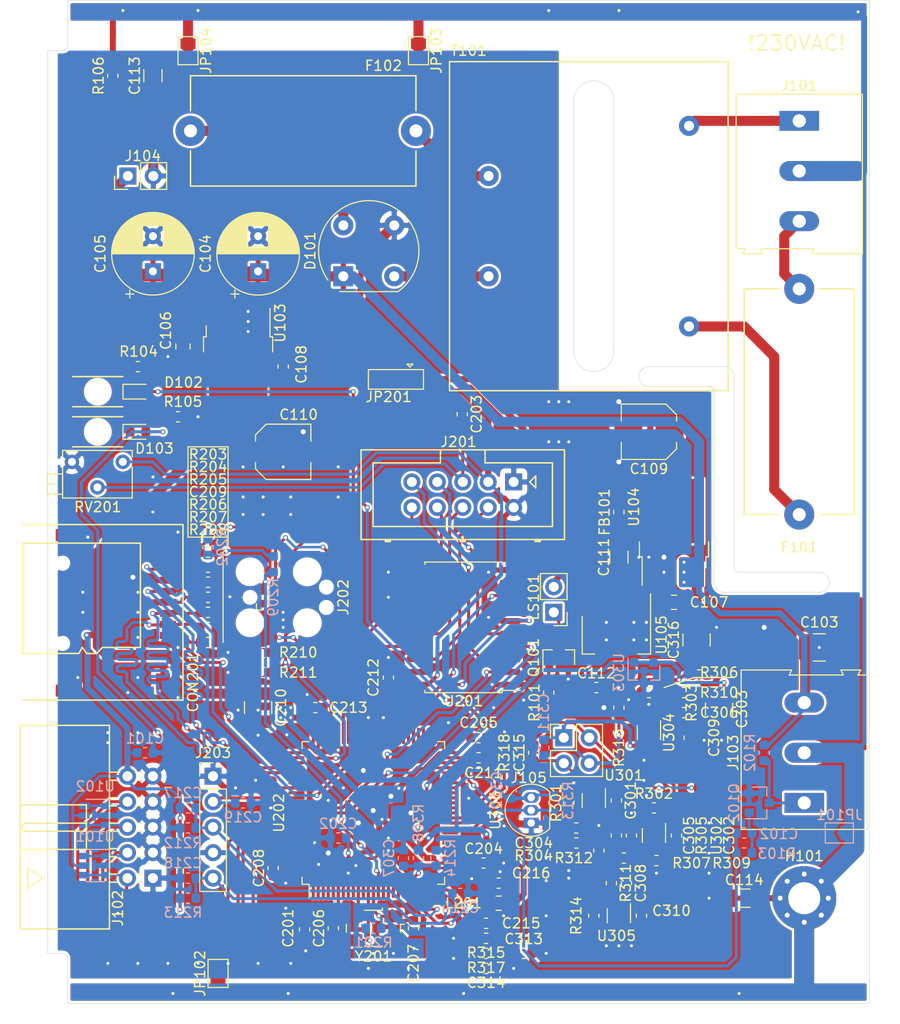
<source format=kicad_pcb>
(kicad_pcb (version 20171130) (host pcbnew 5.1.5)

  (general
    (thickness 1.6)
    (drawings 45)
    (tracks 1819)
    (zones 0)
    (modules 130)
    (nets 134)
  )

  (page A4)
  (layers
    (0 F.Cu signal)
    (31 B.Cu signal)
    (32 B.Adhes user)
    (33 F.Adhes user)
    (34 B.Paste user)
    (35 F.Paste user)
    (36 B.SilkS user)
    (37 F.SilkS user)
    (38 B.Mask user)
    (39 F.Mask user)
    (40 Dwgs.User user)
    (41 Cmts.User user)
    (42 Eco1.User user)
    (43 Eco2.User user)
    (44 Edge.Cuts user)
    (45 Margin user)
    (46 B.CrtYd user)
    (47 F.CrtYd user)
    (48 B.Fab user)
    (49 F.Fab user hide)
  )

  (setup
    (last_trace_width 0.25)
    (user_trace_width 0.3)
    (user_trace_width 0.4)
    (user_trace_width 0.6)
    (user_trace_width 1)
    (user_trace_width 2)
    (trace_clearance 0.2)
    (zone_clearance 0.25)
    (zone_45_only no)
    (trace_min 0.21)
    (via_size 0.5)
    (via_drill 0.3)
    (via_min_size 0.4)
    (via_min_drill 0.3)
    (user_via 0.9 0.5)
    (uvia_size 0.3)
    (uvia_drill 0.1)
    (uvias_allowed no)
    (uvia_min_size 0.2)
    (uvia_min_drill 0.1)
    (edge_width 0.05)
    (segment_width 0.2)
    (pcb_text_width 0.3)
    (pcb_text_size 1.5 1.5)
    (mod_edge_width 0.12)
    (mod_text_size 1 1)
    (mod_text_width 0.15)
    (pad_size 0.7874 0.7874)
    (pad_drill 0)
    (pad_to_mask_clearance 0.051)
    (solder_mask_min_width 0.25)
    (aux_axis_origin 13 13)
    (grid_origin 13 13)
    (visible_elements FFFFFF7F)
    (pcbplotparams
      (layerselection 0x010fc_ffffffff)
      (usegerberextensions true)
      (usegerberattributes false)
      (usegerberadvancedattributes false)
      (creategerberjobfile true)
      (excludeedgelayer true)
      (linewidth 0.100000)
      (plotframeref false)
      (viasonmask true)
      (mode 1)
      (useauxorigin false)
      (hpglpennumber 1)
      (hpglpenspeed 20)
      (hpglpendiameter 15.000000)
      (psnegative false)
      (psa4output false)
      (plotreference true)
      (plotvalue true)
      (plotinvisibletext false)
      (padsonsilk false)
      (subtractmaskfromsilk false)
      (outputformat 1)
      (mirror false)
      (drillshape 0)
      (scaleselection 1)
      (outputdirectory "gerber/"))
  )

  (net 0 "")
  (net 1 Earth)
  (net 2 GND)
  (net 3 +8V)
  (net 4 +3V3)
  (net 5 +5V)
  (net 6 /Controller/ENC1)
  (net 7 /Controller/ENC2)
  (net 8 /Controller/VREF)
  (net 9 /Controller/SW1)
  (net 10 /Frontend/FORCE+)
  (net 11 /Frontend/FORCE-)
  (net 12 /Frontend/SENS+)
  (net 13 /Frontend/SENS-)
  (net 14 /Controller/SDIO_D1)
  (net 15 /Controller/SDIO_D0)
  (net 16 /Controller/SDIO_CLK)
  (net 17 /Controller/SDIO_CMD)
  (net 18 /Controller/SDIO_D3)
  (net 19 /Controller/SDIO_D2)
  (net 20 "Net-(D102-Pad1)")
  (net 21 /Controller/TEMP_IN)
  (net 22 /L_Trafo)
  (net 23 /L_IN)
  (net 24 /N_IN)
  (net 25 /DIGIO3)
  (net 26 /DIGIO2)
  (net 27 /DIGIO1)
  (net 28 /DIGIO0)
  (net 29 /Controller/SWDIO)
  (net 30 /Controller/SWCLK)
  (net 31 /Controller/PC_RX)
  (net 32 /Controller/PC_TX)
  (net 33 /Controller/~RST)
  (net 34 "Net-(LS101-Pad1)")
  (net 35 /Controller/LCD_VO)
  (net 36 /Controller/LCD_RS)
  (net 37 /Controller/LCD_EN)
  (net 38 /Controller/LCD_D3)
  (net 39 /Controller/LCD_D0)
  (net 40 /Controller/LCD_D2)
  (net 41 /Controller/LCD_D1)
  (net 42 /Controller/FRONTEND_TEMP)
  (net 43 /OUT0)
  (net 44 /OUT3)
  (net 45 /OUT2)
  (net 46 /OUT1)
  (net 47 /Controller/VDDA)
  (net 48 +5VL)
  (net 49 /Controller/CARD_DETECT)
  (net 50 "Net-(C102-Pad2)")
  (net 51 "Net-(C306-Pad1)")
  (net 52 "Net-(C313-Pad1)")
  (net 53 "Net-(D101-Pad4)")
  (net 54 "Net-(D101-Pad2)")
  (net 55 "Net-(D103-Pad1)")
  (net 56 "Net-(F102-Pad2)")
  (net 57 "Net-(J103-Pad1)")
  (net 58 "Net-(Q101-Pad1)")
  (net 59 +3.3VA)
  (net 60 /Controller/NSS)
  (net 61 /Controller/SCK)
  (net 62 /Controller/MISO)
  (net 63 "Net-(C206-Pad1)")
  (net 64 "Net-(C207-Pad1)")
  (net 65 "Net-(C211-Pad1)")
  (net 66 "Net-(C212-Pad2)")
  (net 67 "Net-(C213-Pad1)")
  (net 68 "Net-(C303-Pad1)")
  (net 69 "Net-(C304-Pad2)")
  (net 70 "Net-(C304-Pad1)")
  (net 71 "Net-(C305-Pad2)")
  (net 72 "Net-(C305-Pad1)")
  (net 73 "Net-(C308-Pad2)")
  (net 74 "Net-(C308-Pad1)")
  (net 75 "Net-(J202-Pad5)")
  (net 76 "Net-(J202-Pad6)")
  (net 77 "Net-(J202-Pad8)")
  (net 78 "Net-(R311-Pad1)")
  (net 79 "Net-(R314-Pad2)")
  (net 80 "Net-(U201-Pad2)")
  (net 81 "Net-(U201-Pad4)")
  (net 82 "Net-(U201-Pad6)")
  (net 83 "Net-(U201-Pad7)")
  (net 84 "Net-(U201-Pad8)")
  (net 85 "Net-(U201-Pad9)")
  (net 86 "Net-(U201-Pad15)")
  (net 87 "Net-(U201-Pad17)")
  (net 88 "Net-(U202-Pad2)")
  (net 89 "Net-(U202-Pad3)")
  (net 90 "Net-(U202-Pad4)")
  (net 91 "Net-(U202-Pad5)")
  (net 92 "Net-(U202-Pad7)")
  (net 93 "Net-(U202-Pad8)")
  (net 94 "Net-(U202-Pad9)")
  (net 95 "Net-(U202-Pad15)")
  (net 96 "Net-(U202-Pad16)")
  (net 97 "Net-(U202-Pad17)")
  (net 98 "Net-(U202-Pad18)")
  (net 99 "Net-(U202-Pad26)")
  (net 100 "Net-(U202-Pad29)")
  (net 101 "Net-(U202-Pad32)")
  (net 102 "Net-(U202-Pad33)")
  (net 103 "Net-(U202-Pad34)")
  (net 104 "Net-(U202-Pad38)")
  (net 105 "Net-(U202-Pad39)")
  (net 106 "Net-(U202-Pad40)")
  (net 107 "Net-(U202-Pad41)")
  (net 108 "Net-(U202-Pad42)")
  (net 109 "Net-(U202-Pad43)")
  (net 110 "Net-(U202-Pad44)")
  (net 111 "Net-(U202-Pad45)")
  (net 112 "Net-(U202-Pad46)")
  (net 113 "Net-(U202-Pad51)")
  (net 114 "Net-(U202-Pad52)")
  (net 115 "Net-(U202-Pad53)")
  (net 116 "Net-(U202-Pad54)")
  (net 117 "Net-(U202-Pad59)")
  (net 118 "Net-(U202-Pad60)")
  (net 119 "Net-(U202-Pad61)")
  (net 120 "Net-(U202-Pad62)")
  (net 121 "Net-(U202-Pad63)")
  (net 122 "Net-(U202-Pad64)")
  (net 123 "Net-(U202-Pad70)")
  (net 124 "Net-(U202-Pad71)")
  (net 125 "Net-(U202-Pad77)")
  (net 126 "Net-(U202-Pad81)")
  (net 127 "Net-(U202-Pad82)")
  (net 128 "Net-(U202-Pad84)")
  (net 129 "Net-(U202-Pad86)")
  (net 130 "Net-(U202-Pad95)")
  (net 131 "Net-(U202-Pad96)")
  (net 132 "Net-(U202-Pad97)")
  (net 133 "Net-(U202-Pad98)")

  (net_class Default "This is the default net class."
    (clearance 0.2)
    (trace_width 0.25)
    (via_dia 0.5)
    (via_drill 0.3)
    (uvia_dia 0.3)
    (uvia_drill 0.1)
    (diff_pair_width 0.21)
    (diff_pair_gap 0.25)
    (add_net +3.3VA)
    (add_net +3V3)
    (add_net +5V)
    (add_net +5VL)
    (add_net +8V)
    (add_net /Controller/CARD_DETECT)
    (add_net /Controller/ENC1)
    (add_net /Controller/ENC2)
    (add_net /Controller/FRONTEND_TEMP)
    (add_net /Controller/LCD_D0)
    (add_net /Controller/LCD_D1)
    (add_net /Controller/LCD_D2)
    (add_net /Controller/LCD_D3)
    (add_net /Controller/LCD_EN)
    (add_net /Controller/LCD_RS)
    (add_net /Controller/LCD_VO)
    (add_net /Controller/MISO)
    (add_net /Controller/NSS)
    (add_net /Controller/PC_RX)
    (add_net /Controller/PC_TX)
    (add_net /Controller/SCK)
    (add_net /Controller/SDIO_CLK)
    (add_net /Controller/SDIO_CMD)
    (add_net /Controller/SDIO_D0)
    (add_net /Controller/SDIO_D1)
    (add_net /Controller/SDIO_D2)
    (add_net /Controller/SDIO_D3)
    (add_net /Controller/SW1)
    (add_net /Controller/SWCLK)
    (add_net /Controller/SWDIO)
    (add_net /Controller/TEMP_IN)
    (add_net /Controller/VDDA)
    (add_net /Controller/VREF)
    (add_net /Controller/~RST)
    (add_net /DIGIO0)
    (add_net /DIGIO1)
    (add_net /DIGIO2)
    (add_net /DIGIO3)
    (add_net /Frontend/FORCE+)
    (add_net /Frontend/FORCE-)
    (add_net /Frontend/SENS+)
    (add_net /Frontend/SENS-)
    (add_net /OUT0)
    (add_net /OUT1)
    (add_net /OUT2)
    (add_net /OUT3)
    (add_net Earth)
    (add_net GND)
    (add_net "Net-(C102-Pad2)")
    (add_net "Net-(C206-Pad1)")
    (add_net "Net-(C207-Pad1)")
    (add_net "Net-(C211-Pad1)")
    (add_net "Net-(C212-Pad2)")
    (add_net "Net-(C213-Pad1)")
    (add_net "Net-(C303-Pad1)")
    (add_net "Net-(C304-Pad1)")
    (add_net "Net-(C304-Pad2)")
    (add_net "Net-(C305-Pad1)")
    (add_net "Net-(C305-Pad2)")
    (add_net "Net-(C306-Pad1)")
    (add_net "Net-(C308-Pad1)")
    (add_net "Net-(C308-Pad2)")
    (add_net "Net-(C313-Pad1)")
    (add_net "Net-(D101-Pad2)")
    (add_net "Net-(D101-Pad4)")
    (add_net "Net-(D102-Pad1)")
    (add_net "Net-(D103-Pad1)")
    (add_net "Net-(F102-Pad2)")
    (add_net "Net-(J103-Pad1)")
    (add_net "Net-(J202-Pad5)")
    (add_net "Net-(J202-Pad6)")
    (add_net "Net-(J202-Pad8)")
    (add_net "Net-(LS101-Pad1)")
    (add_net "Net-(Q101-Pad1)")
    (add_net "Net-(R311-Pad1)")
    (add_net "Net-(R314-Pad2)")
    (add_net "Net-(U201-Pad15)")
    (add_net "Net-(U201-Pad17)")
    (add_net "Net-(U201-Pad2)")
    (add_net "Net-(U201-Pad4)")
    (add_net "Net-(U201-Pad6)")
    (add_net "Net-(U201-Pad7)")
    (add_net "Net-(U201-Pad8)")
    (add_net "Net-(U201-Pad9)")
    (add_net "Net-(U202-Pad15)")
    (add_net "Net-(U202-Pad16)")
    (add_net "Net-(U202-Pad17)")
    (add_net "Net-(U202-Pad18)")
    (add_net "Net-(U202-Pad2)")
    (add_net "Net-(U202-Pad26)")
    (add_net "Net-(U202-Pad29)")
    (add_net "Net-(U202-Pad3)")
    (add_net "Net-(U202-Pad32)")
    (add_net "Net-(U202-Pad33)")
    (add_net "Net-(U202-Pad34)")
    (add_net "Net-(U202-Pad38)")
    (add_net "Net-(U202-Pad39)")
    (add_net "Net-(U202-Pad4)")
    (add_net "Net-(U202-Pad40)")
    (add_net "Net-(U202-Pad41)")
    (add_net "Net-(U202-Pad42)")
    (add_net "Net-(U202-Pad43)")
    (add_net "Net-(U202-Pad44)")
    (add_net "Net-(U202-Pad45)")
    (add_net "Net-(U202-Pad46)")
    (add_net "Net-(U202-Pad5)")
    (add_net "Net-(U202-Pad51)")
    (add_net "Net-(U202-Pad52)")
    (add_net "Net-(U202-Pad53)")
    (add_net "Net-(U202-Pad54)")
    (add_net "Net-(U202-Pad59)")
    (add_net "Net-(U202-Pad60)")
    (add_net "Net-(U202-Pad61)")
    (add_net "Net-(U202-Pad62)")
    (add_net "Net-(U202-Pad63)")
    (add_net "Net-(U202-Pad64)")
    (add_net "Net-(U202-Pad7)")
    (add_net "Net-(U202-Pad70)")
    (add_net "Net-(U202-Pad71)")
    (add_net "Net-(U202-Pad77)")
    (add_net "Net-(U202-Pad8)")
    (add_net "Net-(U202-Pad81)")
    (add_net "Net-(U202-Pad82)")
    (add_net "Net-(U202-Pad84)")
    (add_net "Net-(U202-Pad86)")
    (add_net "Net-(U202-Pad9)")
    (add_net "Net-(U202-Pad95)")
    (add_net "Net-(U202-Pad96)")
    (add_net "Net-(U202-Pad97)")
    (add_net "Net-(U202-Pad98)")
  )

  (net_class HV ""
    (clearance 2.55)
    (trace_width 1)
    (via_dia 0.5)
    (via_drill 0.3)
    (uvia_dia 0.3)
    (uvia_drill 0.1)
    (diff_pair_width 0.21)
    (diff_pair_gap 0.25)
    (add_net /L_IN)
    (add_net /L_Trafo)
    (add_net /N_IN)
  )

  (module Capacitor_SMD:C_0603_1608Metric (layer F.Cu) (tedit 5B301BBE) (tstamp 5E3B1D87)
    (at 59.75 109.5 180)
    (descr "Capacitor SMD 0603 (1608 Metric), square (rectangular) end terminal, IPC_7351 nominal, (Body size source: http://www.tortai-tech.com/upload/download/2011102023233369053.pdf), generated with kicad-footprint-generator")
    (tags capacitor)
    (path /5D8C5188/5E82B184)
    (attr smd)
    (fp_text reference C314 (at 0 -1.43) (layer F.SilkS)
      (effects (font (size 1 1) (thickness 0.15)))
    )
    (fp_text value 2u2 (at 0 1.43) (layer F.Fab)
      (effects (font (size 1 1) (thickness 0.15)))
    )
    (fp_text user %R (at 0 0) (layer F.Fab)
      (effects (font (size 0.4 0.4) (thickness 0.06)))
    )
    (fp_line (start 1.48 0.73) (end -1.48 0.73) (layer F.CrtYd) (width 0.05))
    (fp_line (start 1.48 -0.73) (end 1.48 0.73) (layer F.CrtYd) (width 0.05))
    (fp_line (start -1.48 -0.73) (end 1.48 -0.73) (layer F.CrtYd) (width 0.05))
    (fp_line (start -1.48 0.73) (end -1.48 -0.73) (layer F.CrtYd) (width 0.05))
    (fp_line (start -0.162779 0.51) (end 0.162779 0.51) (layer F.SilkS) (width 0.12))
    (fp_line (start -0.162779 -0.51) (end 0.162779 -0.51) (layer F.SilkS) (width 0.12))
    (fp_line (start 0.8 0.4) (end -0.8 0.4) (layer F.Fab) (width 0.1))
    (fp_line (start 0.8 -0.4) (end 0.8 0.4) (layer F.Fab) (width 0.1))
    (fp_line (start -0.8 -0.4) (end 0.8 -0.4) (layer F.Fab) (width 0.1))
    (fp_line (start -0.8 0.4) (end -0.8 -0.4) (layer F.Fab) (width 0.1))
    (pad 2 smd roundrect (at 0.7875 0 180) (size 0.875 0.95) (layers F.Cu F.Paste F.Mask) (roundrect_rratio 0.25)
      (net 2 GND))
    (pad 1 smd roundrect (at -0.7875 0 180) (size 0.875 0.95) (layers F.Cu F.Paste F.Mask) (roundrect_rratio 0.25)
      (net 52 "Net-(C313-Pad1)"))
    (model ${KISYS3DMOD}/Capacitor_SMD.3dshapes/C_0603_1608Metric.wrl
      (at (xyz 0 0 0))
      (scale (xyz 1 1 1))
      (rotate (xyz 0 0 0))
    )
  )

  (module Capacitor_SMD:C_0603_1608Metric (layer F.Cu) (tedit 5B301BBE) (tstamp 5E3CFE8D)
    (at 70.75 81.5)
    (descr "Capacitor SMD 0603 (1608 Metric), square (rectangular) end terminal, IPC_7351 nominal, (Body size source: http://www.tortai-tech.com/upload/download/2011102023233369053.pdf), generated with kicad-footprint-generator")
    (tags capacitor)
    (path /5E80AF62)
    (attr smd)
    (fp_text reference C112 (at 0 -1.43) (layer F.SilkS)
      (effects (font (size 1 1) (thickness 0.15)))
    )
    (fp_text value 100n (at 0 1.43) (layer F.Fab)
      (effects (font (size 1 1) (thickness 0.15)))
    )
    (fp_text user %R (at 0 0) (layer F.Fab)
      (effects (font (size 0.4 0.4) (thickness 0.06)))
    )
    (fp_line (start 1.48 0.73) (end -1.48 0.73) (layer F.CrtYd) (width 0.05))
    (fp_line (start 1.48 -0.73) (end 1.48 0.73) (layer F.CrtYd) (width 0.05))
    (fp_line (start -1.48 -0.73) (end 1.48 -0.73) (layer F.CrtYd) (width 0.05))
    (fp_line (start -1.48 0.73) (end -1.48 -0.73) (layer F.CrtYd) (width 0.05))
    (fp_line (start -0.162779 0.51) (end 0.162779 0.51) (layer F.SilkS) (width 0.12))
    (fp_line (start -0.162779 -0.51) (end 0.162779 -0.51) (layer F.SilkS) (width 0.12))
    (fp_line (start 0.8 0.4) (end -0.8 0.4) (layer F.Fab) (width 0.1))
    (fp_line (start 0.8 -0.4) (end 0.8 0.4) (layer F.Fab) (width 0.1))
    (fp_line (start -0.8 -0.4) (end 0.8 -0.4) (layer F.Fab) (width 0.1))
    (fp_line (start -0.8 0.4) (end -0.8 -0.4) (layer F.Fab) (width 0.1))
    (pad 2 smd roundrect (at 0.7875 0) (size 0.875 0.95) (layers F.Cu F.Paste F.Mask) (roundrect_rratio 0.25)
      (net 2 GND))
    (pad 1 smd roundrect (at -0.7875 0) (size 0.875 0.95) (layers F.Cu F.Paste F.Mask) (roundrect_rratio 0.25)
      (net 59 +3.3VA))
    (model ${KISYS3DMOD}/Capacitor_SMD.3dshapes/C_0603_1608Metric.wrl
      (at (xyz 0 0 0))
      (scale (xyz 1 1 1))
      (rotate (xyz 0 0 0))
    )
  )

  (module Jumper:SolderJumper-3_P2.0mm_Open_TrianglePad1.0x1.5mm (layer F.Cu) (tedit 5A64803D) (tstamp 5E3C2274)
    (at 50.75 50.75 180)
    (descr "SMD Solder Jumper, 1x1.5mm Triangular Pads, 0.3mm gap, open")
    (tags "solder jumper open")
    (path /5D77EC9D/5E7247D0)
    (attr virtual)
    (fp_text reference JP201 (at 0.725 -1.775) (layer F.SilkS)
      (effects (font (size 1 1) (thickness 0.15)))
    )
    (fp_text value LCD_5V_3V3 (at 0.725 1.925) (layer F.Fab)
      (effects (font (size 1 1) (thickness 0.15)))
    )
    (fp_line (start 3 1.25) (end -2.98 1.25) (layer F.CrtYd) (width 0.05))
    (fp_line (start 3 1.25) (end 3 -1.27) (layer F.CrtYd) (width 0.05))
    (fp_line (start -2.98 -1.27) (end -2.98 1.25) (layer F.CrtYd) (width 0.05))
    (fp_line (start -2.98 -1.27) (end 3 -1.27) (layer F.CrtYd) (width 0.05))
    (fp_line (start -2.75 -1) (end 2.75 -1) (layer F.SilkS) (width 0.12))
    (fp_line (start 2.75 -1) (end 2.75 0.95) (layer F.SilkS) (width 0.12))
    (fp_line (start 2.75 0.95) (end -2.75 0.95) (layer F.SilkS) (width 0.12))
    (fp_line (start -2.75 0.95) (end -2.75 -1) (layer F.SilkS) (width 0.12))
    (fp_line (start -1.4 1.2) (end -1.7 1.5) (layer F.SilkS) (width 0.12))
    (fp_line (start -1.7 1.5) (end -1.1 1.5) (layer F.SilkS) (width 0.12))
    (fp_line (start -1.1 1.5) (end -1.4 1.2) (layer F.SilkS) (width 0.12))
    (pad 3 smd custom (at 2 0) (size 0.3 0.3) (layers F.Cu F.Mask)
      (net 4 +3V3) (zone_connect 2)
      (options (clearance outline) (anchor rect))
      (primitives
        (gr_poly (pts
           (xy -0.5 -0.75) (xy 0.5 -0.75) (xy 1 0) (xy 0.5 0.75) (xy -0.5 0.75)
) (width 0))
      ))
    (pad 2 smd custom (at 0 0 180) (size 0.3 0.3) (layers F.Cu)
      (net 66 "Net-(C212-Pad2)") (zone_connect 2)
      (options (clearance outline) (anchor rect))
      (primitives
        (gr_poly (pts
           (xy -1.2 -0.75) (xy 1.2 -0.75) (xy 0.7 0) (xy 1.2 0.75) (xy -1.2 0.75)
           (xy -0.7 0)) (width 0))
      ))
    (pad 1 smd custom (at -2 0 180) (size 0.3 0.3) (layers F.Cu F.Mask)
      (net 48 +5VL) (zone_connect 2)
      (options (clearance outline) (anchor rect))
      (primitives
        (gr_poly (pts
           (xy -0.5 -0.75) (xy 0.5 -0.75) (xy 1 0) (xy 0.5 0.75) (xy -0.5 0.75)
) (width 0))
      ))
    (pad "" smd rect (at -1.2 0 180) (size 1.5 1.5) (layers F.Mask))
    (pad "" smd rect (at 1.2 0 180) (size 1.5 1.5) (layers F.Mask))
  )

  (module Package_TO_SOT_SMD:SOT-23 (layer B.Cu) (tedit 5A02FF57) (tstamp 5E3BF097)
    (at 75.5 80 270)
    (descr "SOT-23, Standard")
    (tags SOT-23)
    (path /5D8C5188/5E5592F3)
    (attr smd)
    (fp_text reference U303 (at 0 2.5 270) (layer B.SilkS)
      (effects (font (size 1 1) (thickness 0.15)) (justify mirror))
    )
    (fp_text value TL431LI-DBZ (at 0 -2.5 270) (layer B.Fab)
      (effects (font (size 1 1) (thickness 0.15)) (justify mirror))
    )
    (fp_line (start 0.76 -1.58) (end -0.7 -1.58) (layer B.SilkS) (width 0.12))
    (fp_line (start 0.76 1.58) (end -1.4 1.58) (layer B.SilkS) (width 0.12))
    (fp_line (start -1.7 -1.75) (end -1.7 1.75) (layer B.CrtYd) (width 0.05))
    (fp_line (start 1.7 -1.75) (end -1.7 -1.75) (layer B.CrtYd) (width 0.05))
    (fp_line (start 1.7 1.75) (end 1.7 -1.75) (layer B.CrtYd) (width 0.05))
    (fp_line (start -1.7 1.75) (end 1.7 1.75) (layer B.CrtYd) (width 0.05))
    (fp_line (start 0.76 1.58) (end 0.76 0.65) (layer B.SilkS) (width 0.12))
    (fp_line (start 0.76 -1.58) (end 0.76 -0.65) (layer B.SilkS) (width 0.12))
    (fp_line (start -0.7 -1.52) (end 0.7 -1.52) (layer B.Fab) (width 0.1))
    (fp_line (start 0.7 1.52) (end 0.7 -1.52) (layer B.Fab) (width 0.1))
    (fp_line (start -0.7 0.95) (end -0.15 1.52) (layer B.Fab) (width 0.1))
    (fp_line (start -0.15 1.52) (end 0.7 1.52) (layer B.Fab) (width 0.1))
    (fp_line (start -0.7 0.95) (end -0.7 -1.5) (layer B.Fab) (width 0.1))
    (fp_text user %R (at 0 0) (layer B.Fab)
      (effects (font (size 0.5 0.5) (thickness 0.075)) (justify mirror))
    )
    (pad 3 smd rect (at 1 0 270) (size 0.9 0.8) (layers B.Cu B.Paste B.Mask)
      (net 2 GND))
    (pad 2 smd rect (at -1 -0.95 270) (size 0.9 0.8) (layers B.Cu B.Paste B.Mask)
      (net 68 "Net-(C303-Pad1)"))
    (pad 1 smd rect (at -1 0.95 270) (size 0.9 0.8) (layers B.Cu B.Paste B.Mask)
      (net 68 "Net-(C303-Pad1)"))
    (model ${KISYS3DMOD}/Package_TO_SOT_SMD.3dshapes/SOT-23.wrl
      (at (xyz 0 0 0))
      (scale (xyz 1 1 1))
      (rotate (xyz 0 0 0))
    )
  )

  (module Package_TO_SOT_SMD:SOT-223-3_TabPin2 (layer F.Cu) (tedit 5A02FF57) (tstamp 5E3BF082)
    (at 72.75 76.25 270)
    (descr "module CMS SOT223 4 pins")
    (tags "CMS SOT")
    (path /5E3EDECA)
    (attr smd)
    (fp_text reference U105 (at 0 -4.5 90) (layer F.SilkS)
      (effects (font (size 1 1) (thickness 0.15)))
    )
    (fp_text value AP1117-33 (at 0 4.5 90) (layer F.Fab)
      (effects (font (size 1 1) (thickness 0.15)))
    )
    (fp_line (start 1.85 -3.35) (end 1.85 3.35) (layer F.Fab) (width 0.1))
    (fp_line (start -1.85 3.35) (end 1.85 3.35) (layer F.Fab) (width 0.1))
    (fp_line (start -4.1 -3.41) (end 1.91 -3.41) (layer F.SilkS) (width 0.12))
    (fp_line (start -0.85 -3.35) (end 1.85 -3.35) (layer F.Fab) (width 0.1))
    (fp_line (start -1.85 3.41) (end 1.91 3.41) (layer F.SilkS) (width 0.12))
    (fp_line (start -1.85 -2.35) (end -1.85 3.35) (layer F.Fab) (width 0.1))
    (fp_line (start -1.85 -2.35) (end -0.85 -3.35) (layer F.Fab) (width 0.1))
    (fp_line (start -4.4 -3.6) (end -4.4 3.6) (layer F.CrtYd) (width 0.05))
    (fp_line (start -4.4 3.6) (end 4.4 3.6) (layer F.CrtYd) (width 0.05))
    (fp_line (start 4.4 3.6) (end 4.4 -3.6) (layer F.CrtYd) (width 0.05))
    (fp_line (start 4.4 -3.6) (end -4.4 -3.6) (layer F.CrtYd) (width 0.05))
    (fp_line (start 1.91 -3.41) (end 1.91 -2.15) (layer F.SilkS) (width 0.12))
    (fp_line (start 1.91 3.41) (end 1.91 2.15) (layer F.SilkS) (width 0.12))
    (fp_text user %R (at 0 0) (layer F.Fab)
      (effects (font (size 0.8 0.8) (thickness 0.12)))
    )
    (pad 1 smd rect (at -3.15 -2.3 270) (size 2 1.5) (layers F.Cu F.Paste F.Mask)
      (net 2 GND))
    (pad 3 smd rect (at -3.15 2.3 270) (size 2 1.5) (layers F.Cu F.Paste F.Mask)
      (net 5 +5V))
    (pad 2 smd rect (at -3.15 0 270) (size 2 1.5) (layers F.Cu F.Paste F.Mask)
      (net 59 +3.3VA))
    (pad 2 smd rect (at 3.15 0 270) (size 2 3.8) (layers F.Cu F.Paste F.Mask)
      (net 59 +3.3VA))
    (model ${KISYS3DMOD}/Package_TO_SOT_SMD.3dshapes/SOT-223.wrl
      (at (xyz 0 0 0))
      (scale (xyz 1 1 1))
      (rotate (xyz 0 0 0))
    )
  )

  (module Resistor_SMD:R_0603_1608Metric (layer F.Cu) (tedit 5B301BBD) (tstamp 5E3BECA8)
    (at 59.75 106.5 180)
    (descr "Resistor SMD 0603 (1608 Metric), square (rectangular) end terminal, IPC_7351 nominal, (Body size source: http://www.tortai-tech.com/upload/download/2011102023233369053.pdf), generated with kicad-footprint-generator")
    (tags resistor)
    (path /5D8C5188/5E696A10)
    (attr smd)
    (fp_text reference R315 (at 0 -1.43) (layer F.SilkS)
      (effects (font (size 1 1) (thickness 0.15)))
    )
    (fp_text value 0 (at 0 1.43) (layer F.Fab)
      (effects (font (size 1 1) (thickness 0.15)))
    )
    (fp_text user %R (at 0 0) (layer F.Fab)
      (effects (font (size 0.4 0.4) (thickness 0.06)))
    )
    (fp_line (start 1.48 0.73) (end -1.48 0.73) (layer F.CrtYd) (width 0.05))
    (fp_line (start 1.48 -0.73) (end 1.48 0.73) (layer F.CrtYd) (width 0.05))
    (fp_line (start -1.48 -0.73) (end 1.48 -0.73) (layer F.CrtYd) (width 0.05))
    (fp_line (start -1.48 0.73) (end -1.48 -0.73) (layer F.CrtYd) (width 0.05))
    (fp_line (start -0.162779 0.51) (end 0.162779 0.51) (layer F.SilkS) (width 0.12))
    (fp_line (start -0.162779 -0.51) (end 0.162779 -0.51) (layer F.SilkS) (width 0.12))
    (fp_line (start 0.8 0.4) (end -0.8 0.4) (layer F.Fab) (width 0.1))
    (fp_line (start 0.8 -0.4) (end 0.8 0.4) (layer F.Fab) (width 0.1))
    (fp_line (start -0.8 -0.4) (end 0.8 -0.4) (layer F.Fab) (width 0.1))
    (fp_line (start -0.8 0.4) (end -0.8 -0.4) (layer F.Fab) (width 0.1))
    (pad 2 smd roundrect (at 0.7875 0 180) (size 0.875 0.95) (layers F.Cu F.Paste F.Mask) (roundrect_rratio 0.25)
      (net 21 /Controller/TEMP_IN))
    (pad 1 smd roundrect (at -0.7875 0 180) (size 0.875 0.95) (layers F.Cu F.Paste F.Mask) (roundrect_rratio 0.25)
      (net 79 "Net-(R314-Pad2)"))
    (model ${KISYS3DMOD}/Resistor_SMD.3dshapes/R_0603_1608Metric.wrl
      (at (xyz 0 0 0))
      (scale (xyz 1 1 1))
      (rotate (xyz 0 0 0))
    )
  )

  (module Resistor_SMD:R_0603_1608Metric (layer F.Cu) (tedit 5B301BBD) (tstamp 5E3BEC97)
    (at 72.25 101 270)
    (descr "Resistor SMD 0603 (1608 Metric), square (rectangular) end terminal, IPC_7351 nominal, (Body size source: http://www.tortai-tech.com/upload/download/2011102023233369053.pdf), generated with kicad-footprint-generator")
    (tags resistor)
    (path /5D8C5188/5E6BEB7A)
    (attr smd)
    (fp_text reference R311 (at 0 -1.43 90) (layer F.SilkS)
      (effects (font (size 1 1) (thickness 0.15)))
    )
    (fp_text value DNP (at 0 1.43 90) (layer F.Fab)
      (effects (font (size 1 1) (thickness 0.15)))
    )
    (fp_text user %R (at 0 0 90) (layer F.Fab)
      (effects (font (size 0.4 0.4) (thickness 0.06)))
    )
    (fp_line (start 1.48 0.73) (end -1.48 0.73) (layer F.CrtYd) (width 0.05))
    (fp_line (start 1.48 -0.73) (end 1.48 0.73) (layer F.CrtYd) (width 0.05))
    (fp_line (start -1.48 -0.73) (end 1.48 -0.73) (layer F.CrtYd) (width 0.05))
    (fp_line (start -1.48 0.73) (end -1.48 -0.73) (layer F.CrtYd) (width 0.05))
    (fp_line (start -0.162779 0.51) (end 0.162779 0.51) (layer F.SilkS) (width 0.12))
    (fp_line (start -0.162779 -0.51) (end 0.162779 -0.51) (layer F.SilkS) (width 0.12))
    (fp_line (start 0.8 0.4) (end -0.8 0.4) (layer F.Fab) (width 0.1))
    (fp_line (start 0.8 -0.4) (end 0.8 0.4) (layer F.Fab) (width 0.1))
    (fp_line (start -0.8 -0.4) (end 0.8 -0.4) (layer F.Fab) (width 0.1))
    (fp_line (start -0.8 0.4) (end -0.8 -0.4) (layer F.Fab) (width 0.1))
    (pad 2 smd roundrect (at 0.7875 0 270) (size 0.875 0.95) (layers F.Cu F.Paste F.Mask) (roundrect_rratio 0.25)
      (net 73 "Net-(C308-Pad2)"))
    (pad 1 smd roundrect (at -0.7875 0 270) (size 0.875 0.95) (layers F.Cu F.Paste F.Mask) (roundrect_rratio 0.25)
      (net 78 "Net-(R311-Pad1)"))
    (model ${KISYS3DMOD}/Resistor_SMD.3dshapes/R_0603_1608Metric.wrl
      (at (xyz 0 0 0))
      (scale (xyz 1 1 1))
      (rotate (xyz 0 0 0))
    )
  )

  (module Resistor_SMD:R_0603_1608Metric (layer F.Cu) (tedit 5B301BBD) (tstamp 5E3BEC86)
    (at 63 88 90)
    (descr "Resistor SMD 0603 (1608 Metric), square (rectangular) end terminal, IPC_7351 nominal, (Body size source: http://www.tortai-tech.com/upload/download/2011102023233369053.pdf), generated with kicad-footprint-generator")
    (tags resistor)
    (path /5D8C5188/5E5C0B2B)
    (attr smd)
    (fp_text reference R318 (at 0 -1.43 90) (layer F.SilkS)
      (effects (font (size 1 1) (thickness 0.15)))
    )
    (fp_text value 2M (at 0 1.43 90) (layer F.Fab)
      (effects (font (size 1 1) (thickness 0.15)))
    )
    (fp_text user %R (at 0 0 90) (layer F.Fab)
      (effects (font (size 0.4 0.4) (thickness 0.06)))
    )
    (fp_line (start 1.48 0.73) (end -1.48 0.73) (layer F.CrtYd) (width 0.05))
    (fp_line (start 1.48 -0.73) (end 1.48 0.73) (layer F.CrtYd) (width 0.05))
    (fp_line (start -1.48 -0.73) (end 1.48 -0.73) (layer F.CrtYd) (width 0.05))
    (fp_line (start -1.48 0.73) (end -1.48 -0.73) (layer F.CrtYd) (width 0.05))
    (fp_line (start -0.162779 0.51) (end 0.162779 0.51) (layer F.SilkS) (width 0.12))
    (fp_line (start -0.162779 -0.51) (end 0.162779 -0.51) (layer F.SilkS) (width 0.12))
    (fp_line (start 0.8 0.4) (end -0.8 0.4) (layer F.Fab) (width 0.1))
    (fp_line (start 0.8 -0.4) (end 0.8 0.4) (layer F.Fab) (width 0.1))
    (fp_line (start -0.8 -0.4) (end 0.8 -0.4) (layer F.Fab) (width 0.1))
    (fp_line (start -0.8 0.4) (end -0.8 -0.4) (layer F.Fab) (width 0.1))
    (pad 2 smd roundrect (at 0.7875 0 90) (size 0.875 0.95) (layers F.Cu F.Paste F.Mask) (roundrect_rratio 0.25)
      (net 12 /Frontend/SENS+))
    (pad 1 smd roundrect (at -0.7875 0 90) (size 0.875 0.95) (layers F.Cu F.Paste F.Mask) (roundrect_rratio 0.25)
      (net 13 /Frontend/SENS-))
    (model ${KISYS3DMOD}/Resistor_SMD.3dshapes/R_0603_1608Metric.wrl
      (at (xyz 0 0 0))
      (scale (xyz 1 1 1))
      (rotate (xyz 0 0 0))
    )
  )

  (module Capacitor_SMD:C_0603_1608Metric (layer F.Cu) (tedit 5B301BBE) (tstamp 5E3BE19D)
    (at 73.75 101 270)
    (descr "Capacitor SMD 0603 (1608 Metric), square (rectangular) end terminal, IPC_7351 nominal, (Body size source: http://www.tortai-tech.com/upload/download/2011102023233369053.pdf), generated with kicad-footprint-generator")
    (tags capacitor)
    (path /5D8C5188/5E6BF72D)
    (attr smd)
    (fp_text reference C308 (at 0 -1.43 90) (layer F.SilkS)
      (effects (font (size 1 1) (thickness 0.15)))
    )
    (fp_text value DNP (at 0 1.43 90) (layer F.Fab)
      (effects (font (size 1 1) (thickness 0.15)))
    )
    (fp_text user %R (at 0 0 90) (layer F.Fab)
      (effects (font (size 0.4 0.4) (thickness 0.06)))
    )
    (fp_line (start 1.48 0.73) (end -1.48 0.73) (layer F.CrtYd) (width 0.05))
    (fp_line (start 1.48 -0.73) (end 1.48 0.73) (layer F.CrtYd) (width 0.05))
    (fp_line (start -1.48 -0.73) (end 1.48 -0.73) (layer F.CrtYd) (width 0.05))
    (fp_line (start -1.48 0.73) (end -1.48 -0.73) (layer F.CrtYd) (width 0.05))
    (fp_line (start -0.162779 0.51) (end 0.162779 0.51) (layer F.SilkS) (width 0.12))
    (fp_line (start -0.162779 -0.51) (end 0.162779 -0.51) (layer F.SilkS) (width 0.12))
    (fp_line (start 0.8 0.4) (end -0.8 0.4) (layer F.Fab) (width 0.1))
    (fp_line (start 0.8 -0.4) (end 0.8 0.4) (layer F.Fab) (width 0.1))
    (fp_line (start -0.8 -0.4) (end 0.8 -0.4) (layer F.Fab) (width 0.1))
    (fp_line (start -0.8 0.4) (end -0.8 -0.4) (layer F.Fab) (width 0.1))
    (pad 2 smd roundrect (at 0.7875 0 270) (size 0.875 0.95) (layers F.Cu F.Paste F.Mask) (roundrect_rratio 0.25)
      (net 73 "Net-(C308-Pad2)"))
    (pad 1 smd roundrect (at -0.7875 0 270) (size 0.875 0.95) (layers F.Cu F.Paste F.Mask) (roundrect_rratio 0.25)
      (net 74 "Net-(C308-Pad1)"))
    (model ${KISYS3DMOD}/Capacitor_SMD.3dshapes/C_0603_1608Metric.wrl
      (at (xyz 0 0 0))
      (scale (xyz 1 1 1))
      (rotate (xyz 0 0 0))
    )
  )

  (module Capacitor_SMD:C_0603_1608Metric (layer F.Cu) (tedit 5B301BBE) (tstamp 5E3BE0CC)
    (at 64.5 88 90)
    (descr "Capacitor SMD 0603 (1608 Metric), square (rectangular) end terminal, IPC_7351 nominal, (Body size source: http://www.tortai-tech.com/upload/download/2011102023233369053.pdf), generated with kicad-footprint-generator")
    (tags capacitor)
    (path /5D8C5188/5E656F7C)
    (attr smd)
    (fp_text reference C315 (at 0 -1.43 90) (layer F.SilkS)
      (effects (font (size 1 1) (thickness 0.15)))
    )
    (fp_text value 22n (at 0 1.43 90) (layer F.Fab)
      (effects (font (size 1 1) (thickness 0.15)))
    )
    (fp_text user %R (at 0 0 90) (layer F.Fab)
      (effects (font (size 0.4 0.4) (thickness 0.06)))
    )
    (fp_line (start 1.48 0.73) (end -1.48 0.73) (layer F.CrtYd) (width 0.05))
    (fp_line (start 1.48 -0.73) (end 1.48 0.73) (layer F.CrtYd) (width 0.05))
    (fp_line (start -1.48 -0.73) (end 1.48 -0.73) (layer F.CrtYd) (width 0.05))
    (fp_line (start -1.48 0.73) (end -1.48 -0.73) (layer F.CrtYd) (width 0.05))
    (fp_line (start -0.162779 0.51) (end 0.162779 0.51) (layer F.SilkS) (width 0.12))
    (fp_line (start -0.162779 -0.51) (end 0.162779 -0.51) (layer F.SilkS) (width 0.12))
    (fp_line (start 0.8 0.4) (end -0.8 0.4) (layer F.Fab) (width 0.1))
    (fp_line (start 0.8 -0.4) (end 0.8 0.4) (layer F.Fab) (width 0.1))
    (fp_line (start -0.8 -0.4) (end 0.8 -0.4) (layer F.Fab) (width 0.1))
    (fp_line (start -0.8 0.4) (end -0.8 -0.4) (layer F.Fab) (width 0.1))
    (pad 2 smd roundrect (at 0.7875 0 90) (size 0.875 0.95) (layers F.Cu F.Paste F.Mask) (roundrect_rratio 0.25)
      (net 12 /Frontend/SENS+))
    (pad 1 smd roundrect (at -0.7875 0 90) (size 0.875 0.95) (layers F.Cu F.Paste F.Mask) (roundrect_rratio 0.25)
      (net 13 /Frontend/SENS-))
    (model ${KISYS3DMOD}/Capacitor_SMD.3dshapes/C_0603_1608Metric.wrl
      (at (xyz 0 0 0))
      (scale (xyz 1 1 1))
      (rotate (xyz 0 0 0))
    )
  )

  (module Capacitor_SMD:C_1210_3225Metric (layer F.Cu) (tedit 5B301BBE) (tstamp 5E3BE0BB)
    (at 83 83.65 270)
    (descr "Capacitor SMD 1210 (3225 Metric), square (rectangular) end terminal, IPC_7351 nominal, (Body size source: http://www.tortai-tech.com/upload/download/2011102023233369053.pdf), generated with kicad-footprint-generator")
    (tags capacitor)
    (path /5D8C5188/5E55CA76)
    (attr smd)
    (fp_text reference C303 (at 0 -2.28 90) (layer F.SilkS)
      (effects (font (size 1 1) (thickness 0.15)))
    )
    (fp_text value 10u (at 0 2.28 90) (layer F.Fab)
      (effects (font (size 1 1) (thickness 0.15)))
    )
    (fp_text user %R (at 0 0 90) (layer F.Fab)
      (effects (font (size 0.8 0.8) (thickness 0.12)))
    )
    (fp_line (start 2.28 1.58) (end -2.28 1.58) (layer F.CrtYd) (width 0.05))
    (fp_line (start 2.28 -1.58) (end 2.28 1.58) (layer F.CrtYd) (width 0.05))
    (fp_line (start -2.28 -1.58) (end 2.28 -1.58) (layer F.CrtYd) (width 0.05))
    (fp_line (start -2.28 1.58) (end -2.28 -1.58) (layer F.CrtYd) (width 0.05))
    (fp_line (start -0.602064 1.36) (end 0.602064 1.36) (layer F.SilkS) (width 0.12))
    (fp_line (start -0.602064 -1.36) (end 0.602064 -1.36) (layer F.SilkS) (width 0.12))
    (fp_line (start 1.6 1.25) (end -1.6 1.25) (layer F.Fab) (width 0.1))
    (fp_line (start 1.6 -1.25) (end 1.6 1.25) (layer F.Fab) (width 0.1))
    (fp_line (start -1.6 -1.25) (end 1.6 -1.25) (layer F.Fab) (width 0.1))
    (fp_line (start -1.6 1.25) (end -1.6 -1.25) (layer F.Fab) (width 0.1))
    (pad 2 smd roundrect (at 1.4 0 270) (size 1.25 2.65) (layers F.Cu F.Paste F.Mask) (roundrect_rratio 0.2)
      (net 2 GND))
    (pad 1 smd roundrect (at -1.4 0 270) (size 1.25 2.65) (layers F.Cu F.Paste F.Mask) (roundrect_rratio 0.2)
      (net 68 "Net-(C303-Pad1)"))
    (model ${KISYS3DMOD}/Capacitor_SMD.3dshapes/C_1210_3225Metric.wrl
      (at (xyz 0 0 0))
      (scale (xyz 1 1 1))
      (rotate (xyz 0 0 0))
    )
  )

  (module Resistor_SMD:R_0603_1608Metric (layer B.Cu) (tedit 5B301BBD) (tstamp 5E2E0EA8)
    (at 54.75 98.5 90)
    (descr "Resistor SMD 0603 (1608 Metric), square (rectangular) end terminal, IPC_7351 nominal, (Body size source: http://www.tortai-tech.com/upload/download/2011102023233369053.pdf), generated with kicad-footprint-generator")
    (tags resistor)
    (path /5D77EC9D/5E34D726)
    (attr smd)
    (fp_text reference R214 (at 0 1.43 90) (layer B.SilkS)
      (effects (font (size 1 1) (thickness 0.15)) (justify mirror))
    )
    (fp_text value DNP (at 0 -1.43 90) (layer B.Fab)
      (effects (font (size 1 1) (thickness 0.15)) (justify mirror))
    )
    (fp_text user %R (at 0 0 90) (layer B.Fab)
      (effects (font (size 0.4 0.4) (thickness 0.06)) (justify mirror))
    )
    (fp_line (start 1.48 -0.73) (end -1.48 -0.73) (layer B.CrtYd) (width 0.05))
    (fp_line (start 1.48 0.73) (end 1.48 -0.73) (layer B.CrtYd) (width 0.05))
    (fp_line (start -1.48 0.73) (end 1.48 0.73) (layer B.CrtYd) (width 0.05))
    (fp_line (start -1.48 -0.73) (end -1.48 0.73) (layer B.CrtYd) (width 0.05))
    (fp_line (start -0.162779 -0.51) (end 0.162779 -0.51) (layer B.SilkS) (width 0.12))
    (fp_line (start -0.162779 0.51) (end 0.162779 0.51) (layer B.SilkS) (width 0.12))
    (fp_line (start 0.8 -0.4) (end -0.8 -0.4) (layer B.Fab) (width 0.1))
    (fp_line (start 0.8 0.4) (end 0.8 -0.4) (layer B.Fab) (width 0.1))
    (fp_line (start -0.8 0.4) (end 0.8 0.4) (layer B.Fab) (width 0.1))
    (fp_line (start -0.8 -0.4) (end -0.8 0.4) (layer B.Fab) (width 0.1))
    (pad 2 smd roundrect (at 0.7875 0 90) (size 0.875 0.95) (layers B.Cu B.Paste B.Mask) (roundrect_rratio 0.25)
      (net 2 GND))
    (pad 1 smd roundrect (at -0.7875 0 90) (size 0.875 0.95) (layers B.Cu B.Paste B.Mask) (roundrect_rratio 0.25)
      (net 8 /Controller/VREF))
    (model ${KISYS3DMOD}/Resistor_SMD.3dshapes/R_0603_1608Metric.wrl
      (at (xyz 0 0 0))
      (scale (xyz 1 1 1))
      (rotate (xyz 0 0 0))
    )
  )

  (module Package_TO_SOT_SMD:SOT-353_SC-70-5 (layer F.Cu) (tedit 5A02FF57) (tstamp 5E1B24D9)
    (at 73 104.25 270)
    (descr "SOT-353, SC-70-5")
    (tags "SOT-353 SC-70-5")
    (path /5D8C5188/5E2E5D52)
    (attr smd)
    (fp_text reference U305 (at 2 0.25 180) (layer F.SilkS)
      (effects (font (size 1 1) (thickness 0.15)))
    )
    (fp_text value MCP6V31U (at 0 2 270) (layer F.Fab)
      (effects (font (size 1 1) (thickness 0.15)))
    )
    (fp_line (start -0.175 -1.1) (end -0.675 -0.6) (layer F.Fab) (width 0.1))
    (fp_line (start 0.675 1.1) (end -0.675 1.1) (layer F.Fab) (width 0.1))
    (fp_line (start 0.675 -1.1) (end 0.675 1.1) (layer F.Fab) (width 0.1))
    (fp_line (start -1.6 1.4) (end 1.6 1.4) (layer F.CrtYd) (width 0.05))
    (fp_line (start -0.675 -0.6) (end -0.675 1.1) (layer F.Fab) (width 0.1))
    (fp_line (start 0.675 -1.1) (end -0.175 -1.1) (layer F.Fab) (width 0.1))
    (fp_line (start -1.6 -1.4) (end 1.6 -1.4) (layer F.CrtYd) (width 0.05))
    (fp_line (start -1.6 -1.4) (end -1.6 1.4) (layer F.CrtYd) (width 0.05))
    (fp_line (start 1.6 1.4) (end 1.6 -1.4) (layer F.CrtYd) (width 0.05))
    (fp_line (start -0.7 1.16) (end 0.7 1.16) (layer F.SilkS) (width 0.12))
    (fp_line (start 0.7 -1.16) (end -1.2 -1.16) (layer F.SilkS) (width 0.12))
    (fp_text user %R (at 0 0) (layer F.Fab)
      (effects (font (size 0.5 0.5) (thickness 0.075)))
    )
    (pad 5 smd rect (at 0.95 -0.65 270) (size 0.65 0.4) (layers F.Cu F.Paste F.Mask)
      (net 59 +3.3VA))
    (pad 4 smd rect (at 0.95 0.65 270) (size 0.65 0.4) (layers F.Cu F.Paste F.Mask)
      (net 79 "Net-(R314-Pad2)"))
    (pad 2 smd rect (at -0.95 0 270) (size 0.65 0.4) (layers F.Cu F.Paste F.Mask)
      (net 2 GND))
    (pad 3 smd rect (at -0.95 0.65 270) (size 0.65 0.4) (layers F.Cu F.Paste F.Mask)
      (net 78 "Net-(R311-Pad1)"))
    (pad 1 smd rect (at -0.95 -0.65 270) (size 0.65 0.4) (layers F.Cu F.Paste F.Mask)
      (net 74 "Net-(C308-Pad1)"))
    (model ${KISYS3DMOD}/Package_TO_SOT_SMD.3dshapes/SOT-353_SC-70-5.wrl
      (at (xyz 0 0 0))
      (scale (xyz 1 1 1))
      (rotate (xyz 0 0 0))
    )
  )

  (module Package_TO_SOT_SMD:SOT-353_SC-70-5 (layer F.Cu) (tedit 5A02FF57) (tstamp 5E1B3200)
    (at 76.5 96.25 270)
    (descr "SOT-353, SC-70-5")
    (tags "SOT-353 SC-70-5")
    (path /5D8C5188/5E224826)
    (attr smd)
    (fp_text reference U302 (at 0 -6.25 90) (layer F.SilkS)
      (effects (font (size 1 1) (thickness 0.15)))
    )
    (fp_text value MCP6V31U (at 0 2 270) (layer F.Fab)
      (effects (font (size 1 1) (thickness 0.15)))
    )
    (fp_line (start -0.175 -1.1) (end -0.675 -0.6) (layer F.Fab) (width 0.1))
    (fp_line (start 0.675 1.1) (end -0.675 1.1) (layer F.Fab) (width 0.1))
    (fp_line (start 0.675 -1.1) (end 0.675 1.1) (layer F.Fab) (width 0.1))
    (fp_line (start -1.6 1.4) (end 1.6 1.4) (layer F.CrtYd) (width 0.05))
    (fp_line (start -0.675 -0.6) (end -0.675 1.1) (layer F.Fab) (width 0.1))
    (fp_line (start 0.675 -1.1) (end -0.175 -1.1) (layer F.Fab) (width 0.1))
    (fp_line (start -1.6 -1.4) (end 1.6 -1.4) (layer F.CrtYd) (width 0.05))
    (fp_line (start -1.6 -1.4) (end -1.6 1.4) (layer F.CrtYd) (width 0.05))
    (fp_line (start 1.6 1.4) (end 1.6 -1.4) (layer F.CrtYd) (width 0.05))
    (fp_line (start -0.7 1.16) (end 0.7 1.16) (layer F.SilkS) (width 0.12))
    (fp_line (start 0.7 -1.16) (end -1.2 -1.16) (layer F.SilkS) (width 0.12))
    (fp_text user %R (at 0 0) (layer F.Fab)
      (effects (font (size 0.5 0.5) (thickness 0.075)))
    )
    (pad 5 smd rect (at 0.95 -0.65 270) (size 0.65 0.4) (layers F.Cu F.Paste F.Mask)
      (net 59 +3.3VA))
    (pad 4 smd rect (at 0.95 0.65 270) (size 0.65 0.4) (layers F.Cu F.Paste F.Mask)
      (net 72 "Net-(C305-Pad1)"))
    (pad 2 smd rect (at -0.95 0 270) (size 0.65 0.4) (layers F.Cu F.Paste F.Mask)
      (net 2 GND))
    (pad 3 smd rect (at -0.95 0.65 270) (size 0.65 0.4) (layers F.Cu F.Paste F.Mask)
      (net 71 "Net-(C305-Pad2)"))
    (pad 1 smd rect (at -0.95 -0.65 270) (size 0.65 0.4) (layers F.Cu F.Paste F.Mask)
      (net 12 /Frontend/SENS+))
    (model ${KISYS3DMOD}/Package_TO_SOT_SMD.3dshapes/SOT-353_SC-70-5.wrl
      (at (xyz 0 0 0))
      (scale (xyz 1 1 1))
      (rotate (xyz 0 0 0))
    )
  )

  (module Package_TO_SOT_SMD:SOT-353_SC-70-5 (layer F.Cu) (tedit 5A02FF57) (tstamp 5DEF190C)
    (at 76 86 270)
    (descr "SOT-353, SC-70-5")
    (tags "SOT-353 SC-70-5")
    (path /5D8C5188/5D8C684C)
    (attr smd)
    (fp_text reference U304 (at 0 -2 90) (layer F.SilkS)
      (effects (font (size 1 1) (thickness 0.15)))
    )
    (fp_text value MCP6V31U (at 0 2 270) (layer F.Fab)
      (effects (font (size 1 1) (thickness 0.15)))
    )
    (fp_line (start -0.175 -1.1) (end -0.675 -0.6) (layer F.Fab) (width 0.1))
    (fp_line (start 0.675 1.1) (end -0.675 1.1) (layer F.Fab) (width 0.1))
    (fp_line (start 0.675 -1.1) (end 0.675 1.1) (layer F.Fab) (width 0.1))
    (fp_line (start -1.6 1.4) (end 1.6 1.4) (layer F.CrtYd) (width 0.05))
    (fp_line (start -0.675 -0.6) (end -0.675 1.1) (layer F.Fab) (width 0.1))
    (fp_line (start 0.675 -1.1) (end -0.175 -1.1) (layer F.Fab) (width 0.1))
    (fp_line (start -1.6 -1.4) (end 1.6 -1.4) (layer F.CrtYd) (width 0.05))
    (fp_line (start -1.6 -1.4) (end -1.6 1.4) (layer F.CrtYd) (width 0.05))
    (fp_line (start 1.6 1.4) (end 1.6 -1.4) (layer F.CrtYd) (width 0.05))
    (fp_line (start -0.7 1.16) (end 0.7 1.16) (layer F.SilkS) (width 0.12))
    (fp_line (start 0.7 -1.16) (end -1.2 -1.16) (layer F.SilkS) (width 0.12))
    (fp_text user %R (at 0 0) (layer F.Fab)
      (effects (font (size 0.5 0.5) (thickness 0.075)))
    )
    (pad 5 smd rect (at 0.95 -0.65 270) (size 0.65 0.4) (layers F.Cu F.Paste F.Mask)
      (net 59 +3.3VA))
    (pad 4 smd rect (at 0.95 0.65 270) (size 0.65 0.4) (layers F.Cu F.Paste F.Mask)
      (net 10 /Frontend/FORCE+))
    (pad 2 smd rect (at -0.95 0 270) (size 0.65 0.4) (layers F.Cu F.Paste F.Mask)
      (net 2 GND))
    (pad 3 smd rect (at -0.95 0.65 270) (size 0.65 0.4) (layers F.Cu F.Paste F.Mask)
      (net 11 /Frontend/FORCE-))
    (pad 1 smd rect (at -0.95 -0.65 270) (size 0.65 0.4) (layers F.Cu F.Paste F.Mask)
      (net 51 "Net-(C306-Pad1)"))
    (model ${KISYS3DMOD}/Package_TO_SOT_SMD.3dshapes/SOT-353_SC-70-5.wrl
      (at (xyz 0 0 0))
      (scale (xyz 1 1 1))
      (rotate (xyz 0 0 0))
    )
  )

  (module Package_TO_SOT_SMD:SOT-353_SC-70-5 (layer F.Cu) (tedit 5A02FF57) (tstamp 5E1B28DB)
    (at 70.5 92.75 270)
    (descr "SOT-353, SC-70-5")
    (tags "SOT-353 SC-70-5")
    (path /5D8C5188/5E292BB7)
    (attr smd)
    (fp_text reference U301 (at -2.5 -3 180) (layer F.SilkS)
      (effects (font (size 1 1) (thickness 0.15)))
    )
    (fp_text value MCP6V31U (at 0 2 270) (layer F.Fab)
      (effects (font (size 1 1) (thickness 0.15)))
    )
    (fp_line (start -0.175 -1.1) (end -0.675 -0.6) (layer F.Fab) (width 0.1))
    (fp_line (start 0.675 1.1) (end -0.675 1.1) (layer F.Fab) (width 0.1))
    (fp_line (start 0.675 -1.1) (end 0.675 1.1) (layer F.Fab) (width 0.1))
    (fp_line (start -1.6 1.4) (end 1.6 1.4) (layer F.CrtYd) (width 0.05))
    (fp_line (start -0.675 -0.6) (end -0.675 1.1) (layer F.Fab) (width 0.1))
    (fp_line (start 0.675 -1.1) (end -0.175 -1.1) (layer F.Fab) (width 0.1))
    (fp_line (start -1.6 -1.4) (end 1.6 -1.4) (layer F.CrtYd) (width 0.05))
    (fp_line (start -1.6 -1.4) (end -1.6 1.4) (layer F.CrtYd) (width 0.05))
    (fp_line (start 1.6 1.4) (end 1.6 -1.4) (layer F.CrtYd) (width 0.05))
    (fp_line (start -0.7 1.16) (end 0.7 1.16) (layer F.SilkS) (width 0.12))
    (fp_line (start 0.7 -1.16) (end -1.2 -1.16) (layer F.SilkS) (width 0.12))
    (fp_text user %R (at 0 0) (layer F.Fab)
      (effects (font (size 0.5 0.5) (thickness 0.075)))
    )
    (pad 5 smd rect (at 0.95 -0.65 270) (size 0.65 0.4) (layers F.Cu F.Paste F.Mask)
      (net 59 +3.3VA))
    (pad 4 smd rect (at 0.95 0.65 270) (size 0.65 0.4) (layers F.Cu F.Paste F.Mask)
      (net 70 "Net-(C304-Pad1)"))
    (pad 2 smd rect (at -0.95 0 270) (size 0.65 0.4) (layers F.Cu F.Paste F.Mask)
      (net 2 GND))
    (pad 3 smd rect (at -0.95 0.65 270) (size 0.65 0.4) (layers F.Cu F.Paste F.Mask)
      (net 69 "Net-(C304-Pad2)"))
    (pad 1 smd rect (at -0.95 -0.65 270) (size 0.65 0.4) (layers F.Cu F.Paste F.Mask)
      (net 13 /Frontend/SENS-))
    (model ${KISYS3DMOD}/Package_TO_SOT_SMD.3dshapes/SOT-353_SC-70-5.wrl
      (at (xyz 0 0 0))
      (scale (xyz 1 1 1))
      (rotate (xyz 0 0 0))
    )
  )

  (module Resistor_SMD:R_0603_1608Metric (layer F.Cu) (tedit 5B301BBD) (tstamp 5E1B20F2)
    (at 70.5 104.25 270)
    (descr "Resistor SMD 0603 (1608 Metric), square (rectangular) end terminal, IPC_7351 nominal, (Body size source: http://www.tortai-tech.com/upload/download/2011102023233369053.pdf), generated with kicad-footprint-generator")
    (tags resistor)
    (path /5D8C5188/5E3A5DAA)
    (attr smd)
    (fp_text reference R314 (at 0 1.75 90) (layer F.SilkS)
      (effects (font (size 1 1) (thickness 0.15)))
    )
    (fp_text value "5k 0.1%" (at 0 1.43 90) (layer F.Fab)
      (effects (font (size 1 1) (thickness 0.15)))
    )
    (fp_text user %R (at 0 0 90) (layer F.Fab)
      (effects (font (size 0.4 0.4) (thickness 0.06)))
    )
    (fp_line (start 1.48 0.73) (end -1.48 0.73) (layer F.CrtYd) (width 0.05))
    (fp_line (start 1.48 -0.73) (end 1.48 0.73) (layer F.CrtYd) (width 0.05))
    (fp_line (start -1.48 -0.73) (end 1.48 -0.73) (layer F.CrtYd) (width 0.05))
    (fp_line (start -1.48 0.73) (end -1.48 -0.73) (layer F.CrtYd) (width 0.05))
    (fp_line (start -0.162779 0.51) (end 0.162779 0.51) (layer F.SilkS) (width 0.12))
    (fp_line (start -0.162779 -0.51) (end 0.162779 -0.51) (layer F.SilkS) (width 0.12))
    (fp_line (start 0.8 0.4) (end -0.8 0.4) (layer F.Fab) (width 0.1))
    (fp_line (start 0.8 -0.4) (end 0.8 0.4) (layer F.Fab) (width 0.1))
    (fp_line (start -0.8 -0.4) (end 0.8 -0.4) (layer F.Fab) (width 0.1))
    (fp_line (start -0.8 0.4) (end -0.8 -0.4) (layer F.Fab) (width 0.1))
    (pad 2 smd roundrect (at 0.7875 0 270) (size 0.875 0.95) (layers F.Cu F.Paste F.Mask) (roundrect_rratio 0.25)
      (net 79 "Net-(R314-Pad2)"))
    (pad 1 smd roundrect (at -0.7875 0 270) (size 0.875 0.95) (layers F.Cu F.Paste F.Mask) (roundrect_rratio 0.25)
      (net 78 "Net-(R311-Pad1)"))
    (model ${KISYS3DMOD}/Resistor_SMD.3dshapes/R_0603_1608Metric.wrl
      (at (xyz 0 0 0))
      (scale (xyz 1 1 1))
      (rotate (xyz 0 0 0))
    )
  )

  (module Resistor_SMD:R_0603_1608Metric (layer F.Cu) (tedit 5B301BBD) (tstamp 5E1B20E1)
    (at 71 97.75 270)
    (descr "Resistor SMD 0603 (1608 Metric), square (rectangular) end terminal, IPC_7351 nominal, (Body size source: http://www.tortai-tech.com/upload/download/2011102023233369053.pdf), generated with kicad-footprint-generator")
    (tags resistor)
    (path /5D8C5188/5E381FD9)
    (attr smd)
    (fp_text reference R312 (at 0.75 2.5 180) (layer F.SilkS)
      (effects (font (size 1 1) (thickness 0.15)))
    )
    (fp_text value "1k 0.1%" (at 0 1.43 90) (layer F.Fab)
      (effects (font (size 1 1) (thickness 0.15)))
    )
    (fp_text user %R (at 0 0 90) (layer F.Fab)
      (effects (font (size 0.4 0.4) (thickness 0.06)))
    )
    (fp_line (start 1.48 0.73) (end -1.48 0.73) (layer F.CrtYd) (width 0.05))
    (fp_line (start 1.48 -0.73) (end 1.48 0.73) (layer F.CrtYd) (width 0.05))
    (fp_line (start -1.48 -0.73) (end 1.48 -0.73) (layer F.CrtYd) (width 0.05))
    (fp_line (start -1.48 0.73) (end -1.48 -0.73) (layer F.CrtYd) (width 0.05))
    (fp_line (start -0.162779 0.51) (end 0.162779 0.51) (layer F.SilkS) (width 0.12))
    (fp_line (start -0.162779 -0.51) (end 0.162779 -0.51) (layer F.SilkS) (width 0.12))
    (fp_line (start 0.8 0.4) (end -0.8 0.4) (layer F.Fab) (width 0.1))
    (fp_line (start 0.8 -0.4) (end 0.8 0.4) (layer F.Fab) (width 0.1))
    (fp_line (start -0.8 -0.4) (end 0.8 -0.4) (layer F.Fab) (width 0.1))
    (fp_line (start -0.8 0.4) (end -0.8 -0.4) (layer F.Fab) (width 0.1))
    (pad 2 smd roundrect (at 0.7875 0 270) (size 0.875 0.95) (layers F.Cu F.Paste F.Mask) (roundrect_rratio 0.25)
      (net 78 "Net-(R311-Pad1)"))
    (pad 1 smd roundrect (at -0.7875 0 270) (size 0.875 0.95) (layers F.Cu F.Paste F.Mask) (roundrect_rratio 0.25)
      (net 70 "Net-(C304-Pad1)"))
    (model ${KISYS3DMOD}/Resistor_SMD.3dshapes/R_0603_1608Metric.wrl
      (at (xyz 0 0 0))
      (scale (xyz 1 1 1))
      (rotate (xyz 0 0 0))
    )
  )

  (module Resistor_SMD:R_0603_1608Metric (layer F.Cu) (tedit 5B301BBD) (tstamp 5E1B20D0)
    (at 76.75 98.75 180)
    (descr "Resistor SMD 0603 (1608 Metric), square (rectangular) end terminal, IPC_7351 nominal, (Body size source: http://www.tortai-tech.com/upload/download/2011102023233369053.pdf), generated with kicad-footprint-generator")
    (tags resistor)
    (path /5D8C5188/5E352DB6)
    (attr smd)
    (fp_text reference R309 (at -7.5 -0.25) (layer F.SilkS)
      (effects (font (size 1 1) (thickness 0.15)))
    )
    (fp_text value "5k 0.1%" (at 0 1.43) (layer F.Fab)
      (effects (font (size 1 1) (thickness 0.15)))
    )
    (fp_text user %R (at 0 0) (layer F.Fab)
      (effects (font (size 0.4 0.4) (thickness 0.06)))
    )
    (fp_line (start 1.48 0.73) (end -1.48 0.73) (layer F.CrtYd) (width 0.05))
    (fp_line (start 1.48 -0.73) (end 1.48 0.73) (layer F.CrtYd) (width 0.05))
    (fp_line (start -1.48 -0.73) (end 1.48 -0.73) (layer F.CrtYd) (width 0.05))
    (fp_line (start -1.48 0.73) (end -1.48 -0.73) (layer F.CrtYd) (width 0.05))
    (fp_line (start -0.162779 0.51) (end 0.162779 0.51) (layer F.SilkS) (width 0.12))
    (fp_line (start -0.162779 -0.51) (end 0.162779 -0.51) (layer F.SilkS) (width 0.12))
    (fp_line (start 0.8 0.4) (end -0.8 0.4) (layer F.Fab) (width 0.1))
    (fp_line (start 0.8 -0.4) (end 0.8 0.4) (layer F.Fab) (width 0.1))
    (fp_line (start -0.8 -0.4) (end 0.8 -0.4) (layer F.Fab) (width 0.1))
    (fp_line (start -0.8 0.4) (end -0.8 -0.4) (layer F.Fab) (width 0.1))
    (pad 2 smd roundrect (at 0.7875 0 180) (size 0.875 0.95) (layers F.Cu F.Paste F.Mask) (roundrect_rratio 0.25)
      (net 74 "Net-(C308-Pad1)"))
    (pad 1 smd roundrect (at -0.7875 0 180) (size 0.875 0.95) (layers F.Cu F.Paste F.Mask) (roundrect_rratio 0.25)
      (net 2 GND))
    (model ${KISYS3DMOD}/Resistor_SMD.3dshapes/R_0603_1608Metric.wrl
      (at (xyz 0 0 0))
      (scale (xyz 1 1 1))
      (rotate (xyz 0 0 0))
    )
  )

  (module Resistor_SMD:R_0603_1608Metric (layer F.Cu) (tedit 5B301BBD) (tstamp 5E1B20BF)
    (at 73.5 98.5 180)
    (descr "Resistor SMD 0603 (1608 Metric), square (rectangular) end terminal, IPC_7351 nominal, (Body size source: http://www.tortai-tech.com/upload/download/2011102023233369053.pdf), generated with kicad-footprint-generator")
    (tags resistor)
    (path /5D8C5188/5E333B2A)
    (attr smd)
    (fp_text reference R307 (at -6.75 -0.5) (layer F.SilkS)
      (effects (font (size 1 1) (thickness 0.15)))
    )
    (fp_text value "1k 0.1%" (at 0 1.43) (layer F.Fab)
      (effects (font (size 1 1) (thickness 0.15)))
    )
    (fp_text user %R (at 0 0) (layer F.Fab)
      (effects (font (size 0.4 0.4) (thickness 0.06)))
    )
    (fp_line (start 1.48 0.73) (end -1.48 0.73) (layer F.CrtYd) (width 0.05))
    (fp_line (start 1.48 -0.73) (end 1.48 0.73) (layer F.CrtYd) (width 0.05))
    (fp_line (start -1.48 -0.73) (end 1.48 -0.73) (layer F.CrtYd) (width 0.05))
    (fp_line (start -1.48 0.73) (end -1.48 -0.73) (layer F.CrtYd) (width 0.05))
    (fp_line (start -0.162779 0.51) (end 0.162779 0.51) (layer F.SilkS) (width 0.12))
    (fp_line (start -0.162779 -0.51) (end 0.162779 -0.51) (layer F.SilkS) (width 0.12))
    (fp_line (start 0.8 0.4) (end -0.8 0.4) (layer F.Fab) (width 0.1))
    (fp_line (start 0.8 -0.4) (end 0.8 0.4) (layer F.Fab) (width 0.1))
    (fp_line (start -0.8 -0.4) (end 0.8 -0.4) (layer F.Fab) (width 0.1))
    (fp_line (start -0.8 0.4) (end -0.8 -0.4) (layer F.Fab) (width 0.1))
    (pad 2 smd roundrect (at 0.7875 0 180) (size 0.875 0.95) (layers F.Cu F.Paste F.Mask) (roundrect_rratio 0.25)
      (net 72 "Net-(C305-Pad1)"))
    (pad 1 smd roundrect (at -0.7875 0 180) (size 0.875 0.95) (layers F.Cu F.Paste F.Mask) (roundrect_rratio 0.25)
      (net 74 "Net-(C308-Pad1)"))
    (model ${KISYS3DMOD}/Resistor_SMD.3dshapes/R_0603_1608Metric.wrl
      (at (xyz 0 0 0))
      (scale (xyz 1 1 1))
      (rotate (xyz 0 0 0))
    )
  )

  (module Resistor_SMD:R_0603_1608Metric (layer F.Cu) (tedit 5B301BBD) (tstamp 5E1B20AE)
    (at 74.25 96.25 90)
    (descr "Resistor SMD 0603 (1608 Metric), square (rectangular) end terminal, IPC_7351 nominal, (Body size source: http://www.tortai-tech.com/upload/download/2011102023233369053.pdf), generated with kicad-footprint-generator")
    (tags resistor)
    (path /5D8C5188/5E255618)
    (attr smd)
    (fp_text reference R305 (at 0 7 90) (layer F.SilkS)
      (effects (font (size 1 1) (thickness 0.15)))
    )
    (fp_text value "1k 0.1%" (at 0 1.43 90) (layer F.Fab)
      (effects (font (size 1 1) (thickness 0.15)))
    )
    (fp_text user %R (at 0 0 90) (layer F.Fab)
      (effects (font (size 0.4 0.4) (thickness 0.06)))
    )
    (fp_line (start 1.48 0.73) (end -1.48 0.73) (layer F.CrtYd) (width 0.05))
    (fp_line (start 1.48 -0.73) (end 1.48 0.73) (layer F.CrtYd) (width 0.05))
    (fp_line (start -1.48 -0.73) (end 1.48 -0.73) (layer F.CrtYd) (width 0.05))
    (fp_line (start -1.48 0.73) (end -1.48 -0.73) (layer F.CrtYd) (width 0.05))
    (fp_line (start -0.162779 0.51) (end 0.162779 0.51) (layer F.SilkS) (width 0.12))
    (fp_line (start -0.162779 -0.51) (end 0.162779 -0.51) (layer F.SilkS) (width 0.12))
    (fp_line (start 0.8 0.4) (end -0.8 0.4) (layer F.Fab) (width 0.1))
    (fp_line (start 0.8 -0.4) (end 0.8 0.4) (layer F.Fab) (width 0.1))
    (fp_line (start -0.8 -0.4) (end 0.8 -0.4) (layer F.Fab) (width 0.1))
    (fp_line (start -0.8 0.4) (end -0.8 -0.4) (layer F.Fab) (width 0.1))
    (pad 2 smd roundrect (at 0.7875 0 90) (size 0.875 0.95) (layers F.Cu F.Paste F.Mask) (roundrect_rratio 0.25)
      (net 71 "Net-(C305-Pad2)"))
    (pad 1 smd roundrect (at -0.7875 0 90) (size 0.875 0.95) (layers F.Cu F.Paste F.Mask) (roundrect_rratio 0.25)
      (net 72 "Net-(C305-Pad1)"))
    (model ${KISYS3DMOD}/Resistor_SMD.3dshapes/R_0603_1608Metric.wrl
      (at (xyz 0 0 0))
      (scale (xyz 1 1 1))
      (rotate (xyz 0 0 0))
    )
  )

  (module Resistor_SMD:R_0603_1608Metric (layer F.Cu) (tedit 5B301BBD) (tstamp 5E1B209D)
    (at 68.75 97 180)
    (descr "Resistor SMD 0603 (1608 Metric), square (rectangular) end terminal, IPC_7351 nominal, (Body size source: http://www.tortai-tech.com/upload/download/2011102023233369053.pdf), generated with kicad-footprint-generator")
    (tags resistor)
    (path /5D8C5188/5E292BD1)
    (attr smd)
    (fp_text reference R304 (at 4.25 -1.25) (layer F.SilkS)
      (effects (font (size 1 1) (thickness 0.15)))
    )
    (fp_text value "1k 0.1%" (at 0 1.43) (layer F.Fab)
      (effects (font (size 1 1) (thickness 0.15)))
    )
    (fp_text user %R (at 0 0) (layer F.Fab)
      (effects (font (size 0.4 0.4) (thickness 0.06)))
    )
    (fp_line (start 1.48 0.73) (end -1.48 0.73) (layer F.CrtYd) (width 0.05))
    (fp_line (start 1.48 -0.73) (end 1.48 0.73) (layer F.CrtYd) (width 0.05))
    (fp_line (start -1.48 -0.73) (end 1.48 -0.73) (layer F.CrtYd) (width 0.05))
    (fp_line (start -1.48 0.73) (end -1.48 -0.73) (layer F.CrtYd) (width 0.05))
    (fp_line (start -0.162779 0.51) (end 0.162779 0.51) (layer F.SilkS) (width 0.12))
    (fp_line (start -0.162779 -0.51) (end 0.162779 -0.51) (layer F.SilkS) (width 0.12))
    (fp_line (start 0.8 0.4) (end -0.8 0.4) (layer F.Fab) (width 0.1))
    (fp_line (start 0.8 -0.4) (end 0.8 0.4) (layer F.Fab) (width 0.1))
    (fp_line (start -0.8 -0.4) (end 0.8 -0.4) (layer F.Fab) (width 0.1))
    (fp_line (start -0.8 0.4) (end -0.8 -0.4) (layer F.Fab) (width 0.1))
    (pad 2 smd roundrect (at 0.7875 0 180) (size 0.875 0.95) (layers F.Cu F.Paste F.Mask) (roundrect_rratio 0.25)
      (net 69 "Net-(C304-Pad2)"))
    (pad 1 smd roundrect (at -0.7875 0 180) (size 0.875 0.95) (layers F.Cu F.Paste F.Mask) (roundrect_rratio 0.25)
      (net 70 "Net-(C304-Pad1)"))
    (model ${KISYS3DMOD}/Resistor_SMD.3dshapes/R_0603_1608Metric.wrl
      (at (xyz 0 0 0))
      (scale (xyz 1 1 1))
      (rotate (xyz 0 0 0))
    )
  )

  (module Resistor_SMD:R_0603_1608Metric (layer F.Cu) (tedit 5B301BBD) (tstamp 5E1B208C)
    (at 76.5 93.5)
    (descr "Resistor SMD 0603 (1608 Metric), square (rectangular) end terminal, IPC_7351 nominal, (Body size source: http://www.tortai-tech.com/upload/download/2011102023233369053.pdf), generated with kicad-footprint-generator")
    (tags resistor)
    (path /5D8C5188/5E25723A)
    (attr smd)
    (fp_text reference R302 (at 0 -1.43) (layer F.SilkS)
      (effects (font (size 1 1) (thickness 0.15)))
    )
    (fp_text value "1k 0.1%" (at 0 1.43) (layer F.Fab)
      (effects (font (size 1 1) (thickness 0.15)))
    )
    (fp_text user %R (at 0 0) (layer F.Fab)
      (effects (font (size 0.4 0.4) (thickness 0.06)))
    )
    (fp_line (start 1.48 0.73) (end -1.48 0.73) (layer F.CrtYd) (width 0.05))
    (fp_line (start 1.48 -0.73) (end 1.48 0.73) (layer F.CrtYd) (width 0.05))
    (fp_line (start -1.48 -0.73) (end 1.48 -0.73) (layer F.CrtYd) (width 0.05))
    (fp_line (start -1.48 0.73) (end -1.48 -0.73) (layer F.CrtYd) (width 0.05))
    (fp_line (start -0.162779 0.51) (end 0.162779 0.51) (layer F.SilkS) (width 0.12))
    (fp_line (start -0.162779 -0.51) (end 0.162779 -0.51) (layer F.SilkS) (width 0.12))
    (fp_line (start 0.8 0.4) (end -0.8 0.4) (layer F.Fab) (width 0.1))
    (fp_line (start 0.8 -0.4) (end 0.8 0.4) (layer F.Fab) (width 0.1))
    (fp_line (start -0.8 -0.4) (end 0.8 -0.4) (layer F.Fab) (width 0.1))
    (fp_line (start -0.8 0.4) (end -0.8 -0.4) (layer F.Fab) (width 0.1))
    (pad 2 smd roundrect (at 0.7875 0) (size 0.875 0.95) (layers F.Cu F.Paste F.Mask) (roundrect_rratio 0.25)
      (net 2 GND))
    (pad 1 smd roundrect (at -0.7875 0) (size 0.875 0.95) (layers F.Cu F.Paste F.Mask) (roundrect_rratio 0.25)
      (net 71 "Net-(C305-Pad2)"))
    (model ${KISYS3DMOD}/Resistor_SMD.3dshapes/R_0603_1608Metric.wrl
      (at (xyz 0 0 0))
      (scale (xyz 1 1 1))
      (rotate (xyz 0 0 0))
    )
  )

  (module Resistor_SMD:R_0603_1608Metric (layer F.Cu) (tedit 5B301BBD) (tstamp 5E1B1F5B)
    (at 68 93 90)
    (descr "Resistor SMD 0603 (1608 Metric), square (rectangular) end terminal, IPC_7351 nominal, (Body size source: http://www.tortai-tech.com/upload/download/2011102023233369053.pdf), generated with kicad-footprint-generator")
    (tags resistor)
    (path /5D8C5188/5E292BD7)
    (attr smd)
    (fp_text reference R301 (at 0 -1.25 90) (layer F.SilkS)
      (effects (font (size 1 1) (thickness 0.15)))
    )
    (fp_text value "1k 0.1%" (at 0 1.43 90) (layer F.Fab)
      (effects (font (size 1 1) (thickness 0.15)))
    )
    (fp_text user %R (at 0 0 90) (layer F.Fab)
      (effects (font (size 0.4 0.4) (thickness 0.06)))
    )
    (fp_line (start 1.48 0.73) (end -1.48 0.73) (layer F.CrtYd) (width 0.05))
    (fp_line (start 1.48 -0.73) (end 1.48 0.73) (layer F.CrtYd) (width 0.05))
    (fp_line (start -1.48 -0.73) (end 1.48 -0.73) (layer F.CrtYd) (width 0.05))
    (fp_line (start -1.48 0.73) (end -1.48 -0.73) (layer F.CrtYd) (width 0.05))
    (fp_line (start -0.162779 0.51) (end 0.162779 0.51) (layer F.SilkS) (width 0.12))
    (fp_line (start -0.162779 -0.51) (end 0.162779 -0.51) (layer F.SilkS) (width 0.12))
    (fp_line (start 0.8 0.4) (end -0.8 0.4) (layer F.Fab) (width 0.1))
    (fp_line (start 0.8 -0.4) (end 0.8 0.4) (layer F.Fab) (width 0.1))
    (fp_line (start -0.8 -0.4) (end 0.8 -0.4) (layer F.Fab) (width 0.1))
    (fp_line (start -0.8 0.4) (end -0.8 -0.4) (layer F.Fab) (width 0.1))
    (pad 2 smd roundrect (at 0.7875 0 90) (size 0.875 0.95) (layers F.Cu F.Paste F.Mask) (roundrect_rratio 0.25)
      (net 2 GND))
    (pad 1 smd roundrect (at -0.7875 0 90) (size 0.875 0.95) (layers F.Cu F.Paste F.Mask) (roundrect_rratio 0.25)
      (net 69 "Net-(C304-Pad2)"))
    (model ${KISYS3DMOD}/Resistor_SMD.3dshapes/R_0603_1608Metric.wrl
      (at (xyz 0 0 0))
      (scale (xyz 1 1 1))
      (rotate (xyz 0 0 0))
    )
  )

  (module Capacitor_SMD:C_0603_1608Metric (layer F.Cu) (tedit 5B301BBE) (tstamp 5E1B1548)
    (at 75.25 104.25 270)
    (descr "Capacitor SMD 0603 (1608 Metric), square (rectangular) end terminal, IPC_7351 nominal, (Body size source: http://www.tortai-tech.com/upload/download/2011102023233369053.pdf), generated with kicad-footprint-generator")
    (tags capacitor)
    (path /5D8C5188/5E2E5D32)
    (attr smd)
    (fp_text reference C310 (at -0.5 -3 180) (layer F.SilkS)
      (effects (font (size 1 1) (thickness 0.15)))
    )
    (fp_text value 100n (at 0 1.43 90) (layer F.Fab)
      (effects (font (size 1 1) (thickness 0.15)))
    )
    (fp_text user %R (at 0 0 90) (layer F.Fab)
      (effects (font (size 0.4 0.4) (thickness 0.06)))
    )
    (fp_line (start 1.48 0.73) (end -1.48 0.73) (layer F.CrtYd) (width 0.05))
    (fp_line (start 1.48 -0.73) (end 1.48 0.73) (layer F.CrtYd) (width 0.05))
    (fp_line (start -1.48 -0.73) (end 1.48 -0.73) (layer F.CrtYd) (width 0.05))
    (fp_line (start -1.48 0.73) (end -1.48 -0.73) (layer F.CrtYd) (width 0.05))
    (fp_line (start -0.162779 0.51) (end 0.162779 0.51) (layer F.SilkS) (width 0.12))
    (fp_line (start -0.162779 -0.51) (end 0.162779 -0.51) (layer F.SilkS) (width 0.12))
    (fp_line (start 0.8 0.4) (end -0.8 0.4) (layer F.Fab) (width 0.1))
    (fp_line (start 0.8 -0.4) (end 0.8 0.4) (layer F.Fab) (width 0.1))
    (fp_line (start -0.8 -0.4) (end 0.8 -0.4) (layer F.Fab) (width 0.1))
    (fp_line (start -0.8 0.4) (end -0.8 -0.4) (layer F.Fab) (width 0.1))
    (pad 2 smd roundrect (at 0.7875 0 270) (size 0.875 0.95) (layers F.Cu F.Paste F.Mask) (roundrect_rratio 0.25)
      (net 59 +3.3VA))
    (pad 1 smd roundrect (at -0.7875 0 270) (size 0.875 0.95) (layers F.Cu F.Paste F.Mask) (roundrect_rratio 0.25)
      (net 2 GND))
    (model ${KISYS3DMOD}/Capacitor_SMD.3dshapes/C_0603_1608Metric.wrl
      (at (xyz 0 0 0))
      (scale (xyz 1 1 1))
      (rotate (xyz 0 0 0))
    )
  )

  (module Capacitor_SMD:C_0603_1608Metric (layer F.Cu) (tedit 5B301BBE) (tstamp 5E1B1537)
    (at 72.75 96.25 90)
    (descr "Capacitor SMD 0603 (1608 Metric), square (rectangular) end terminal, IPC_7351 nominal, (Body size source: http://www.tortai-tech.com/upload/download/2011102023233369053.pdf), generated with kicad-footprint-generator")
    (tags capacitor)
    (path /5D8C5188/5E232923)
    (attr smd)
    (fp_text reference C305 (at 0 7.25 270) (layer F.SilkS)
      (effects (font (size 1 1) (thickness 0.15)))
    )
    (fp_text value 100n (at 0 1.43 90) (layer F.Fab)
      (effects (font (size 1 1) (thickness 0.15)))
    )
    (fp_text user %R (at 0 0 90) (layer F.Fab)
      (effects (font (size 0.4 0.4) (thickness 0.06)))
    )
    (fp_line (start 1.48 0.73) (end -1.48 0.73) (layer F.CrtYd) (width 0.05))
    (fp_line (start 1.48 -0.73) (end 1.48 0.73) (layer F.CrtYd) (width 0.05))
    (fp_line (start -1.48 -0.73) (end 1.48 -0.73) (layer F.CrtYd) (width 0.05))
    (fp_line (start -1.48 0.73) (end -1.48 -0.73) (layer F.CrtYd) (width 0.05))
    (fp_line (start -0.162779 0.51) (end 0.162779 0.51) (layer F.SilkS) (width 0.12))
    (fp_line (start -0.162779 -0.51) (end 0.162779 -0.51) (layer F.SilkS) (width 0.12))
    (fp_line (start 0.8 0.4) (end -0.8 0.4) (layer F.Fab) (width 0.1))
    (fp_line (start 0.8 -0.4) (end 0.8 0.4) (layer F.Fab) (width 0.1))
    (fp_line (start -0.8 -0.4) (end 0.8 -0.4) (layer F.Fab) (width 0.1))
    (fp_line (start -0.8 0.4) (end -0.8 -0.4) (layer F.Fab) (width 0.1))
    (pad 2 smd roundrect (at 0.7875 0 90) (size 0.875 0.95) (layers F.Cu F.Paste F.Mask) (roundrect_rratio 0.25)
      (net 71 "Net-(C305-Pad2)"))
    (pad 1 smd roundrect (at -0.7875 0 90) (size 0.875 0.95) (layers F.Cu F.Paste F.Mask) (roundrect_rratio 0.25)
      (net 72 "Net-(C305-Pad1)"))
    (model ${KISYS3DMOD}/Capacitor_SMD.3dshapes/C_0603_1608Metric.wrl
      (at (xyz 0 0 0))
      (scale (xyz 1 1 1))
      (rotate (xyz 0 0 0))
    )
  )

  (module Capacitor_SMD:C_0603_1608Metric (layer F.Cu) (tedit 5B301BBE) (tstamp 5E1B1526)
    (at 68.75 95.5 180)
    (descr "Capacitor SMD 0603 (1608 Metric), square (rectangular) end terminal, IPC_7351 nominal, (Body size source: http://www.tortai-tech.com/upload/download/2011102023233369053.pdf), generated with kicad-footprint-generator")
    (tags capacitor)
    (path /5D8C5188/5E292BC1)
    (attr smd)
    (fp_text reference C304 (at 4.25 -1.5) (layer F.SilkS)
      (effects (font (size 1 1) (thickness 0.15)))
    )
    (fp_text value 100n (at 0 1.43) (layer F.Fab)
      (effects (font (size 1 1) (thickness 0.15)))
    )
    (fp_text user %R (at 0 0) (layer F.Fab)
      (effects (font (size 0.4 0.4) (thickness 0.06)))
    )
    (fp_line (start 1.48 0.73) (end -1.48 0.73) (layer F.CrtYd) (width 0.05))
    (fp_line (start 1.48 -0.73) (end 1.48 0.73) (layer F.CrtYd) (width 0.05))
    (fp_line (start -1.48 -0.73) (end 1.48 -0.73) (layer F.CrtYd) (width 0.05))
    (fp_line (start -1.48 0.73) (end -1.48 -0.73) (layer F.CrtYd) (width 0.05))
    (fp_line (start -0.162779 0.51) (end 0.162779 0.51) (layer F.SilkS) (width 0.12))
    (fp_line (start -0.162779 -0.51) (end 0.162779 -0.51) (layer F.SilkS) (width 0.12))
    (fp_line (start 0.8 0.4) (end -0.8 0.4) (layer F.Fab) (width 0.1))
    (fp_line (start 0.8 -0.4) (end 0.8 0.4) (layer F.Fab) (width 0.1))
    (fp_line (start -0.8 -0.4) (end 0.8 -0.4) (layer F.Fab) (width 0.1))
    (fp_line (start -0.8 0.4) (end -0.8 -0.4) (layer F.Fab) (width 0.1))
    (pad 2 smd roundrect (at 0.7875 0 180) (size 0.875 0.95) (layers F.Cu F.Paste F.Mask) (roundrect_rratio 0.25)
      (net 69 "Net-(C304-Pad2)"))
    (pad 1 smd roundrect (at -0.7875 0 180) (size 0.875 0.95) (layers F.Cu F.Paste F.Mask) (roundrect_rratio 0.25)
      (net 70 "Net-(C304-Pad1)"))
    (model ${KISYS3DMOD}/Capacitor_SMD.3dshapes/C_0603_1608Metric.wrl
      (at (xyz 0 0 0))
      (scale (xyz 1 1 1))
      (rotate (xyz 0 0 0))
    )
  )

  (module Capacitor_SMD:C_0603_1608Metric (layer F.Cu) (tedit 5B301BBE) (tstamp 5E1B1515)
    (at 72.75 92.75 270)
    (descr "Capacitor SMD 0603 (1608 Metric), square (rectangular) end terminal, IPC_7351 nominal, (Body size source: http://www.tortai-tech.com/upload/download/2011102023233369053.pdf), generated with kicad-footprint-generator")
    (tags capacitor)
    (path /5D8C5188/5E292BA1)
    (attr smd)
    (fp_text reference C301 (at 0 -1.43 90) (layer F.SilkS)
      (effects (font (size 1 1) (thickness 0.15)))
    )
    (fp_text value 100n (at 0 1.43 90) (layer F.Fab)
      (effects (font (size 1 1) (thickness 0.15)))
    )
    (fp_text user %R (at 0 0 90) (layer F.Fab)
      (effects (font (size 0.4 0.4) (thickness 0.06)))
    )
    (fp_line (start 1.48 0.73) (end -1.48 0.73) (layer F.CrtYd) (width 0.05))
    (fp_line (start 1.48 -0.73) (end 1.48 0.73) (layer F.CrtYd) (width 0.05))
    (fp_line (start -1.48 -0.73) (end 1.48 -0.73) (layer F.CrtYd) (width 0.05))
    (fp_line (start -1.48 0.73) (end -1.48 -0.73) (layer F.CrtYd) (width 0.05))
    (fp_line (start -0.162779 0.51) (end 0.162779 0.51) (layer F.SilkS) (width 0.12))
    (fp_line (start -0.162779 -0.51) (end 0.162779 -0.51) (layer F.SilkS) (width 0.12))
    (fp_line (start 0.8 0.4) (end -0.8 0.4) (layer F.Fab) (width 0.1))
    (fp_line (start 0.8 -0.4) (end 0.8 0.4) (layer F.Fab) (width 0.1))
    (fp_line (start -0.8 -0.4) (end 0.8 -0.4) (layer F.Fab) (width 0.1))
    (fp_line (start -0.8 0.4) (end -0.8 -0.4) (layer F.Fab) (width 0.1))
    (pad 2 smd roundrect (at 0.7875 0 270) (size 0.875 0.95) (layers F.Cu F.Paste F.Mask) (roundrect_rratio 0.25)
      (net 59 +3.3VA))
    (pad 1 smd roundrect (at -0.7875 0 270) (size 0.875 0.95) (layers F.Cu F.Paste F.Mask) (roundrect_rratio 0.25)
      (net 2 GND))
    (model ${KISYS3DMOD}/Capacitor_SMD.3dshapes/C_0603_1608Metric.wrl
      (at (xyz 0 0 0))
      (scale (xyz 1 1 1))
      (rotate (xyz 0 0 0))
    )
  )

  (module Capacitor_SMD:C_0603_1608Metric (layer F.Cu) (tedit 5B301BBE) (tstamp 5E1B91BA)
    (at 78.75 96.25 270)
    (descr "Capacitor SMD 0603 (1608 Metric), square (rectangular) end terminal, IPC_7351 nominal, (Body size source: http://www.tortai-tech.com/upload/download/2011102023233369053.pdf), generated with kicad-footprint-generator")
    (tags capacitor)
    (path /5D8C5188/5DA18039)
    (attr smd)
    (fp_text reference C302 (at 0 -5.25 90) (layer F.SilkS)
      (effects (font (size 1 1) (thickness 0.15)))
    )
    (fp_text value 100n (at 0 1.43 90) (layer F.Fab)
      (effects (font (size 1 1) (thickness 0.15)))
    )
    (fp_text user %R (at 0 0 90) (layer F.Fab)
      (effects (font (size 0.4 0.4) (thickness 0.06)))
    )
    (fp_line (start 1.48 0.73) (end -1.48 0.73) (layer F.CrtYd) (width 0.05))
    (fp_line (start 1.48 -0.73) (end 1.48 0.73) (layer F.CrtYd) (width 0.05))
    (fp_line (start -1.48 -0.73) (end 1.48 -0.73) (layer F.CrtYd) (width 0.05))
    (fp_line (start -1.48 0.73) (end -1.48 -0.73) (layer F.CrtYd) (width 0.05))
    (fp_line (start -0.162779 0.51) (end 0.162779 0.51) (layer F.SilkS) (width 0.12))
    (fp_line (start -0.162779 -0.51) (end 0.162779 -0.51) (layer F.SilkS) (width 0.12))
    (fp_line (start 0.8 0.4) (end -0.8 0.4) (layer F.Fab) (width 0.1))
    (fp_line (start 0.8 -0.4) (end 0.8 0.4) (layer F.Fab) (width 0.1))
    (fp_line (start -0.8 -0.4) (end 0.8 -0.4) (layer F.Fab) (width 0.1))
    (fp_line (start -0.8 0.4) (end -0.8 -0.4) (layer F.Fab) (width 0.1))
    (pad 2 smd roundrect (at 0.7875 0 270) (size 0.875 0.95) (layers F.Cu F.Paste F.Mask) (roundrect_rratio 0.25)
      (net 59 +3.3VA))
    (pad 1 smd roundrect (at -0.7875 0 270) (size 0.875 0.95) (layers F.Cu F.Paste F.Mask) (roundrect_rratio 0.25)
      (net 2 GND))
    (model ${KISYS3DMOD}/Capacitor_SMD.3dshapes/C_0603_1608Metric.wrl
      (at (xyz 0 0 0))
      (scale (xyz 1 1 1))
      (rotate (xyz 0 0 0))
    )
  )

  (module Jumper:SolderJumper-2_P1.3mm_Open_TrianglePad1.0x1.5mm (layer F.Cu) (tedit 5A64794F) (tstamp 5E102D21)
    (at 30 18 270)
    (descr "SMD Solder Jumper, 1x1.5mm Triangular Pads, 0.3mm gap, open")
    (tags "solder jumper open")
    (path /5E154E5C)
    (attr virtual)
    (fp_text reference JP104 (at 0 -1.8 90) (layer F.SilkS)
      (effects (font (size 1 1) (thickness 0.15)))
    )
    (fp_text value EarthBridge (at 0 1.9 90) (layer F.Fab)
      (effects (font (size 1 1) (thickness 0.15)))
    )
    (fp_line (start 1.65 1.25) (end -1.65 1.25) (layer F.CrtYd) (width 0.05))
    (fp_line (start 1.65 1.25) (end 1.65 -1.25) (layer F.CrtYd) (width 0.05))
    (fp_line (start -1.65 -1.25) (end -1.65 1.25) (layer F.CrtYd) (width 0.05))
    (fp_line (start -1.65 -1.25) (end 1.65 -1.25) (layer F.CrtYd) (width 0.05))
    (fp_line (start -1.4 -1) (end 1.4 -1) (layer F.SilkS) (width 0.12))
    (fp_line (start 1.4 -1) (end 1.4 1) (layer F.SilkS) (width 0.12))
    (fp_line (start 1.4 1) (end -1.4 1) (layer F.SilkS) (width 0.12))
    (fp_line (start -1.4 1) (end -1.4 -1) (layer F.SilkS) (width 0.12))
    (pad 1 smd custom (at -0.725 0 270) (size 0.3 0.3) (layers F.Cu F.Mask)
      (net 1 Earth) (zone_connect 2)
      (options (clearance outline) (anchor rect))
      (primitives
        (gr_poly (pts
           (xy -0.5 -0.75) (xy 0.5 -0.75) (xy 1 0) (xy 0.5 0.75) (xy -0.5 0.75)
) (width 0))
      ))
    (pad 2 smd custom (at 0.725 0 270) (size 0.3 0.3) (layers F.Cu F.Mask)
      (net 2 GND) (zone_connect 2)
      (options (clearance outline) (anchor rect))
      (primitives
        (gr_poly (pts
           (xy -0.65 -0.75) (xy 0.5 -0.75) (xy 0.5 0.75) (xy -0.65 0.75) (xy -0.15 0)
) (width 0))
      ))
  )

  (module Jumper:SolderJumper-2_P1.3mm_Open_TrianglePad1.0x1.5mm (layer F.Cu) (tedit 5A64794F) (tstamp 5E102D13)
    (at 53 18 270)
    (descr "SMD Solder Jumper, 1x1.5mm Triangular Pads, 0.3mm gap, open")
    (tags "solder jumper open")
    (path /5E154646)
    (attr virtual)
    (fp_text reference JP103 (at 0 -1.8 90) (layer F.SilkS)
      (effects (font (size 1 1) (thickness 0.15)))
    )
    (fp_text value EarthBridge (at 0 1.9 90) (layer F.Fab)
      (effects (font (size 1 1) (thickness 0.15)))
    )
    (fp_line (start 1.65 1.25) (end -1.65 1.25) (layer F.CrtYd) (width 0.05))
    (fp_line (start 1.65 1.25) (end 1.65 -1.25) (layer F.CrtYd) (width 0.05))
    (fp_line (start -1.65 -1.25) (end -1.65 1.25) (layer F.CrtYd) (width 0.05))
    (fp_line (start -1.65 -1.25) (end 1.65 -1.25) (layer F.CrtYd) (width 0.05))
    (fp_line (start -1.4 -1) (end 1.4 -1) (layer F.SilkS) (width 0.12))
    (fp_line (start 1.4 -1) (end 1.4 1) (layer F.SilkS) (width 0.12))
    (fp_line (start 1.4 1) (end -1.4 1) (layer F.SilkS) (width 0.12))
    (fp_line (start -1.4 1) (end -1.4 -1) (layer F.SilkS) (width 0.12))
    (pad 1 smd custom (at -0.725 0 270) (size 0.3 0.3) (layers F.Cu F.Mask)
      (net 1 Earth) (zone_connect 2)
      (options (clearance outline) (anchor rect))
      (primitives
        (gr_poly (pts
           (xy -0.5 -0.75) (xy 0.5 -0.75) (xy 1 0) (xy 0.5 0.75) (xy -0.5 0.75)
) (width 0))
      ))
    (pad 2 smd custom (at 0.725 0 270) (size 0.3 0.3) (layers F.Cu F.Mask)
      (net 2 GND) (zone_connect 2)
      (options (clearance outline) (anchor rect))
      (primitives
        (gr_poly (pts
           (xy -0.65 -0.75) (xy 0.5 -0.75) (xy 0.5 0.75) (xy -0.65 0.75) (xy -0.15 0)
) (width 0))
      ))
  )

  (module Jumper:SolderJumper-2_P1.3mm_Open_TrianglePad1.0x1.5mm (layer F.Cu) (tedit 5A64794F) (tstamp 5E102D05)
    (at 33 110 90)
    (descr "SMD Solder Jumper, 1x1.5mm Triangular Pads, 0.3mm gap, open")
    (tags "solder jumper open")
    (path /5E1491CF)
    (attr virtual)
    (fp_text reference JP102 (at 0 -1.8 90) (layer F.SilkS)
      (effects (font (size 1 1) (thickness 0.15)))
    )
    (fp_text value EarthBridge (at 0 1.9 90) (layer F.Fab)
      (effects (font (size 1 1) (thickness 0.15)))
    )
    (fp_line (start 1.65 1.25) (end -1.65 1.25) (layer F.CrtYd) (width 0.05))
    (fp_line (start 1.65 1.25) (end 1.65 -1.25) (layer F.CrtYd) (width 0.05))
    (fp_line (start -1.65 -1.25) (end -1.65 1.25) (layer F.CrtYd) (width 0.05))
    (fp_line (start -1.65 -1.25) (end 1.65 -1.25) (layer F.CrtYd) (width 0.05))
    (fp_line (start -1.4 -1) (end 1.4 -1) (layer F.SilkS) (width 0.12))
    (fp_line (start 1.4 -1) (end 1.4 1) (layer F.SilkS) (width 0.12))
    (fp_line (start 1.4 1) (end -1.4 1) (layer F.SilkS) (width 0.12))
    (fp_line (start -1.4 1) (end -1.4 -1) (layer F.SilkS) (width 0.12))
    (pad 1 smd custom (at -0.725 0 90) (size 0.3 0.3) (layers F.Cu F.Mask)
      (net 1 Earth) (zone_connect 2)
      (options (clearance outline) (anchor rect))
      (primitives
        (gr_poly (pts
           (xy -0.5 -0.75) (xy 0.5 -0.75) (xy 1 0) (xy 0.5 0.75) (xy -0.5 0.75)
) (width 0))
      ))
    (pad 2 smd custom (at 0.725 0 90) (size 0.3 0.3) (layers F.Cu F.Mask)
      (net 2 GND) (zone_connect 2)
      (options (clearance outline) (anchor rect))
      (primitives
        (gr_poly (pts
           (xy -0.65 -0.75) (xy 0.5 -0.75) (xy 0.5 0.75) (xy -0.65 0.75) (xy -0.15 0)
) (width 0))
      ))
  )

  (module Jumper:SolderJumper-2_P1.3mm_Open_TrianglePad1.0x1.5mm (layer B.Cu) (tedit 5A64794F) (tstamp 5E102CF7)
    (at 95 96 180)
    (descr "SMD Solder Jumper, 1x1.5mm Triangular Pads, 0.3mm gap, open")
    (tags "solder jumper open")
    (path /5E168E1A)
    (attr virtual)
    (fp_text reference JP101 (at 0 1.8) (layer B.SilkS)
      (effects (font (size 1 1) (thickness 0.15)) (justify mirror))
    )
    (fp_text value EarthBridge (at 0 -1.9) (layer B.Fab)
      (effects (font (size 1 1) (thickness 0.15)) (justify mirror))
    )
    (fp_line (start 1.65 -1.25) (end -1.65 -1.25) (layer B.CrtYd) (width 0.05))
    (fp_line (start 1.65 -1.25) (end 1.65 1.25) (layer B.CrtYd) (width 0.05))
    (fp_line (start -1.65 1.25) (end -1.65 -1.25) (layer B.CrtYd) (width 0.05))
    (fp_line (start -1.65 1.25) (end 1.65 1.25) (layer B.CrtYd) (width 0.05))
    (fp_line (start -1.4 1) (end 1.4 1) (layer B.SilkS) (width 0.12))
    (fp_line (start 1.4 1) (end 1.4 -1) (layer B.SilkS) (width 0.12))
    (fp_line (start 1.4 -1) (end -1.4 -1) (layer B.SilkS) (width 0.12))
    (fp_line (start -1.4 -1) (end -1.4 1) (layer B.SilkS) (width 0.12))
    (pad 1 smd custom (at -0.725 0 180) (size 0.3 0.3) (layers B.Cu B.Mask)
      (net 1 Earth) (zone_connect 2)
      (options (clearance outline) (anchor rect))
      (primitives
        (gr_poly (pts
           (xy -0.5 0.75) (xy 0.5 0.75) (xy 1 0) (xy 0.5 -0.75) (xy -0.5 -0.75)
) (width 0))
      ))
    (pad 2 smd custom (at 0.725 0 180) (size 0.3 0.3) (layers B.Cu B.Mask)
      (net 2 GND) (zone_connect 2)
      (options (clearance outline) (anchor rect))
      (primitives
        (gr_poly (pts
           (xy -0.65 0.75) (xy 0.5 0.75) (xy 0.5 -0.75) (xy -0.65 -0.75) (xy -0.15 0)
) (width 0))
      ))
  )

  (module shimatta_smd:MCC-SDMICRO3-112J-TDAR-R01 (layer F.Cu) (tedit 5E0F7980) (tstamp 5DEF124A)
    (at 28 67.5 270)
    (path /5D77EC9D/5DB776DE)
    (fp_text reference CON201 (at 13.5 -2.5 90) (layer F.SilkS)
      (effects (font (size 1 1) (thickness 0.15)))
    )
    (fp_text value Micro_SD (at 7.25 -2.25 90) (layer F.Fab)
      (effects (font (size 1 1) (thickness 0.15)))
    )
    (fp_line (start -0.4 14.5) (end -0.4 13.8) (layer F.Fab) (width 0.12))
    (fp_line (start 13.8 1.5) (end 13.8 14.5) (layer F.Fab) (width 0.12))
    (fp_line (start 12.4 1.5) (end 13.8 1.5) (layer F.Fab) (width 0.12))
    (fp_line (start 12.4 1) (end 12.4 1.5) (layer F.Fab) (width 0.12))
    (fp_line (start 13.8 1) (end 12.4 1) (layer F.Fab) (width 0.12))
    (fp_line (start 13.8 0) (end 13.8 1) (layer F.Fab) (width 0.12))
    (fp_line (start -0.7 0) (end 13.8 0) (layer F.Fab) (width 0.12))
    (fp_line (start -0.7 13.8) (end -0.7 0) (layer F.Fab) (width 0.12))
    (fp_line (start 7.7 13.8) (end -0.7 13.8) (layer F.Fab) (width 0.12))
    (fp_line (start 9.5 14.5) (end 7.7 13.8) (layer F.Fab) (width 0.12))
    (fp_line (start 13.8 14.5) (end 9.5 14.5) (layer F.Fab) (width 0.12))
    (fp_text user Inserted (at 8.1 16.4 90) (layer F.Fab)
      (effects (font (size 0.25 0.25) (thickness 0.05)))
    )
    (fp_line (start -0.4 15.5) (end -0.4 14.5) (layer F.Fab) (width 0.12))
    (fp_line (start 0.8 16.7) (end 9.4 16.7) (layer F.Fab) (width 0.12))
    (fp_arc (start 0.8 15.5) (end -0.4 15.5) (angle -90) (layer F.Fab) (width 0.12))
    (fp_line (start 10.6 15.5) (end 10.6 14.5) (layer F.Fab) (width 0.12))
    (fp_arc (start 9.4 15.5) (end 9.4 16.7) (angle -90) (layer F.Fab) (width 0.12))
    (fp_text user Push-in (at 8.1 15.4 90) (layer F.Fab)
      (effects (font (size 0.25 0.25) (thickness 0.05)))
    )
    (fp_line (start 0.8 15.7) (end 9.4 15.7) (layer F.Fab) (width 0.12))
    (fp_arc (start 0.8 14.5) (end -0.4 14.5) (angle -90) (layer F.Fab) (width 0.12))
    (fp_arc (start 9.4 14.5) (end 9.4 15.7) (angle -90) (layer F.Fab) (width 0.12))
    (fp_line (start -2.25 14.5) (end -2.25 -1.5) (layer F.CrtYd) (width 0.15))
    (fp_line (start 15.25 14.5) (end -2.25 14.5) (layer F.CrtYd) (width 0.15))
    (fp_line (start 15.25 -1.5) (end 15.25 14.5) (layer F.CrtYd) (width 0.15))
    (fp_line (start -2.25 -1.5) (end 15.25 -1.5) (layer F.CrtYd) (width 0.15))
    (fp_line (start -0.4 2.75) (end -0.4 14.5) (layer F.SilkS) (width 0.15))
    (fp_line (start 0.75 2.75) (end -0.4 2.75) (layer F.SilkS) (width 0.15))
    (fp_line (start 10 2.75) (end 0.75 2.75) (layer F.SilkS) (width 0.15))
    (fp_line (start 10 6.55) (end 10 2.75) (layer F.SilkS) (width 0.15))
    (fp_line (start 10.6 7.1) (end 10 6.55) (layer F.SilkS) (width 0.15))
    (fp_line (start 10.6 8.1) (end 10.6 7.1) (layer F.SilkS) (width 0.15))
    (fp_line (start 10 8.55) (end 10.6 8.1) (layer F.SilkS) (width 0.15))
    (fp_line (start 10.6 8.9) (end 10 8.55) (layer F.SilkS) (width 0.15))
    (fp_line (start 10.6 14.5) (end 10.6 8.9) (layer F.SilkS) (width 0.15))
    (fp_line (start -0.4 14.5) (end 10.6 14.5) (layer F.SilkS) (width 0.15))
    (fp_line (start -2.25 14.5) (end -2.25 11.25) (layer F.SilkS) (width 0.15))
    (fp_line (start 15.25 -1.5) (end 15.25 14.5) (layer F.SilkS) (width 0.15))
    (fp_line (start -2.25 -1.5) (end 15.25 -1.5) (layer F.SilkS) (width 0.15))
    (fp_line (start -2.25 -1.25) (end -2.25 -1.5) (layer F.SilkS) (width 0.15))
    (fp_line (start -2.25 11.25) (end -2.25 -1.25) (layer F.SilkS) (width 0.15))
    (fp_line (start 9.6 4) (end 9.6 6) (layer F.CrtYd) (width 0.15))
    (fp_line (start 0.6 4) (end 9.6 4) (layer F.CrtYd) (width 0.15))
    (fp_line (start 0.6 6) (end 0.6 4) (layer F.CrtYd) (width 0.15))
    (fp_line (start 9.6 6) (end 0.6 6) (layer F.CrtYd) (width 0.15))
    (pad 11 smd rect (at 14.3 10.1 270) (size 1.2 2.2) (layers F.Cu F.Paste F.Mask)
      (net 2 GND))
    (pad "" np_thru_hole circle (at 9.6 10.5 270) (size 1 1) (drill 1) (layers *.Cu *.Mask))
    (pad "" np_thru_hole circle (at 1.6 10.5 270) (size 1 1) (drill 1) (layers *.Cu *.Mask))
    (pad 12 smd rect (at -1.2 10.1 270) (size 1.2 2.2) (layers F.Cu F.Paste F.Mask)
      (net 2 GND))
    (pad 13 smd rect (at -1.2 0.5 270) (size 1.2 1.4) (layers F.Cu F.Paste F.Mask)
      (net 2 GND))
    (pad 10 smd rect (at 13.4 0.5 270) (size 1.6 1.4) (layers F.Cu F.Paste F.Mask)
      (net 2 GND))
    (pad 1 smd rect (at 8.8 0 270) (size 0.7 1.6) (layers F.Cu F.Paste F.Mask)
      (net 19 /Controller/SDIO_D2))
    (pad 2 smd rect (at 7.7 0 270) (size 0.7 1.6) (layers F.Cu F.Paste F.Mask)
      (net 18 /Controller/SDIO_D3))
    (pad 3 smd rect (at 6.6 0 270) (size 0.7 1.6) (layers F.Cu F.Paste F.Mask)
      (net 17 /Controller/SDIO_CMD))
    (pad 4 smd rect (at 5.5 0 270) (size 0.7 1.6) (layers F.Cu F.Paste F.Mask)
      (net 4 +3V3))
    (pad 5 smd rect (at 4.4 0 270) (size 0.7 1.6) (layers F.Cu F.Paste F.Mask)
      (net 16 /Controller/SDIO_CLK))
    (pad 6 smd rect (at 3.3 0 270) (size 0.7 1.6) (layers F.Cu F.Paste F.Mask)
      (net 2 GND))
    (pad 7 smd rect (at 2.2 0 270) (size 0.7 1.6) (layers F.Cu F.Paste F.Mask)
      (net 15 /Controller/SDIO_D0))
    (pad 8 smd rect (at 1.1 0 270) (size 0.7 1.6) (layers F.Cu F.Paste F.Mask)
      (net 14 /Controller/SDIO_D1))
    (pad 9 smd rect (at 0 0 270) (size 0.7 1.6) (layers F.Cu F.Paste F.Mask)
      (net 49 /Controller/CARD_DETECT))
  )

  (module proz_unknown:1271.1001 (layer F.Cu) (tedit 5C192637) (tstamp 5E0E4506)
    (at 21 56 180)
    (path /5E220866)
    (fp_text reference FID102 (at 0.5 8) (layer F.SilkS) hide
      (effects (font (size 1 1) (thickness 0.15)))
    )
    (fp_text value LightGuide (at 4.1 -2.5) (layer F.Fab) hide
      (effects (font (size 1 1) (thickness 0.15)))
    )
    (fp_line (start -1.8 1.2) (end -1.8 -1.2) (layer F.CrtYd) (width 0.12))
    (fp_line (start -6 1.2) (end -1.8 1.2) (layer F.CrtYd) (width 0.12))
    (fp_line (start -6 -1.2) (end -6 1.2) (layer F.CrtYd) (width 0.12))
    (fp_line (start -1.8 -1.2) (end -6 -1.2) (layer F.CrtYd) (width 0.12))
    (fp_line (start -1.5 1.5) (end -1.5 -1.5) (layer F.CrtYd) (width 0.12))
    (fp_line (start 1.5 -1.5) (end 1.5 1.5) (layer F.CrtYd) (width 0.12))
    (fp_line (start -6.3 -1.5) (end -6.3 1.5) (layer F.CrtYd) (width 0.12))
    (fp_line (start 8.1 -1.5) (end -6.3 -1.5) (layer F.CrtYd) (width 0.12))
    (fp_line (start 8.1 1.5) (end 8.1 -1.5) (layer F.CrtYd) (width 0.12))
    (fp_line (start -6.3 1.5) (end 8.1 1.5) (layer F.CrtYd) (width 0.12))
    (fp_line (start -2.5 -1.5) (end 2.5 -1.5) (layer F.SilkS) (width 0.15))
    (fp_line (start -2.5 1.5) (end 2.5 1.5) (layer F.SilkS) (width 0.15))
    (pad "" np_thru_hole circle (at 0 0 180) (size 2.3 2.3) (drill 2.3) (layers *.Cu *.Mask))
  )

  (module Package_QFP:LQFP-100_14x14mm_P0.5mm (layer F.Cu) (tedit 5C1956D1) (tstamp 5DEF18B5)
    (at 48.5 94 90)
    (descr "LQFP, 100 Pin (https://www.nxp.com/docs/en/package-information/SOT407-1.pdf), generated with kicad-footprint-generator ipc_gullwing_generator.py")
    (tags "LQFP QFP")
    (path /5D77EC9D/5D78060E)
    (attr smd)
    (fp_text reference U202 (at 0 -9.42 90) (layer F.SilkS)
      (effects (font (size 1 1) (thickness 0.15)))
    )
    (fp_text value STM32F407VETx (at 0 9.42 90) (layer F.Fab)
      (effects (font (size 1 1) (thickness 0.15)))
    )
    (fp_line (start 6.41 7.11) (end 7.11 7.11) (layer F.SilkS) (width 0.12))
    (fp_line (start 7.11 7.11) (end 7.11 6.41) (layer F.SilkS) (width 0.12))
    (fp_line (start -6.41 7.11) (end -7.11 7.11) (layer F.SilkS) (width 0.12))
    (fp_line (start -7.11 7.11) (end -7.11 6.41) (layer F.SilkS) (width 0.12))
    (fp_line (start 6.41 -7.11) (end 7.11 -7.11) (layer F.SilkS) (width 0.12))
    (fp_line (start 7.11 -7.11) (end 7.11 -6.41) (layer F.SilkS) (width 0.12))
    (fp_line (start -6.41 -7.11) (end -7.11 -7.11) (layer F.SilkS) (width 0.12))
    (fp_line (start -7.11 -7.11) (end -7.11 -6.41) (layer F.SilkS) (width 0.12))
    (fp_line (start -7.11 -6.41) (end -8.475 -6.41) (layer F.SilkS) (width 0.12))
    (fp_line (start -6 -7) (end 7 -7) (layer F.Fab) (width 0.1))
    (fp_line (start 7 -7) (end 7 7) (layer F.Fab) (width 0.1))
    (fp_line (start 7 7) (end -7 7) (layer F.Fab) (width 0.1))
    (fp_line (start -7 7) (end -7 -6) (layer F.Fab) (width 0.1))
    (fp_line (start -7 -6) (end -6 -7) (layer F.Fab) (width 0.1))
    (fp_line (start 0 -8.72) (end -6.4 -8.72) (layer F.CrtYd) (width 0.05))
    (fp_line (start -6.4 -8.72) (end -6.4 -7.25) (layer F.CrtYd) (width 0.05))
    (fp_line (start -6.4 -7.25) (end -7.25 -7.25) (layer F.CrtYd) (width 0.05))
    (fp_line (start -7.25 -7.25) (end -7.25 -6.4) (layer F.CrtYd) (width 0.05))
    (fp_line (start -7.25 -6.4) (end -8.72 -6.4) (layer F.CrtYd) (width 0.05))
    (fp_line (start -8.72 -6.4) (end -8.72 0) (layer F.CrtYd) (width 0.05))
    (fp_line (start 0 -8.72) (end 6.4 -8.72) (layer F.CrtYd) (width 0.05))
    (fp_line (start 6.4 -8.72) (end 6.4 -7.25) (layer F.CrtYd) (width 0.05))
    (fp_line (start 6.4 -7.25) (end 7.25 -7.25) (layer F.CrtYd) (width 0.05))
    (fp_line (start 7.25 -7.25) (end 7.25 -6.4) (layer F.CrtYd) (width 0.05))
    (fp_line (start 7.25 -6.4) (end 8.72 -6.4) (layer F.CrtYd) (width 0.05))
    (fp_line (start 8.72 -6.4) (end 8.72 0) (layer F.CrtYd) (width 0.05))
    (fp_line (start 0 8.72) (end -6.4 8.72) (layer F.CrtYd) (width 0.05))
    (fp_line (start -6.4 8.72) (end -6.4 7.25) (layer F.CrtYd) (width 0.05))
    (fp_line (start -6.4 7.25) (end -7.25 7.25) (layer F.CrtYd) (width 0.05))
    (fp_line (start -7.25 7.25) (end -7.25 6.4) (layer F.CrtYd) (width 0.05))
    (fp_line (start -7.25 6.4) (end -8.72 6.4) (layer F.CrtYd) (width 0.05))
    (fp_line (start -8.72 6.4) (end -8.72 0) (layer F.CrtYd) (width 0.05))
    (fp_line (start 0 8.72) (end 6.4 8.72) (layer F.CrtYd) (width 0.05))
    (fp_line (start 6.4 8.72) (end 6.4 7.25) (layer F.CrtYd) (width 0.05))
    (fp_line (start 6.4 7.25) (end 7.25 7.25) (layer F.CrtYd) (width 0.05))
    (fp_line (start 7.25 7.25) (end 7.25 6.4) (layer F.CrtYd) (width 0.05))
    (fp_line (start 7.25 6.4) (end 8.72 6.4) (layer F.CrtYd) (width 0.05))
    (fp_line (start 8.72 6.4) (end 8.72 0) (layer F.CrtYd) (width 0.05))
    (fp_text user %R (at 0 0 90) (layer F.Fab)
      (effects (font (size 1 1) (thickness 0.15)))
    )
    (pad 1 smd roundrect (at -7.675 -6 90) (size 1.6 0.3) (layers F.Cu F.Paste F.Mask) (roundrect_rratio 0.25)
      (net 60 /Controller/NSS))
    (pad 2 smd roundrect (at -7.675 -5.5 90) (size 1.6 0.3) (layers F.Cu F.Paste F.Mask) (roundrect_rratio 0.25)
      (net 88 "Net-(U202-Pad2)"))
    (pad 3 smd roundrect (at -7.675 -5 90) (size 1.6 0.3) (layers F.Cu F.Paste F.Mask) (roundrect_rratio 0.25)
      (net 89 "Net-(U202-Pad3)"))
    (pad 4 smd roundrect (at -7.675 -4.5 90) (size 1.6 0.3) (layers F.Cu F.Paste F.Mask) (roundrect_rratio 0.25)
      (net 90 "Net-(U202-Pad4)"))
    (pad 5 smd roundrect (at -7.675 -4 90) (size 1.6 0.3) (layers F.Cu F.Paste F.Mask) (roundrect_rratio 0.25)
      (net 91 "Net-(U202-Pad5)"))
    (pad 6 smd roundrect (at -7.675 -3.5 90) (size 1.6 0.3) (layers F.Cu F.Paste F.Mask) (roundrect_rratio 0.25)
      (net 4 +3V3))
    (pad 7 smd roundrect (at -7.675 -3 90) (size 1.6 0.3) (layers F.Cu F.Paste F.Mask) (roundrect_rratio 0.25)
      (net 92 "Net-(U202-Pad7)"))
    (pad 8 smd roundrect (at -7.675 -2.5 90) (size 1.6 0.3) (layers F.Cu F.Paste F.Mask) (roundrect_rratio 0.25)
      (net 93 "Net-(U202-Pad8)"))
    (pad 9 smd roundrect (at -7.675 -2 90) (size 1.6 0.3) (layers F.Cu F.Paste F.Mask) (roundrect_rratio 0.25)
      (net 94 "Net-(U202-Pad9)"))
    (pad 10 smd roundrect (at -7.675 -1.5 90) (size 1.6 0.3) (layers F.Cu F.Paste F.Mask) (roundrect_rratio 0.25)
      (net 2 GND))
    (pad 11 smd roundrect (at -7.675 -1 90) (size 1.6 0.3) (layers F.Cu F.Paste F.Mask) (roundrect_rratio 0.25)
      (net 4 +3V3))
    (pad 12 smd roundrect (at -7.675 -0.5 90) (size 1.6 0.3) (layers F.Cu F.Paste F.Mask) (roundrect_rratio 0.25)
      (net 63 "Net-(C206-Pad1)"))
    (pad 13 smd roundrect (at -7.675 0 90) (size 1.6 0.3) (layers F.Cu F.Paste F.Mask) (roundrect_rratio 0.25)
      (net 64 "Net-(C207-Pad1)"))
    (pad 14 smd roundrect (at -7.675 0.5 90) (size 1.6 0.3) (layers F.Cu F.Paste F.Mask) (roundrect_rratio 0.25)
      (net 33 /Controller/~RST))
    (pad 15 smd roundrect (at -7.675 1 90) (size 1.6 0.3) (layers F.Cu F.Paste F.Mask) (roundrect_rratio 0.25)
      (net 95 "Net-(U202-Pad15)"))
    (pad 16 smd roundrect (at -7.675 1.5 90) (size 1.6 0.3) (layers F.Cu F.Paste F.Mask) (roundrect_rratio 0.25)
      (net 96 "Net-(U202-Pad16)"))
    (pad 17 smd roundrect (at -7.675 2 90) (size 1.6 0.3) (layers F.Cu F.Paste F.Mask) (roundrect_rratio 0.25)
      (net 97 "Net-(U202-Pad17)"))
    (pad 18 smd roundrect (at -7.675 2.5 90) (size 1.6 0.3) (layers F.Cu F.Paste F.Mask) (roundrect_rratio 0.25)
      (net 98 "Net-(U202-Pad18)"))
    (pad 19 smd roundrect (at -7.675 3 90) (size 1.6 0.3) (layers F.Cu F.Paste F.Mask) (roundrect_rratio 0.25)
      (net 4 +3V3))
    (pad 20 smd roundrect (at -7.675 3.5 90) (size 1.6 0.3) (layers F.Cu F.Paste F.Mask) (roundrect_rratio 0.25)
      (net 2 GND))
    (pad 21 smd roundrect (at -7.675 4 90) (size 1.6 0.3) (layers F.Cu F.Paste F.Mask) (roundrect_rratio 0.25)
      (net 8 /Controller/VREF))
    (pad 22 smd roundrect (at -7.675 4.5 90) (size 1.6 0.3) (layers F.Cu F.Paste F.Mask) (roundrect_rratio 0.25)
      (net 47 /Controller/VDDA))
    (pad 23 smd roundrect (at -7.675 5 90) (size 1.6 0.3) (layers F.Cu F.Paste F.Mask) (roundrect_rratio 0.25)
      (net 6 /Controller/ENC1))
    (pad 24 smd roundrect (at -7.675 5.5 90) (size 1.6 0.3) (layers F.Cu F.Paste F.Mask) (roundrect_rratio 0.25)
      (net 7 /Controller/ENC2))
    (pad 25 smd roundrect (at -7.675 6 90) (size 1.6 0.3) (layers F.Cu F.Paste F.Mask) (roundrect_rratio 0.25)
      (net 21 /Controller/TEMP_IN))
    (pad 26 smd roundrect (at -6 7.675 90) (size 0.3 1.6) (layers F.Cu F.Paste F.Mask) (roundrect_rratio 0.25)
      (net 99 "Net-(U202-Pad26)"))
    (pad 27 smd roundrect (at -5.5 7.675 90) (size 0.3 1.6) (layers F.Cu F.Paste F.Mask) (roundrect_rratio 0.25)
      (net 2 GND))
    (pad 28 smd roundrect (at -5 7.675 90) (size 0.3 1.6) (layers F.Cu F.Paste F.Mask) (roundrect_rratio 0.25)
      (net 4 +3V3))
    (pad 29 smd roundrect (at -4.5 7.675 90) (size 0.3 1.6) (layers F.Cu F.Paste F.Mask) (roundrect_rratio 0.25)
      (net 100 "Net-(U202-Pad29)"))
    (pad 30 smd roundrect (at -4 7.675 90) (size 0.3 1.6) (layers F.Cu F.Paste F.Mask) (roundrect_rratio 0.25)
      (net 61 /Controller/SCK))
    (pad 31 smd roundrect (at -3.5 7.675 90) (size 0.3 1.6) (layers F.Cu F.Paste F.Mask) (roundrect_rratio 0.25)
      (net 62 /Controller/MISO))
    (pad 32 smd roundrect (at -3 7.675 90) (size 0.3 1.6) (layers F.Cu F.Paste F.Mask) (roundrect_rratio 0.25)
      (net 101 "Net-(U202-Pad32)"))
    (pad 33 smd roundrect (at -2.5 7.675 90) (size 0.3 1.6) (layers F.Cu F.Paste F.Mask) (roundrect_rratio 0.25)
      (net 102 "Net-(U202-Pad33)"))
    (pad 34 smd roundrect (at -2 7.675 90) (size 0.3 1.6) (layers F.Cu F.Paste F.Mask) (roundrect_rratio 0.25)
      (net 103 "Net-(U202-Pad34)"))
    (pad 35 smd roundrect (at -1.5 7.675 90) (size 0.3 1.6) (layers F.Cu F.Paste F.Mask) (roundrect_rratio 0.25)
      (net 43 /OUT0))
    (pad 36 smd roundrect (at -1 7.675 90) (size 0.3 1.6) (layers F.Cu F.Paste F.Mask) (roundrect_rratio 0.25)
      (net 46 /OUT1))
    (pad 37 smd roundrect (at -0.5 7.675 90) (size 0.3 1.6) (layers F.Cu F.Paste F.Mask) (roundrect_rratio 0.25)
      (net 45 /OUT2))
    (pad 38 smd roundrect (at 0 7.675 90) (size 0.3 1.6) (layers F.Cu F.Paste F.Mask) (roundrect_rratio 0.25)
      (net 104 "Net-(U202-Pad38)"))
    (pad 39 smd roundrect (at 0.5 7.675 90) (size 0.3 1.6) (layers F.Cu F.Paste F.Mask) (roundrect_rratio 0.25)
      (net 105 "Net-(U202-Pad39)"))
    (pad 40 smd roundrect (at 1 7.675 90) (size 0.3 1.6) (layers F.Cu F.Paste F.Mask) (roundrect_rratio 0.25)
      (net 106 "Net-(U202-Pad40)"))
    (pad 41 smd roundrect (at 1.5 7.675 90) (size 0.3 1.6) (layers F.Cu F.Paste F.Mask) (roundrect_rratio 0.25)
      (net 107 "Net-(U202-Pad41)"))
    (pad 42 smd roundrect (at 2 7.675 90) (size 0.3 1.6) (layers F.Cu F.Paste F.Mask) (roundrect_rratio 0.25)
      (net 108 "Net-(U202-Pad42)"))
    (pad 43 smd roundrect (at 2.5 7.675 90) (size 0.3 1.6) (layers F.Cu F.Paste F.Mask) (roundrect_rratio 0.25)
      (net 109 "Net-(U202-Pad43)"))
    (pad 44 smd roundrect (at 3 7.675 90) (size 0.3 1.6) (layers F.Cu F.Paste F.Mask) (roundrect_rratio 0.25)
      (net 110 "Net-(U202-Pad44)"))
    (pad 45 smd roundrect (at 3.5 7.675 90) (size 0.3 1.6) (layers F.Cu F.Paste F.Mask) (roundrect_rratio 0.25)
      (net 111 "Net-(U202-Pad45)"))
    (pad 46 smd roundrect (at 4 7.675 90) (size 0.3 1.6) (layers F.Cu F.Paste F.Mask) (roundrect_rratio 0.25)
      (net 112 "Net-(U202-Pad46)"))
    (pad 47 smd roundrect (at 4.5 7.675 90) (size 0.3 1.6) (layers F.Cu F.Paste F.Mask) (roundrect_rratio 0.25)
      (net 42 /Controller/FRONTEND_TEMP))
    (pad 48 smd roundrect (at 5 7.675 90) (size 0.3 1.6) (layers F.Cu F.Paste F.Mask) (roundrect_rratio 0.25)
      (net 42 /Controller/FRONTEND_TEMP))
    (pad 49 smd roundrect (at 5.5 7.675 90) (size 0.3 1.6) (layers F.Cu F.Paste F.Mask) (roundrect_rratio 0.25)
      (net 65 "Net-(C211-Pad1)"))
    (pad 50 smd roundrect (at 6 7.675 90) (size 0.3 1.6) (layers F.Cu F.Paste F.Mask) (roundrect_rratio 0.25)
      (net 4 +3V3))
    (pad 51 smd roundrect (at 7.675 6 90) (size 1.6 0.3) (layers F.Cu F.Paste F.Mask) (roundrect_rratio 0.25)
      (net 113 "Net-(U202-Pad51)"))
    (pad 52 smd roundrect (at 7.675 5.5 90) (size 1.6 0.3) (layers F.Cu F.Paste F.Mask) (roundrect_rratio 0.25)
      (net 114 "Net-(U202-Pad52)"))
    (pad 53 smd roundrect (at 7.675 5 90) (size 1.6 0.3) (layers F.Cu F.Paste F.Mask) (roundrect_rratio 0.25)
      (net 115 "Net-(U202-Pad53)"))
    (pad 54 smd roundrect (at 7.675 4.5 90) (size 1.6 0.3) (layers F.Cu F.Paste F.Mask) (roundrect_rratio 0.25)
      (net 116 "Net-(U202-Pad54)"))
    (pad 55 smd roundrect (at 7.675 4 90) (size 1.6 0.3) (layers F.Cu F.Paste F.Mask) (roundrect_rratio 0.25)
      (net 82 "Net-(U201-Pad6)"))
    (pad 56 smd roundrect (at 7.675 3.5 90) (size 1.6 0.3) (layers F.Cu F.Paste F.Mask) (roundrect_rratio 0.25)
      (net 84 "Net-(U201-Pad8)"))
    (pad 57 smd roundrect (at 7.675 3 90) (size 1.6 0.3) (layers F.Cu F.Paste F.Mask) (roundrect_rratio 0.25)
      (net 87 "Net-(U201-Pad17)"))
    (pad 58 smd roundrect (at 7.675 2.5 90) (size 1.6 0.3) (layers F.Cu F.Paste F.Mask) (roundrect_rratio 0.25)
      (net 86 "Net-(U201-Pad15)"))
    (pad 59 smd roundrect (at 7.675 2 90) (size 1.6 0.3) (layers F.Cu F.Paste F.Mask) (roundrect_rratio 0.25)
      (net 117 "Net-(U202-Pad59)"))
    (pad 60 smd roundrect (at 7.675 1.5 90) (size 1.6 0.3) (layers F.Cu F.Paste F.Mask) (roundrect_rratio 0.25)
      (net 118 "Net-(U202-Pad60)"))
    (pad 61 smd roundrect (at 7.675 1 90) (size 1.6 0.3) (layers F.Cu F.Paste F.Mask) (roundrect_rratio 0.25)
      (net 119 "Net-(U202-Pad61)"))
    (pad 62 smd roundrect (at 7.675 0.5 90) (size 1.6 0.3) (layers F.Cu F.Paste F.Mask) (roundrect_rratio 0.25)
      (net 120 "Net-(U202-Pad62)"))
    (pad 63 smd roundrect (at 7.675 0 90) (size 1.6 0.3) (layers F.Cu F.Paste F.Mask) (roundrect_rratio 0.25)
      (net 121 "Net-(U202-Pad63)"))
    (pad 64 smd roundrect (at 7.675 -0.5 90) (size 1.6 0.3) (layers F.Cu F.Paste F.Mask) (roundrect_rratio 0.25)
      (net 122 "Net-(U202-Pad64)"))
    (pad 65 smd roundrect (at 7.675 -1 90) (size 1.6 0.3) (layers F.Cu F.Paste F.Mask) (roundrect_rratio 0.25)
      (net 15 /Controller/SDIO_D0))
    (pad 66 smd roundrect (at 7.675 -1.5 90) (size 1.6 0.3) (layers F.Cu F.Paste F.Mask) (roundrect_rratio 0.25)
      (net 14 /Controller/SDIO_D1))
    (pad 67 smd roundrect (at 7.675 -2 90) (size 1.6 0.3) (layers F.Cu F.Paste F.Mask) (roundrect_rratio 0.25)
      (net 49 /Controller/CARD_DETECT))
    (pad 68 smd roundrect (at 7.675 -2.5 90) (size 1.6 0.3) (layers F.Cu F.Paste F.Mask) (roundrect_rratio 0.25)
      (net 31 /Controller/PC_RX))
    (pad 69 smd roundrect (at 7.675 -3 90) (size 1.6 0.3) (layers F.Cu F.Paste F.Mask) (roundrect_rratio 0.25)
      (net 32 /Controller/PC_TX))
    (pad 70 smd roundrect (at 7.675 -3.5 90) (size 1.6 0.3) (layers F.Cu F.Paste F.Mask) (roundrect_rratio 0.25)
      (net 123 "Net-(U202-Pad70)"))
    (pad 71 smd roundrect (at 7.675 -4 90) (size 1.6 0.3) (layers F.Cu F.Paste F.Mask) (roundrect_rratio 0.25)
      (net 124 "Net-(U202-Pad71)"))
    (pad 72 smd roundrect (at 7.675 -4.5 90) (size 1.6 0.3) (layers F.Cu F.Paste F.Mask) (roundrect_rratio 0.25)
      (net 29 /Controller/SWDIO))
    (pad 73 smd roundrect (at 7.675 -5 90) (size 1.6 0.3) (layers F.Cu F.Paste F.Mask) (roundrect_rratio 0.25)
      (net 67 "Net-(C213-Pad1)"))
    (pad 74 smd roundrect (at 7.675 -5.5 90) (size 1.6 0.3) (layers F.Cu F.Paste F.Mask) (roundrect_rratio 0.25)
      (net 2 GND))
    (pad 75 smd roundrect (at 7.675 -6 90) (size 1.6 0.3) (layers F.Cu F.Paste F.Mask) (roundrect_rratio 0.25)
      (net 4 +3V3))
    (pad 76 smd roundrect (at 6 -7.675 90) (size 0.3 1.6) (layers F.Cu F.Paste F.Mask) (roundrect_rratio 0.25)
      (net 30 /Controller/SWCLK))
    (pad 77 smd roundrect (at 5.5 -7.675 90) (size 0.3 1.6) (layers F.Cu F.Paste F.Mask) (roundrect_rratio 0.25)
      (net 125 "Net-(U202-Pad77)"))
    (pad 78 smd roundrect (at 5 -7.675 90) (size 0.3 1.6) (layers F.Cu F.Paste F.Mask) (roundrect_rratio 0.25)
      (net 19 /Controller/SDIO_D2))
    (pad 79 smd roundrect (at 4.5 -7.675 90) (size 0.3 1.6) (layers F.Cu F.Paste F.Mask) (roundrect_rratio 0.25)
      (net 18 /Controller/SDIO_D3))
    (pad 80 smd roundrect (at 4 -7.675 90) (size 0.3 1.6) (layers F.Cu F.Paste F.Mask) (roundrect_rratio 0.25)
      (net 16 /Controller/SDIO_CLK))
    (pad 81 smd roundrect (at 3.5 -7.675 90) (size 0.3 1.6) (layers F.Cu F.Paste F.Mask) (roundrect_rratio 0.25)
      (net 126 "Net-(U202-Pad81)"))
    (pad 82 smd roundrect (at 3 -7.675 90) (size 0.3 1.6) (layers F.Cu F.Paste F.Mask) (roundrect_rratio 0.25)
      (net 127 "Net-(U202-Pad82)"))
    (pad 83 smd roundrect (at 2.5 -7.675 90) (size 0.3 1.6) (layers F.Cu F.Paste F.Mask) (roundrect_rratio 0.25)
      (net 17 /Controller/SDIO_CMD))
    (pad 84 smd roundrect (at 2 -7.675 90) (size 0.3 1.6) (layers F.Cu F.Paste F.Mask) (roundrect_rratio 0.25)
      (net 128 "Net-(U202-Pad84)"))
    (pad 85 smd roundrect (at 1.5 -7.675 90) (size 0.3 1.6) (layers F.Cu F.Paste F.Mask) (roundrect_rratio 0.25)
      (net 9 /Controller/SW1))
    (pad 86 smd roundrect (at 1 -7.675 90) (size 0.3 1.6) (layers F.Cu F.Paste F.Mask) (roundrect_rratio 0.25)
      (net 129 "Net-(U202-Pad86)"))
    (pad 87 smd roundrect (at 0.5 -7.675 90) (size 0.3 1.6) (layers F.Cu F.Paste F.Mask) (roundrect_rratio 0.25)
      (net 80 "Net-(U201-Pad2)"))
    (pad 88 smd roundrect (at 0 -7.675 90) (size 0.3 1.6) (layers F.Cu F.Paste F.Mask) (roundrect_rratio 0.25)
      (net 81 "Net-(U201-Pad4)"))
    (pad 89 smd roundrect (at -0.5 -7.675 90) (size 0.3 1.6) (layers F.Cu F.Paste F.Mask) (roundrect_rratio 0.25)
      (net 44 /OUT3))
    (pad 90 smd roundrect (at -1 -7.675 90) (size 0.3 1.6) (layers F.Cu F.Paste F.Mask) (roundrect_rratio 0.25)
      (net 28 /DIGIO0))
    (pad 91 smd roundrect (at -1.5 -7.675 90) (size 0.3 1.6) (layers F.Cu F.Paste F.Mask) (roundrect_rratio 0.25)
      (net 27 /DIGIO1))
    (pad 92 smd roundrect (at -2 -7.675 90) (size 0.3 1.6) (layers F.Cu F.Paste F.Mask) (roundrect_rratio 0.25)
      (net 26 /DIGIO2))
    (pad 93 smd roundrect (at -2.5 -7.675 90) (size 0.3 1.6) (layers F.Cu F.Paste F.Mask) (roundrect_rratio 0.25)
      (net 25 /DIGIO3))
    (pad 94 smd roundrect (at -3 -7.675 90) (size 0.3 1.6) (layers F.Cu F.Paste F.Mask) (roundrect_rratio 0.25)
      (net 2 GND))
    (pad 95 smd roundrect (at -3.5 -7.675 90) (size 0.3 1.6) (layers F.Cu F.Paste F.Mask) (roundrect_rratio 0.25)
      (net 130 "Net-(U202-Pad95)"))
    (pad 96 smd roundrect (at -4 -7.675 90) (size 0.3 1.6) (layers F.Cu F.Paste F.Mask) (roundrect_rratio 0.25)
      (net 131 "Net-(U202-Pad96)"))
    (pad 97 smd roundrect (at -4.5 -7.675 90) (size 0.3 1.6) (layers F.Cu F.Paste F.Mask) (roundrect_rratio 0.25)
      (net 132 "Net-(U202-Pad97)"))
    (pad 98 smd roundrect (at -5 -7.675 90) (size 0.3 1.6) (layers F.Cu F.Paste F.Mask) (roundrect_rratio 0.25)
      (net 133 "Net-(U202-Pad98)"))
    (pad 99 smd roundrect (at -5.5 -7.675 90) (size 0.3 1.6) (layers F.Cu F.Paste F.Mask) (roundrect_rratio 0.25)
      (net 2 GND))
    (pad 100 smd roundrect (at -6 -7.675 90) (size 0.3 1.6) (layers F.Cu F.Paste F.Mask) (roundrect_rratio 0.25)
      (net 4 +3V3))
    (model ${KISYS3DMOD}/Package_QFP.3dshapes/LQFP-100_14x14mm_P0.5mm.wrl
      (at (xyz 0 0 0))
      (scale (xyz 1 1 1))
      (rotate (xyz 0 0 0))
    )
  )

  (module Connector_Multicomp:Multicomp_MC9A12-1034_2x05_P2.54mm_Vertical (layer F.Cu) (tedit 5E0DF17F) (tstamp 5E016EF0)
    (at 62.5 61 180)
    (descr http://www.farnell.com/datasheets/1520732.pdf)
    (tags "connector multicomp MC9A MC9A12")
    (path /5D77EC9D/5E102471)
    (fp_text reference J201 (at 5.5 4 180) (layer F.SilkS)
      (effects (font (size 1 1) (thickness 0.15)))
    )
    (fp_text value LCD (at 5.08 5 180) (layer F.Fab)
      (effects (font (size 1 1) (thickness 0.15)))
    )
    (fp_text user %R (at 5.08 -1.27 180) (layer F.Fab)
      (effects (font (size 1 1) (thickness 0.15)))
    )
    (fp_line (start -5.07 3.2) (end -5.07 -5.74) (layer F.SilkS) (width 0.15))
    (fp_line (start -5.07 -5.74) (end 15.23 -5.74) (layer F.SilkS) (width 0.15))
    (fp_line (start 15.23 -5.74) (end 15.23 3.2) (layer F.SilkS) (width 0.15))
    (fp_line (start 15.23 3.2) (end -5.07 3.2) (layer F.SilkS) (width 0.15))
    (fp_line (start 2.855 3.2) (end 2.855 1.9) (layer F.SilkS) (width 0.15))
    (fp_line (start 2.855 1.9) (end -3.87 1.9) (layer F.SilkS) (width 0.15))
    (fp_line (start -3.87 1.9) (end -3.87 -4.44) (layer F.SilkS) (width 0.15))
    (fp_line (start -3.87 -4.44) (end 14.03 -4.44) (layer F.SilkS) (width 0.15))
    (fp_line (start 14.03 -4.44) (end 14.03 1.9) (layer F.SilkS) (width 0.15))
    (fp_line (start 14.03 1.9) (end 7.305 1.9) (layer F.SilkS) (width 0.15))
    (fp_line (start 7.305 1.9) (end 7.305 3.2) (layer F.SilkS) (width 0.15))
    (fp_line (start 4.83 -5.74) (end 4.83 -5.94) (layer F.SilkS) (width 0.15))
    (fp_line (start 4.83 -5.94) (end 5.33 -5.94) (layer F.SilkS) (width 0.15))
    (fp_line (start 5.33 -5.94) (end 5.33 -5.74) (layer F.SilkS) (width 0.15))
    (fp_line (start 4.83 -5.84) (end 5.33 -5.84) (layer F.SilkS) (width 0.15))
    (fp_line (start 12.31 -5.74) (end 12.31 -5.94) (layer F.SilkS) (width 0.15))
    (fp_line (start 12.31 -5.94) (end 12.81 -5.94) (layer F.SilkS) (width 0.15))
    (fp_line (start 12.81 -5.94) (end 12.81 -5.74) (layer F.SilkS) (width 0.15))
    (fp_line (start 12.31 -5.84) (end 12.81 -5.84) (layer F.SilkS) (width 0.15))
    (fp_line (start -2.65 -5.74) (end -2.65 -5.94) (layer F.SilkS) (width 0.15))
    (fp_line (start -2.65 -5.94) (end -2.15 -5.94) (layer F.SilkS) (width 0.15))
    (fp_line (start -2.15 -5.94) (end -2.15 -5.74) (layer F.SilkS) (width 0.15))
    (fp_line (start -2.65 -5.84) (end -2.15 -5.84) (layer F.SilkS) (width 0.15))
    (fp_line (start -2.2 0.6) (end -2.2 -0.6) (layer F.SilkS) (width 0.15))
    (fp_line (start -2.2 -0.6) (end -1.6 0) (layer F.SilkS) (width 0.15))
    (fp_line (start -1.6 0) (end -2.2 0.6) (layer F.SilkS) (width 0.15))
    (fp_line (start -5.55 3.7) (end -5.55 -6.25) (layer F.CrtYd) (width 0.05))
    (fp_line (start -5.55 -6.25) (end 15.75 -6.25) (layer F.CrtYd) (width 0.05))
    (fp_line (start 15.75 -6.25) (end 15.75 3.7) (layer F.CrtYd) (width 0.05))
    (fp_line (start 15.75 3.7) (end -5.55 3.7) (layer F.CrtYd) (width 0.05))
    (pad 1 thru_hole rect (at 0 0 180) (size 1.7 1.7) (drill 1) (layers *.Cu *.Mask)
      (net 2 GND))
    (pad 2 thru_hole circle (at 0 -2.54 180) (size 1.7 1.7) (drill 1) (layers *.Cu *.Mask)
      (net 2 GND))
    (pad 3 thru_hole circle (at 2.54 0 180) (size 1.7 1.7) (drill 1) (layers *.Cu *.Mask)
      (net 66 "Net-(C212-Pad2)"))
    (pad 4 thru_hole circle (at 2.54 -2.54 180) (size 1.7 1.7) (drill 1) (layers *.Cu *.Mask)
      (net 36 /Controller/LCD_RS))
    (pad 5 thru_hole circle (at 5.08 0 180) (size 1.7 1.7) (drill 1) (layers *.Cu *.Mask)
      (net 35 /Controller/LCD_VO))
    (pad 6 thru_hole circle (at 5.08 -2.54 180) (size 1.7 1.7) (drill 1) (layers *.Cu *.Mask)
      (net 37 /Controller/LCD_EN))
    (pad 7 thru_hole circle (at 7.62 0 180) (size 1.7 1.7) (drill 1) (layers *.Cu *.Mask)
      (net 38 /Controller/LCD_D3))
    (pad 8 thru_hole circle (at 7.62 -2.54 180) (size 1.7 1.7) (drill 1) (layers *.Cu *.Mask)
      (net 39 /Controller/LCD_D0))
    (pad 9 thru_hole circle (at 10.16 0 180) (size 1.7 1.7) (drill 1) (layers *.Cu *.Mask)
      (net 40 /Controller/LCD_D2))
    (pad 10 thru_hole circle (at 10.16 -2.54 180) (size 1.7 1.7) (drill 1) (layers *.Cu *.Mask)
      (net 41 /Controller/LCD_D1))
    (model ${KISYS3DMOD}/Connector_Multicomp.3dshapes/Multicomp_MC9A12-1034_2x05_P2.54mm_Vertical.wrl
      (at (xyz 0 0 0))
      (scale (xyz 1 1 1))
      (rotate (xyz 0 0 0))
    )
    (model ${SHIMATTA_DIR}/footprints/packages3d/tht.shapes3d/Pin_Header_Socket_2x05.x3d
      (offset (xyz 5.08 1.27 0))
      (scale (xyz 1 1 1))
      (rotate (xyz 0 0 0))
    )
  )

  (module Resistor_SMD:R_0603_1608Metric (layer F.Cu) (tedit 5B301BBD) (tstamp 5DEF174C)
    (at 59.75 108 180)
    (descr "Resistor SMD 0603 (1608 Metric), square (rectangular) end terminal, IPC_7351 nominal, (Body size source: http://www.tortai-tech.com/upload/download/2011102023233369053.pdf), generated with kicad-footprint-generator")
    (tags resistor)
    (path /5D8C5188/5DB0C2DA)
    (attr smd)
    (fp_text reference R317 (at 0 -1.43 180) (layer F.SilkS)
      (effects (font (size 1 1) (thickness 0.15)))
    )
    (fp_text value 250 (at 0 1.43 180) (layer F.Fab)
      (effects (font (size 1 1) (thickness 0.15)))
    )
    (fp_line (start -0.8 0.4) (end -0.8 -0.4) (layer F.Fab) (width 0.1))
    (fp_line (start -0.8 -0.4) (end 0.8 -0.4) (layer F.Fab) (width 0.1))
    (fp_line (start 0.8 -0.4) (end 0.8 0.4) (layer F.Fab) (width 0.1))
    (fp_line (start 0.8 0.4) (end -0.8 0.4) (layer F.Fab) (width 0.1))
    (fp_line (start -0.162779 -0.51) (end 0.162779 -0.51) (layer F.SilkS) (width 0.12))
    (fp_line (start -0.162779 0.51) (end 0.162779 0.51) (layer F.SilkS) (width 0.12))
    (fp_line (start -1.48 0.73) (end -1.48 -0.73) (layer F.CrtYd) (width 0.05))
    (fp_line (start -1.48 -0.73) (end 1.48 -0.73) (layer F.CrtYd) (width 0.05))
    (fp_line (start 1.48 -0.73) (end 1.48 0.73) (layer F.CrtYd) (width 0.05))
    (fp_line (start 1.48 0.73) (end -1.48 0.73) (layer F.CrtYd) (width 0.05))
    (fp_text user %R (at 0 0 180) (layer F.Fab)
      (effects (font (size 0.4 0.4) (thickness 0.06)))
    )
    (pad 1 smd roundrect (at -0.7875 0 180) (size 0.875 0.95) (layers F.Cu F.Paste F.Mask) (roundrect_rratio 0.25)
      (net 52 "Net-(C313-Pad1)"))
    (pad 2 smd roundrect (at 0.7875 0 180) (size 0.875 0.95) (layers F.Cu F.Paste F.Mask) (roundrect_rratio 0.25)
      (net 21 /Controller/TEMP_IN))
    (model ${KISYS3DMOD}/Resistor_SMD.3dshapes/R_0603_1608Metric.wrl
      (at (xyz 0 0 0))
      (scale (xyz 1 1 1))
      (rotate (xyz 0 0 0))
    )
  )

  (module Capacitor_SMD:C_0603_1608Metric (layer F.Cu) (tedit 5B301BBE) (tstamp 5E028BA7)
    (at 79 86.5 270)
    (descr "Capacitor SMD 0603 (1608 Metric), square (rectangular) end terminal, IPC_7351 nominal, (Body size source: http://www.tortai-tech.com/upload/download/2011102023233369053.pdf), generated with kicad-footprint-generator")
    (tags capacitor)
    (path /5D8C5188/5D910C4E)
    (attr smd)
    (fp_text reference C309 (at 0 -3.5 90) (layer F.SilkS)
      (effects (font (size 1 1) (thickness 0.15)))
    )
    (fp_text value 100n (at 0 1.43 90) (layer F.Fab)
      (effects (font (size 1 1) (thickness 0.15)))
    )
    (fp_text user %R (at 0 0 90) (layer F.Fab)
      (effects (font (size 0.4 0.4) (thickness 0.06)))
    )
    (fp_line (start 1.48 0.73) (end -1.48 0.73) (layer F.CrtYd) (width 0.05))
    (fp_line (start 1.48 -0.73) (end 1.48 0.73) (layer F.CrtYd) (width 0.05))
    (fp_line (start -1.48 -0.73) (end 1.48 -0.73) (layer F.CrtYd) (width 0.05))
    (fp_line (start -1.48 0.73) (end -1.48 -0.73) (layer F.CrtYd) (width 0.05))
    (fp_line (start -0.162779 0.51) (end 0.162779 0.51) (layer F.SilkS) (width 0.12))
    (fp_line (start -0.162779 -0.51) (end 0.162779 -0.51) (layer F.SilkS) (width 0.12))
    (fp_line (start 0.8 0.4) (end -0.8 0.4) (layer F.Fab) (width 0.1))
    (fp_line (start 0.8 -0.4) (end 0.8 0.4) (layer F.Fab) (width 0.1))
    (fp_line (start -0.8 -0.4) (end 0.8 -0.4) (layer F.Fab) (width 0.1))
    (fp_line (start -0.8 0.4) (end -0.8 -0.4) (layer F.Fab) (width 0.1))
    (pad 2 smd roundrect (at 0.7875 0 270) (size 0.875 0.95) (layers F.Cu F.Paste F.Mask) (roundrect_rratio 0.25)
      (net 59 +3.3VA))
    (pad 1 smd roundrect (at -0.7875 0 270) (size 0.875 0.95) (layers F.Cu F.Paste F.Mask) (roundrect_rratio 0.25)
      (net 2 GND))
    (model ${KISYS3DMOD}/Capacitor_SMD.3dshapes/C_0603_1608Metric.wrl
      (at (xyz 0 0 0))
      (scale (xyz 1 1 1))
      (rotate (xyz 0 0 0))
    )
  )

  (module Capacitor_SMD:C_0603_1608Metric (layer F.Cu) (tedit 5B301BBE) (tstamp 5DEF1154)
    (at 79.5 84)
    (descr "Capacitor SMD 0603 (1608 Metric), square (rectangular) end terminal, IPC_7351 nominal, (Body size source: http://www.tortai-tech.com/upload/download/2011102023233369053.pdf), generated with kicad-footprint-generator")
    (tags capacitor)
    (path /5D8C5188/5D932D1C)
    (attr smd)
    (fp_text reference C306 (at 3.5 0) (layer F.SilkS)
      (effects (font (size 1 1) (thickness 0.15)))
    )
    (fp_text value 1u (at 0 1.43) (layer F.Fab)
      (effects (font (size 1 1) (thickness 0.15)))
    )
    (fp_text user %R (at 0 0) (layer F.Fab)
      (effects (font (size 0.4 0.4) (thickness 0.06)))
    )
    (fp_line (start 1.48 0.73) (end -1.48 0.73) (layer F.CrtYd) (width 0.05))
    (fp_line (start 1.48 -0.73) (end 1.48 0.73) (layer F.CrtYd) (width 0.05))
    (fp_line (start -1.48 -0.73) (end 1.48 -0.73) (layer F.CrtYd) (width 0.05))
    (fp_line (start -1.48 0.73) (end -1.48 -0.73) (layer F.CrtYd) (width 0.05))
    (fp_line (start -0.162779 0.51) (end 0.162779 0.51) (layer F.SilkS) (width 0.12))
    (fp_line (start -0.162779 -0.51) (end 0.162779 -0.51) (layer F.SilkS) (width 0.12))
    (fp_line (start 0.8 0.4) (end -0.8 0.4) (layer F.Fab) (width 0.1))
    (fp_line (start 0.8 -0.4) (end 0.8 0.4) (layer F.Fab) (width 0.1))
    (fp_line (start -0.8 -0.4) (end 0.8 -0.4) (layer F.Fab) (width 0.1))
    (fp_line (start -0.8 0.4) (end -0.8 -0.4) (layer F.Fab) (width 0.1))
    (pad 2 smd roundrect (at 0.7875 0) (size 0.875 0.95) (layers F.Cu F.Paste F.Mask) (roundrect_rratio 0.25)
      (net 2 GND))
    (pad 1 smd roundrect (at -0.7875 0) (size 0.875 0.95) (layers F.Cu F.Paste F.Mask) (roundrect_rratio 0.25)
      (net 51 "Net-(C306-Pad1)"))
    (model ${KISYS3DMOD}/Capacitor_SMD.3dshapes/C_0603_1608Metric.wrl
      (at (xyz 0 0 0))
      (scale (xyz 1 1 1))
      (rotate (xyz 0 0 0))
    )
  )

  (module Resistor_SMD:R_0603_1608Metric (layer F.Cu) (tedit 5B301BBD) (tstamp 5DEF16C4)
    (at 79.5 82)
    (descr "Resistor SMD 0603 (1608 Metric), square (rectangular) end terminal, IPC_7351 nominal, (Body size source: http://www.tortai-tech.com/upload/download/2011102023233369053.pdf), generated with kicad-footprint-generator")
    (tags resistor)
    (path /5D8C5188/5D947159)
    (attr smd)
    (fp_text reference R310 (at 3.5 0) (layer F.SilkS)
      (effects (font (size 1 1) (thickness 0.15)))
    )
    (fp_text value "1k 0.1%" (at 0 1.43) (layer F.Fab)
      (effects (font (size 1 1) (thickness 0.15)))
    )
    (fp_line (start -0.8 0.4) (end -0.8 -0.4) (layer F.Fab) (width 0.1))
    (fp_line (start -0.8 -0.4) (end 0.8 -0.4) (layer F.Fab) (width 0.1))
    (fp_line (start 0.8 -0.4) (end 0.8 0.4) (layer F.Fab) (width 0.1))
    (fp_line (start 0.8 0.4) (end -0.8 0.4) (layer F.Fab) (width 0.1))
    (fp_line (start -0.162779 -0.51) (end 0.162779 -0.51) (layer F.SilkS) (width 0.12))
    (fp_line (start -0.162779 0.51) (end 0.162779 0.51) (layer F.SilkS) (width 0.12))
    (fp_line (start -1.48 0.73) (end -1.48 -0.73) (layer F.CrtYd) (width 0.05))
    (fp_line (start -1.48 -0.73) (end 1.48 -0.73) (layer F.CrtYd) (width 0.05))
    (fp_line (start 1.48 -0.73) (end 1.48 0.73) (layer F.CrtYd) (width 0.05))
    (fp_line (start 1.48 0.73) (end -1.48 0.73) (layer F.CrtYd) (width 0.05))
    (fp_text user %R (at 0 0) (layer F.Fab)
      (effects (font (size 0.4 0.4) (thickness 0.06)))
    )
    (pad 1 smd roundrect (at -0.7875 0) (size 0.875 0.95) (layers F.Cu F.Paste F.Mask) (roundrect_rratio 0.25)
      (net 51 "Net-(C306-Pad1)"))
    (pad 2 smd roundrect (at 0.7875 0) (size 0.875 0.95) (layers F.Cu F.Paste F.Mask) (roundrect_rratio 0.25)
      (net 2 GND))
    (model ${KISYS3DMOD}/Resistor_SMD.3dshapes/R_0603_1608Metric.wrl
      (at (xyz 0 0 0))
      (scale (xyz 1 1 1))
      (rotate (xyz 0 0 0))
    )
  )

  (module Resistor_SMD:R_0603_1608Metric (layer F.Cu) (tedit 5B301BBD) (tstamp 5DEF1691)
    (at 76 82 180)
    (descr "Resistor SMD 0603 (1608 Metric), square (rectangular) end terminal, IPC_7351 nominal, (Body size source: http://www.tortai-tech.com/upload/download/2011102023233369053.pdf), generated with kicad-footprint-generator")
    (tags resistor)
    (path /5D8C5188/5D9371CC)
    (attr smd)
    (fp_text reference R306 (at -7 2) (layer F.SilkS)
      (effects (font (size 1 1) (thickness 0.15)))
    )
    (fp_text value "24k 0.1%" (at 0 1.43) (layer F.Fab)
      (effects (font (size 1 1) (thickness 0.15)))
    )
    (fp_text user %R (at 0 0) (layer F.Fab)
      (effects (font (size 0.4 0.4) (thickness 0.06)))
    )
    (fp_line (start 1.48 0.73) (end -1.48 0.73) (layer F.CrtYd) (width 0.05))
    (fp_line (start 1.48 -0.73) (end 1.48 0.73) (layer F.CrtYd) (width 0.05))
    (fp_line (start -1.48 -0.73) (end 1.48 -0.73) (layer F.CrtYd) (width 0.05))
    (fp_line (start -1.48 0.73) (end -1.48 -0.73) (layer F.CrtYd) (width 0.05))
    (fp_line (start -0.162779 0.51) (end 0.162779 0.51) (layer F.SilkS) (width 0.12))
    (fp_line (start -0.162779 -0.51) (end 0.162779 -0.51) (layer F.SilkS) (width 0.12))
    (fp_line (start 0.8 0.4) (end -0.8 0.4) (layer F.Fab) (width 0.1))
    (fp_line (start 0.8 -0.4) (end 0.8 0.4) (layer F.Fab) (width 0.1))
    (fp_line (start -0.8 -0.4) (end 0.8 -0.4) (layer F.Fab) (width 0.1))
    (fp_line (start -0.8 0.4) (end -0.8 -0.4) (layer F.Fab) (width 0.1))
    (pad 2 smd roundrect (at 0.7875 0 180) (size 0.875 0.95) (layers F.Cu F.Paste F.Mask) (roundrect_rratio 0.25)
      (net 68 "Net-(C303-Pad1)"))
    (pad 1 smd roundrect (at -0.7875 0 180) (size 0.875 0.95) (layers F.Cu F.Paste F.Mask) (roundrect_rratio 0.25)
      (net 51 "Net-(C306-Pad1)"))
    (model ${KISYS3DMOD}/Resistor_SMD.3dshapes/R_0603_1608Metric.wrl
      (at (xyz 0 0 0))
      (scale (xyz 1 1 1))
      (rotate (xyz 0 0 0))
    )
  )

  (module Resistor_SMD:R_0603_1608Metric (layer F.Cu) (tedit 5B301BBD) (tstamp 5DEF1719)
    (at 73 83.5 90)
    (descr "Resistor SMD 0603 (1608 Metric), square (rectangular) end terminal, IPC_7351 nominal, (Body size source: http://www.tortai-tech.com/upload/download/2011102023233369053.pdf), generated with kicad-footprint-generator")
    (tags resistor)
    (path /5D8C5188/5D90BA7B)
    (attr smd)
    (fp_text reference R316 (at -4 0 270) (layer F.SilkS)
      (effects (font (size 1 1) (thickness 0.15)))
    )
    (fp_text value "1k 0.1%" (at 0 1.43 270) (layer F.Fab)
      (effects (font (size 1 1) (thickness 0.15)))
    )
    (fp_text user %R (at 0 0 270) (layer F.Fab)
      (effects (font (size 0.4 0.4) (thickness 0.06)))
    )
    (fp_line (start 1.48 0.73) (end -1.48 0.73) (layer F.CrtYd) (width 0.05))
    (fp_line (start 1.48 -0.73) (end 1.48 0.73) (layer F.CrtYd) (width 0.05))
    (fp_line (start -1.48 -0.73) (end 1.48 -0.73) (layer F.CrtYd) (width 0.05))
    (fp_line (start -1.48 0.73) (end -1.48 -0.73) (layer F.CrtYd) (width 0.05))
    (fp_line (start -0.162779 0.51) (end 0.162779 0.51) (layer F.SilkS) (width 0.12))
    (fp_line (start -0.162779 -0.51) (end 0.162779 -0.51) (layer F.SilkS) (width 0.12))
    (fp_line (start 0.8 0.4) (end -0.8 0.4) (layer F.Fab) (width 0.1))
    (fp_line (start 0.8 -0.4) (end 0.8 0.4) (layer F.Fab) (width 0.1))
    (fp_line (start -0.8 -0.4) (end 0.8 -0.4) (layer F.Fab) (width 0.1))
    (fp_line (start -0.8 0.4) (end -0.8 -0.4) (layer F.Fab) (width 0.1))
    (pad 2 smd roundrect (at 0.7875 0 90) (size 0.875 0.95) (layers F.Cu F.Paste F.Mask) (roundrect_rratio 0.25)
      (net 2 GND))
    (pad 1 smd roundrect (at -0.7875 0 90) (size 0.875 0.95) (layers F.Cu F.Paste F.Mask) (roundrect_rratio 0.25)
      (net 11 /Frontend/FORCE-))
    (model ${KISYS3DMOD}/Resistor_SMD.3dshapes/R_0603_1608Metric.wrl
      (at (xyz 0 0 0))
      (scale (xyz 1 1 1))
      (rotate (xyz 0 0 0))
    )
  )

  (module shimatta_tht:BV-EI-303-2010 (layer F.Cu) (tedit 5E092AF7) (tstamp 5DEF178F)
    (at 70 35.5 180)
    (path /5D6EA3F7)
    (fp_text reference T101 (at 12 17.5 180) (layer F.SilkS)
      (effects (font (size 1 1) (thickness 0.15)))
    )
    (fp_text value 230VAC/6VAC (at 0 -0.5 180) (layer F.Fab)
      (effects (font (size 1 1) (thickness 0.15)))
    )
    (fp_line (start 13.9 -16.4) (end 13.9 16.4) (layer F.SilkS) (width 0.15))
    (fp_line (start -13.9 16.4) (end 13.9 16.4) (layer F.SilkS) (width 0.15))
    (fp_line (start -13.9 -16.4) (end -13.9 16.4) (layer F.SilkS) (width 0.15))
    (fp_line (start -13.9 -16.4) (end 13.9 -16.4) (layer F.SilkS) (width 0.15))
    (pad 4 thru_hole circle (at 10 -5 180) (size 2 2) (drill 1) (layers *.Cu *.Mask)
      (net 54 "Net-(D101-Pad2)"))
    (pad 3 thru_hole circle (at 10 5 180) (size 2 2) (drill 1) (layers *.Cu *.Mask)
      (net 56 "Net-(F102-Pad2)"))
    (pad 2 thru_hole circle (at -10 -10 180) (size 2 2) (drill 1) (layers *.Cu *.Mask)
      (net 22 /L_Trafo))
    (pad 1 thru_hole circle (at -10 10 180) (size 2 2) (drill 1) (layers *.Cu *.Mask)
      (net 24 /N_IN))
  )

  (module Capacitor_SMD:C_1206_3216Metric (layer F.Cu) (tedit 5B301BBE) (tstamp 5DEF0E11)
    (at 26.5 20.5 90)
    (descr "Capacitor SMD 1206 (3216 Metric), square (rectangular) end terminal, IPC_7351 nominal, (Body size source: http://www.tortai-tech.com/upload/download/2011102023233369053.pdf), generated with kicad-footprint-generator")
    (tags capacitor)
    (path /5D708E87)
    (attr smd)
    (fp_text reference C113 (at 0 -1.82 90) (layer F.SilkS)
      (effects (font (size 1 1) (thickness 0.15)))
    )
    (fp_text value 100n/1kV (at 0 1.82 90) (layer F.Fab)
      (effects (font (size 1 1) (thickness 0.15)))
    )
    (fp_text user %R (at 0 0 90) (layer F.Fab)
      (effects (font (size 0.8 0.8) (thickness 0.12)))
    )
    (fp_line (start 2.28 1.12) (end -2.28 1.12) (layer F.CrtYd) (width 0.05))
    (fp_line (start 2.28 -1.12) (end 2.28 1.12) (layer F.CrtYd) (width 0.05))
    (fp_line (start -2.28 -1.12) (end 2.28 -1.12) (layer F.CrtYd) (width 0.05))
    (fp_line (start -2.28 1.12) (end -2.28 -1.12) (layer F.CrtYd) (width 0.05))
    (fp_line (start -0.602064 0.91) (end 0.602064 0.91) (layer F.SilkS) (width 0.12))
    (fp_line (start -0.602064 -0.91) (end 0.602064 -0.91) (layer F.SilkS) (width 0.12))
    (fp_line (start 1.6 0.8) (end -1.6 0.8) (layer F.Fab) (width 0.1))
    (fp_line (start 1.6 -0.8) (end 1.6 0.8) (layer F.Fab) (width 0.1))
    (fp_line (start -1.6 -0.8) (end 1.6 -0.8) (layer F.Fab) (width 0.1))
    (fp_line (start -1.6 0.8) (end -1.6 -0.8) (layer F.Fab) (width 0.1))
    (pad 2 smd roundrect (at 1.4 0 90) (size 1.25 1.75) (layers F.Cu F.Paste F.Mask) (roundrect_rratio 0.2)
      (net 1 Earth))
    (pad 1 smd roundrect (at -1.4 0 90) (size 1.25 1.75) (layers F.Cu F.Paste F.Mask) (roundrect_rratio 0.2)
      (net 2 GND))
    (model ${KISYS3DMOD}/Capacitor_SMD.3dshapes/C_1206_3216Metric.wrl
      (at (xyz 0 0 0))
      (scale (xyz 1 1 1))
      (rotate (xyz 0 0 0))
    )
  )

  (module Capacitor_SMD:C_1206_3216Metric (layer F.Cu) (tedit 5B301BBE) (tstamp 5DEF0E22)
    (at 85.5 102.5)
    (descr "Capacitor SMD 1206 (3216 Metric), square (rectangular) end terminal, IPC_7351 nominal, (Body size source: http://www.tortai-tech.com/upload/download/2011102023233369053.pdf), generated with kicad-footprint-generator")
    (tags capacitor)
    (path /5D707F91)
    (attr smd)
    (fp_text reference C114 (at 0 -1.82) (layer F.SilkS)
      (effects (font (size 1 1) (thickness 0.15)))
    )
    (fp_text value 100n/1kV (at 0 1.82) (layer F.Fab)
      (effects (font (size 1 1) (thickness 0.15)))
    )
    (fp_line (start -1.6 0.8) (end -1.6 -0.8) (layer F.Fab) (width 0.1))
    (fp_line (start -1.6 -0.8) (end 1.6 -0.8) (layer F.Fab) (width 0.1))
    (fp_line (start 1.6 -0.8) (end 1.6 0.8) (layer F.Fab) (width 0.1))
    (fp_line (start 1.6 0.8) (end -1.6 0.8) (layer F.Fab) (width 0.1))
    (fp_line (start -0.602064 -0.91) (end 0.602064 -0.91) (layer F.SilkS) (width 0.12))
    (fp_line (start -0.602064 0.91) (end 0.602064 0.91) (layer F.SilkS) (width 0.12))
    (fp_line (start -2.28 1.12) (end -2.28 -1.12) (layer F.CrtYd) (width 0.05))
    (fp_line (start -2.28 -1.12) (end 2.28 -1.12) (layer F.CrtYd) (width 0.05))
    (fp_line (start 2.28 -1.12) (end 2.28 1.12) (layer F.CrtYd) (width 0.05))
    (fp_line (start 2.28 1.12) (end -2.28 1.12) (layer F.CrtYd) (width 0.05))
    (fp_text user %R (at 0 0) (layer F.Fab)
      (effects (font (size 0.8 0.8) (thickness 0.12)))
    )
    (pad 1 smd roundrect (at -1.4 0) (size 1.25 1.75) (layers F.Cu F.Paste F.Mask) (roundrect_rratio 0.2)
      (net 2 GND))
    (pad 2 smd roundrect (at 1.4 0) (size 1.25 1.75) (layers F.Cu F.Paste F.Mask) (roundrect_rratio 0.2)
      (net 1 Earth))
    (model ${KISYS3DMOD}/Capacitor_SMD.3dshapes/C_1206_3216Metric.wrl
      (at (xyz 0 0 0))
      (scale (xyz 1 1 1))
      (rotate (xyz 0 0 0))
    )
  )

  (module Capacitor_THT:CP_Radial_D8.0mm_P3.50mm (layer F.Cu) (tedit 5AE50EF0) (tstamp 5DEF0ECB)
    (at 37 40 90)
    (descr "CP, Radial series, Radial, pin pitch=3.50mm, , diameter=8mm, Electrolytic Capacitor")
    (tags "CP Radial series Radial pin pitch 3.50mm  diameter 8mm Electrolytic Capacitor")
    (path /5D7133CA)
    (fp_text reference C104 (at 1.75 -5.25 90) (layer F.SilkS)
      (effects (font (size 1 1) (thickness 0.15)))
    )
    (fp_text value 470u (at 1.75 5.25 90) (layer F.Fab)
      (effects (font (size 1 1) (thickness 0.15)))
    )
    (fp_text user %R (at 1.75 0 90) (layer F.Fab)
      (effects (font (size 1 1) (thickness 0.15)))
    )
    (fp_line (start -2.259698 -2.715) (end -2.259698 -1.915) (layer F.SilkS) (width 0.12))
    (fp_line (start -2.659698 -2.315) (end -1.859698 -2.315) (layer F.SilkS) (width 0.12))
    (fp_line (start 5.831 -0.533) (end 5.831 0.533) (layer F.SilkS) (width 0.12))
    (fp_line (start 5.791 -0.768) (end 5.791 0.768) (layer F.SilkS) (width 0.12))
    (fp_line (start 5.751 -0.948) (end 5.751 0.948) (layer F.SilkS) (width 0.12))
    (fp_line (start 5.711 -1.098) (end 5.711 1.098) (layer F.SilkS) (width 0.12))
    (fp_line (start 5.671 -1.229) (end 5.671 1.229) (layer F.SilkS) (width 0.12))
    (fp_line (start 5.631 -1.346) (end 5.631 1.346) (layer F.SilkS) (width 0.12))
    (fp_line (start 5.591 -1.453) (end 5.591 1.453) (layer F.SilkS) (width 0.12))
    (fp_line (start 5.551 -1.552) (end 5.551 1.552) (layer F.SilkS) (width 0.12))
    (fp_line (start 5.511 -1.645) (end 5.511 1.645) (layer F.SilkS) (width 0.12))
    (fp_line (start 5.471 -1.731) (end 5.471 1.731) (layer F.SilkS) (width 0.12))
    (fp_line (start 5.431 -1.813) (end 5.431 1.813) (layer F.SilkS) (width 0.12))
    (fp_line (start 5.391 -1.89) (end 5.391 1.89) (layer F.SilkS) (width 0.12))
    (fp_line (start 5.351 -1.964) (end 5.351 1.964) (layer F.SilkS) (width 0.12))
    (fp_line (start 5.311 -2.034) (end 5.311 2.034) (layer F.SilkS) (width 0.12))
    (fp_line (start 5.271 -2.102) (end 5.271 2.102) (layer F.SilkS) (width 0.12))
    (fp_line (start 5.231 -2.166) (end 5.231 2.166) (layer F.SilkS) (width 0.12))
    (fp_line (start 5.191 -2.228) (end 5.191 2.228) (layer F.SilkS) (width 0.12))
    (fp_line (start 5.151 -2.287) (end 5.151 2.287) (layer F.SilkS) (width 0.12))
    (fp_line (start 5.111 -2.345) (end 5.111 2.345) (layer F.SilkS) (width 0.12))
    (fp_line (start 5.071 -2.4) (end 5.071 2.4) (layer F.SilkS) (width 0.12))
    (fp_line (start 5.031 -2.454) (end 5.031 2.454) (layer F.SilkS) (width 0.12))
    (fp_line (start 4.991 -2.505) (end 4.991 2.505) (layer F.SilkS) (width 0.12))
    (fp_line (start 4.951 -2.556) (end 4.951 2.556) (layer F.SilkS) (width 0.12))
    (fp_line (start 4.911 -2.604) (end 4.911 2.604) (layer F.SilkS) (width 0.12))
    (fp_line (start 4.871 -2.651) (end 4.871 2.651) (layer F.SilkS) (width 0.12))
    (fp_line (start 4.831 -2.697) (end 4.831 2.697) (layer F.SilkS) (width 0.12))
    (fp_line (start 4.791 -2.741) (end 4.791 2.741) (layer F.SilkS) (width 0.12))
    (fp_line (start 4.751 -2.784) (end 4.751 2.784) (layer F.SilkS) (width 0.12))
    (fp_line (start 4.711 -2.826) (end 4.711 2.826) (layer F.SilkS) (width 0.12))
    (fp_line (start 4.671 -2.867) (end 4.671 2.867) (layer F.SilkS) (width 0.12))
    (fp_line (start 4.631 -2.907) (end 4.631 2.907) (layer F.SilkS) (width 0.12))
    (fp_line (start 4.591 -2.945) (end 4.591 2.945) (layer F.SilkS) (width 0.12))
    (fp_line (start 4.551 -2.983) (end 4.551 2.983) (layer F.SilkS) (width 0.12))
    (fp_line (start 4.511 1.04) (end 4.511 3.019) (layer F.SilkS) (width 0.12))
    (fp_line (start 4.511 -3.019) (end 4.511 -1.04) (layer F.SilkS) (width 0.12))
    (fp_line (start 4.471 1.04) (end 4.471 3.055) (layer F.SilkS) (width 0.12))
    (fp_line (start 4.471 -3.055) (end 4.471 -1.04) (layer F.SilkS) (width 0.12))
    (fp_line (start 4.431 1.04) (end 4.431 3.09) (layer F.SilkS) (width 0.12))
    (fp_line (start 4.431 -3.09) (end 4.431 -1.04) (layer F.SilkS) (width 0.12))
    (fp_line (start 4.391 1.04) (end 4.391 3.124) (layer F.SilkS) (width 0.12))
    (fp_line (start 4.391 -3.124) (end 4.391 -1.04) (layer F.SilkS) (width 0.12))
    (fp_line (start 4.351 1.04) (end 4.351 3.156) (layer F.SilkS) (width 0.12))
    (fp_line (start 4.351 -3.156) (end 4.351 -1.04) (layer F.SilkS) (width 0.12))
    (fp_line (start 4.311 1.04) (end 4.311 3.189) (layer F.SilkS) (width 0.12))
    (fp_line (start 4.311 -3.189) (end 4.311 -1.04) (layer F.SilkS) (width 0.12))
    (fp_line (start 4.271 1.04) (end 4.271 3.22) (layer F.SilkS) (width 0.12))
    (fp_line (start 4.271 -3.22) (end 4.271 -1.04) (layer F.SilkS) (width 0.12))
    (fp_line (start 4.231 1.04) (end 4.231 3.25) (layer F.SilkS) (width 0.12))
    (fp_line (start 4.231 -3.25) (end 4.231 -1.04) (layer F.SilkS) (width 0.12))
    (fp_line (start 4.191 1.04) (end 4.191 3.28) (layer F.SilkS) (width 0.12))
    (fp_line (start 4.191 -3.28) (end 4.191 -1.04) (layer F.SilkS) (width 0.12))
    (fp_line (start 4.151 1.04) (end 4.151 3.309) (layer F.SilkS) (width 0.12))
    (fp_line (start 4.151 -3.309) (end 4.151 -1.04) (layer F.SilkS) (width 0.12))
    (fp_line (start 4.111 1.04) (end 4.111 3.338) (layer F.SilkS) (width 0.12))
    (fp_line (start 4.111 -3.338) (end 4.111 -1.04) (layer F.SilkS) (width 0.12))
    (fp_line (start 4.071 1.04) (end 4.071 3.365) (layer F.SilkS) (width 0.12))
    (fp_line (start 4.071 -3.365) (end 4.071 -1.04) (layer F.SilkS) (width 0.12))
    (fp_line (start 4.031 1.04) (end 4.031 3.392) (layer F.SilkS) (width 0.12))
    (fp_line (start 4.031 -3.392) (end 4.031 -1.04) (layer F.SilkS) (width 0.12))
    (fp_line (start 3.991 1.04) (end 3.991 3.418) (layer F.SilkS) (width 0.12))
    (fp_line (start 3.991 -3.418) (end 3.991 -1.04) (layer F.SilkS) (width 0.12))
    (fp_line (start 3.951 1.04) (end 3.951 3.444) (layer F.SilkS) (width 0.12))
    (fp_line (start 3.951 -3.444) (end 3.951 -1.04) (layer F.SilkS) (width 0.12))
    (fp_line (start 3.911 1.04) (end 3.911 3.469) (layer F.SilkS) (width 0.12))
    (fp_line (start 3.911 -3.469) (end 3.911 -1.04) (layer F.SilkS) (width 0.12))
    (fp_line (start 3.871 1.04) (end 3.871 3.493) (layer F.SilkS) (width 0.12))
    (fp_line (start 3.871 -3.493) (end 3.871 -1.04) (layer F.SilkS) (width 0.12))
    (fp_line (start 3.831 1.04) (end 3.831 3.517) (layer F.SilkS) (width 0.12))
    (fp_line (start 3.831 -3.517) (end 3.831 -1.04) (layer F.SilkS) (width 0.12))
    (fp_line (start 3.791 1.04) (end 3.791 3.54) (layer F.SilkS) (width 0.12))
    (fp_line (start 3.791 -3.54) (end 3.791 -1.04) (layer F.SilkS) (width 0.12))
    (fp_line (start 3.751 1.04) (end 3.751 3.562) (layer F.SilkS) (width 0.12))
    (fp_line (start 3.751 -3.562) (end 3.751 -1.04) (layer F.SilkS) (width 0.12))
    (fp_line (start 3.711 1.04) (end 3.711 3.584) (layer F.SilkS) (width 0.12))
    (fp_line (start 3.711 -3.584) (end 3.711 -1.04) (layer F.SilkS) (width 0.12))
    (fp_line (start 3.671 1.04) (end 3.671 3.606) (layer F.SilkS) (width 0.12))
    (fp_line (start 3.671 -3.606) (end 3.671 -1.04) (layer F.SilkS) (width 0.12))
    (fp_line (start 3.631 1.04) (end 3.631 3.627) (layer F.SilkS) (width 0.12))
    (fp_line (start 3.631 -3.627) (end 3.631 -1.04) (layer F.SilkS) (width 0.12))
    (fp_line (start 3.591 1.04) (end 3.591 3.647) (layer F.SilkS) (width 0.12))
    (fp_line (start 3.591 -3.647) (end 3.591 -1.04) (layer F.SilkS) (width 0.12))
    (fp_line (start 3.551 1.04) (end 3.551 3.666) (layer F.SilkS) (width 0.12))
    (fp_line (start 3.551 -3.666) (end 3.551 -1.04) (layer F.SilkS) (width 0.12))
    (fp_line (start 3.511 1.04) (end 3.511 3.686) (layer F.SilkS) (width 0.12))
    (fp_line (start 3.511 -3.686) (end 3.511 -1.04) (layer F.SilkS) (width 0.12))
    (fp_line (start 3.471 1.04) (end 3.471 3.704) (layer F.SilkS) (width 0.12))
    (fp_line (start 3.471 -3.704) (end 3.471 -1.04) (layer F.SilkS) (width 0.12))
    (fp_line (start 3.431 1.04) (end 3.431 3.722) (layer F.SilkS) (width 0.12))
    (fp_line (start 3.431 -3.722) (end 3.431 -1.04) (layer F.SilkS) (width 0.12))
    (fp_line (start 3.391 1.04) (end 3.391 3.74) (layer F.SilkS) (width 0.12))
    (fp_line (start 3.391 -3.74) (end 3.391 -1.04) (layer F.SilkS) (width 0.12))
    (fp_line (start 3.351 1.04) (end 3.351 3.757) (layer F.SilkS) (width 0.12))
    (fp_line (start 3.351 -3.757) (end 3.351 -1.04) (layer F.SilkS) (width 0.12))
    (fp_line (start 3.311 1.04) (end 3.311 3.774) (layer F.SilkS) (width 0.12))
    (fp_line (start 3.311 -3.774) (end 3.311 -1.04) (layer F.SilkS) (width 0.12))
    (fp_line (start 3.271 1.04) (end 3.271 3.79) (layer F.SilkS) (width 0.12))
    (fp_line (start 3.271 -3.79) (end 3.271 -1.04) (layer F.SilkS) (width 0.12))
    (fp_line (start 3.231 1.04) (end 3.231 3.805) (layer F.SilkS) (width 0.12))
    (fp_line (start 3.231 -3.805) (end 3.231 -1.04) (layer F.SilkS) (width 0.12))
    (fp_line (start 3.191 1.04) (end 3.191 3.821) (layer F.SilkS) (width 0.12))
    (fp_line (start 3.191 -3.821) (end 3.191 -1.04) (layer F.SilkS) (width 0.12))
    (fp_line (start 3.151 1.04) (end 3.151 3.835) (layer F.SilkS) (width 0.12))
    (fp_line (start 3.151 -3.835) (end 3.151 -1.04) (layer F.SilkS) (width 0.12))
    (fp_line (start 3.111 1.04) (end 3.111 3.85) (layer F.SilkS) (width 0.12))
    (fp_line (start 3.111 -3.85) (end 3.111 -1.04) (layer F.SilkS) (width 0.12))
    (fp_line (start 3.071 1.04) (end 3.071 3.863) (layer F.SilkS) (width 0.12))
    (fp_line (start 3.071 -3.863) (end 3.071 -1.04) (layer F.SilkS) (width 0.12))
    (fp_line (start 3.031 1.04) (end 3.031 3.877) (layer F.SilkS) (width 0.12))
    (fp_line (start 3.031 -3.877) (end 3.031 -1.04) (layer F.SilkS) (width 0.12))
    (fp_line (start 2.991 1.04) (end 2.991 3.889) (layer F.SilkS) (width 0.12))
    (fp_line (start 2.991 -3.889) (end 2.991 -1.04) (layer F.SilkS) (width 0.12))
    (fp_line (start 2.951 1.04) (end 2.951 3.902) (layer F.SilkS) (width 0.12))
    (fp_line (start 2.951 -3.902) (end 2.951 -1.04) (layer F.SilkS) (width 0.12))
    (fp_line (start 2.911 1.04) (end 2.911 3.914) (layer F.SilkS) (width 0.12))
    (fp_line (start 2.911 -3.914) (end 2.911 -1.04) (layer F.SilkS) (width 0.12))
    (fp_line (start 2.871 1.04) (end 2.871 3.925) (layer F.SilkS) (width 0.12))
    (fp_line (start 2.871 -3.925) (end 2.871 -1.04) (layer F.SilkS) (width 0.12))
    (fp_line (start 2.831 1.04) (end 2.831 3.936) (layer F.SilkS) (width 0.12))
    (fp_line (start 2.831 -3.936) (end 2.831 -1.04) (layer F.SilkS) (width 0.12))
    (fp_line (start 2.791 1.04) (end 2.791 3.947) (layer F.SilkS) (width 0.12))
    (fp_line (start 2.791 -3.947) (end 2.791 -1.04) (layer F.SilkS) (width 0.12))
    (fp_line (start 2.751 1.04) (end 2.751 3.957) (layer F.SilkS) (width 0.12))
    (fp_line (start 2.751 -3.957) (end 2.751 -1.04) (layer F.SilkS) (width 0.12))
    (fp_line (start 2.711 1.04) (end 2.711 3.967) (layer F.SilkS) (width 0.12))
    (fp_line (start 2.711 -3.967) (end 2.711 -1.04) (layer F.SilkS) (width 0.12))
    (fp_line (start 2.671 1.04) (end 2.671 3.976) (layer F.SilkS) (width 0.12))
    (fp_line (start 2.671 -3.976) (end 2.671 -1.04) (layer F.SilkS) (width 0.12))
    (fp_line (start 2.631 1.04) (end 2.631 3.985) (layer F.SilkS) (width 0.12))
    (fp_line (start 2.631 -3.985) (end 2.631 -1.04) (layer F.SilkS) (width 0.12))
    (fp_line (start 2.591 1.04) (end 2.591 3.994) (layer F.SilkS) (width 0.12))
    (fp_line (start 2.591 -3.994) (end 2.591 -1.04) (layer F.SilkS) (width 0.12))
    (fp_line (start 2.551 1.04) (end 2.551 4.002) (layer F.SilkS) (width 0.12))
    (fp_line (start 2.551 -4.002) (end 2.551 -1.04) (layer F.SilkS) (width 0.12))
    (fp_line (start 2.511 1.04) (end 2.511 4.01) (layer F.SilkS) (width 0.12))
    (fp_line (start 2.511 -4.01) (end 2.511 -1.04) (layer F.SilkS) (width 0.12))
    (fp_line (start 2.471 1.04) (end 2.471 4.017) (layer F.SilkS) (width 0.12))
    (fp_line (start 2.471 -4.017) (end 2.471 -1.04) (layer F.SilkS) (width 0.12))
    (fp_line (start 2.43 -4.024) (end 2.43 4.024) (layer F.SilkS) (width 0.12))
    (fp_line (start 2.39 -4.03) (end 2.39 4.03) (layer F.SilkS) (width 0.12))
    (fp_line (start 2.35 -4.037) (end 2.35 4.037) (layer F.SilkS) (width 0.12))
    (fp_line (start 2.31 -4.042) (end 2.31 4.042) (layer F.SilkS) (width 0.12))
    (fp_line (start 2.27 -4.048) (end 2.27 4.048) (layer F.SilkS) (width 0.12))
    (fp_line (start 2.23 -4.052) (end 2.23 4.052) (layer F.SilkS) (width 0.12))
    (fp_line (start 2.19 -4.057) (end 2.19 4.057) (layer F.SilkS) (width 0.12))
    (fp_line (start 2.15 -4.061) (end 2.15 4.061) (layer F.SilkS) (width 0.12))
    (fp_line (start 2.11 -4.065) (end 2.11 4.065) (layer F.SilkS) (width 0.12))
    (fp_line (start 2.07 -4.068) (end 2.07 4.068) (layer F.SilkS) (width 0.12))
    (fp_line (start 2.03 -4.071) (end 2.03 4.071) (layer F.SilkS) (width 0.12))
    (fp_line (start 1.99 -4.074) (end 1.99 4.074) (layer F.SilkS) (width 0.12))
    (fp_line (start 1.95 -4.076) (end 1.95 4.076) (layer F.SilkS) (width 0.12))
    (fp_line (start 1.91 -4.077) (end 1.91 4.077) (layer F.SilkS) (width 0.12))
    (fp_line (start 1.87 -4.079) (end 1.87 4.079) (layer F.SilkS) (width 0.12))
    (fp_line (start 1.83 -4.08) (end 1.83 4.08) (layer F.SilkS) (width 0.12))
    (fp_line (start 1.79 -4.08) (end 1.79 4.08) (layer F.SilkS) (width 0.12))
    (fp_line (start 1.75 -4.08) (end 1.75 4.08) (layer F.SilkS) (width 0.12))
    (fp_line (start -1.276759 -2.1475) (end -1.276759 -1.3475) (layer F.Fab) (width 0.1))
    (fp_line (start -1.676759 -1.7475) (end -0.876759 -1.7475) (layer F.Fab) (width 0.1))
    (fp_circle (center 1.75 0) (end 6 0) (layer F.CrtYd) (width 0.05))
    (fp_circle (center 1.75 0) (end 5.87 0) (layer F.SilkS) (width 0.12))
    (fp_circle (center 1.75 0) (end 5.75 0) (layer F.Fab) (width 0.1))
    (pad 2 thru_hole circle (at 3.5 0 90) (size 1.6 1.6) (drill 0.8) (layers *.Cu *.Mask)
      (net 2 GND))
    (pad 1 thru_hole rect (at 0 0 90) (size 1.6 1.6) (drill 0.8) (layers *.Cu *.Mask)
      (net 3 +8V))
    (model ${KISYS3DMOD}/Capacitor_THT.3dshapes/CP_Radial_D8.0mm_P3.50mm.wrl
      (at (xyz 0 0 0))
      (scale (xyz 1 1 1))
      (rotate (xyz 0 0 0))
    )
  )

  (module Capacitor_THT:CP_Radial_D8.0mm_P3.50mm (layer F.Cu) (tedit 5AE50EF0) (tstamp 5DEF0F74)
    (at 26.5 40 90)
    (descr "CP, Radial series, Radial, pin pitch=3.50mm, , diameter=8mm, Electrolytic Capacitor")
    (tags "CP Radial series Radial pin pitch 3.50mm  diameter 8mm Electrolytic Capacitor")
    (path /5D7139D5)
    (fp_text reference C105 (at 1.75 -5.25 90) (layer F.SilkS)
      (effects (font (size 1 1) (thickness 0.15)))
    )
    (fp_text value 470u (at 1.75 5.25 90) (layer F.Fab)
      (effects (font (size 1 1) (thickness 0.15)))
    )
    (fp_circle (center 1.75 0) (end 5.75 0) (layer F.Fab) (width 0.1))
    (fp_circle (center 1.75 0) (end 5.87 0) (layer F.SilkS) (width 0.12))
    (fp_circle (center 1.75 0) (end 6 0) (layer F.CrtYd) (width 0.05))
    (fp_line (start -1.676759 -1.7475) (end -0.876759 -1.7475) (layer F.Fab) (width 0.1))
    (fp_line (start -1.276759 -2.1475) (end -1.276759 -1.3475) (layer F.Fab) (width 0.1))
    (fp_line (start 1.75 -4.08) (end 1.75 4.08) (layer F.SilkS) (width 0.12))
    (fp_line (start 1.79 -4.08) (end 1.79 4.08) (layer F.SilkS) (width 0.12))
    (fp_line (start 1.83 -4.08) (end 1.83 4.08) (layer F.SilkS) (width 0.12))
    (fp_line (start 1.87 -4.079) (end 1.87 4.079) (layer F.SilkS) (width 0.12))
    (fp_line (start 1.91 -4.077) (end 1.91 4.077) (layer F.SilkS) (width 0.12))
    (fp_line (start 1.95 -4.076) (end 1.95 4.076) (layer F.SilkS) (width 0.12))
    (fp_line (start 1.99 -4.074) (end 1.99 4.074) (layer F.SilkS) (width 0.12))
    (fp_line (start 2.03 -4.071) (end 2.03 4.071) (layer F.SilkS) (width 0.12))
    (fp_line (start 2.07 -4.068) (end 2.07 4.068) (layer F.SilkS) (width 0.12))
    (fp_line (start 2.11 -4.065) (end 2.11 4.065) (layer F.SilkS) (width 0.12))
    (fp_line (start 2.15 -4.061) (end 2.15 4.061) (layer F.SilkS) (width 0.12))
    (fp_line (start 2.19 -4.057) (end 2.19 4.057) (layer F.SilkS) (width 0.12))
    (fp_line (start 2.23 -4.052) (end 2.23 4.052) (layer F.SilkS) (width 0.12))
    (fp_line (start 2.27 -4.048) (end 2.27 4.048) (layer F.SilkS) (width 0.12))
    (fp_line (start 2.31 -4.042) (end 2.31 4.042) (layer F.SilkS) (width 0.12))
    (fp_line (start 2.35 -4.037) (end 2.35 4.037) (layer F.SilkS) (width 0.12))
    (fp_line (start 2.39 -4.03) (end 2.39 4.03) (layer F.SilkS) (width 0.12))
    (fp_line (start 2.43 -4.024) (end 2.43 4.024) (layer F.SilkS) (width 0.12))
    (fp_line (start 2.471 -4.017) (end 2.471 -1.04) (layer F.SilkS) (width 0.12))
    (fp_line (start 2.471 1.04) (end 2.471 4.017) (layer F.SilkS) (width 0.12))
    (fp_line (start 2.511 -4.01) (end 2.511 -1.04) (layer F.SilkS) (width 0.12))
    (fp_line (start 2.511 1.04) (end 2.511 4.01) (layer F.SilkS) (width 0.12))
    (fp_line (start 2.551 -4.002) (end 2.551 -1.04) (layer F.SilkS) (width 0.12))
    (fp_line (start 2.551 1.04) (end 2.551 4.002) (layer F.SilkS) (width 0.12))
    (fp_line (start 2.591 -3.994) (end 2.591 -1.04) (layer F.SilkS) (width 0.12))
    (fp_line (start 2.591 1.04) (end 2.591 3.994) (layer F.SilkS) (width 0.12))
    (fp_line (start 2.631 -3.985) (end 2.631 -1.04) (layer F.SilkS) (width 0.12))
    (fp_line (start 2.631 1.04) (end 2.631 3.985) (layer F.SilkS) (width 0.12))
    (fp_line (start 2.671 -3.976) (end 2.671 -1.04) (layer F.SilkS) (width 0.12))
    (fp_line (start 2.671 1.04) (end 2.671 3.976) (layer F.SilkS) (width 0.12))
    (fp_line (start 2.711 -3.967) (end 2.711 -1.04) (layer F.SilkS) (width 0.12))
    (fp_line (start 2.711 1.04) (end 2.711 3.967) (layer F.SilkS) (width 0.12))
    (fp_line (start 2.751 -3.957) (end 2.751 -1.04) (layer F.SilkS) (width 0.12))
    (fp_line (start 2.751 1.04) (end 2.751 3.957) (layer F.SilkS) (width 0.12))
    (fp_line (start 2.791 -3.947) (end 2.791 -1.04) (layer F.SilkS) (width 0.12))
    (fp_line (start 2.791 1.04) (end 2.791 3.947) (layer F.SilkS) (width 0.12))
    (fp_line (start 2.831 -3.936) (end 2.831 -1.04) (layer F.SilkS) (width 0.12))
    (fp_line (start 2.831 1.04) (end 2.831 3.936) (layer F.SilkS) (width 0.12))
    (fp_line (start 2.871 -3.925) (end 2.871 -1.04) (layer F.SilkS) (width 0.12))
    (fp_line (start 2.871 1.04) (end 2.871 3.925) (layer F.SilkS) (width 0.12))
    (fp_line (start 2.911 -3.914) (end 2.911 -1.04) (layer F.SilkS) (width 0.12))
    (fp_line (start 2.911 1.04) (end 2.911 3.914) (layer F.SilkS) (width 0.12))
    (fp_line (start 2.951 -3.902) (end 2.951 -1.04) (layer F.SilkS) (width 0.12))
    (fp_line (start 2.951 1.04) (end 2.951 3.902) (layer F.SilkS) (width 0.12))
    (fp_line (start 2.991 -3.889) (end 2.991 -1.04) (layer F.SilkS) (width 0.12))
    (fp_line (start 2.991 1.04) (end 2.991 3.889) (layer F.SilkS) (width 0.12))
    (fp_line (start 3.031 -3.877) (end 3.031 -1.04) (layer F.SilkS) (width 0.12))
    (fp_line (start 3.031 1.04) (end 3.031 3.877) (layer F.SilkS) (width 0.12))
    (fp_line (start 3.071 -3.863) (end 3.071 -1.04) (layer F.SilkS) (width 0.12))
    (fp_line (start 3.071 1.04) (end 3.071 3.863) (layer F.SilkS) (width 0.12))
    (fp_line (start 3.111 -3.85) (end 3.111 -1.04) (layer F.SilkS) (width 0.12))
    (fp_line (start 3.111 1.04) (end 3.111 3.85) (layer F.SilkS) (width 0.12))
    (fp_line (start 3.151 -3.835) (end 3.151 -1.04) (layer F.SilkS) (width 0.12))
    (fp_line (start 3.151 1.04) (end 3.151 3.835) (layer F.SilkS) (width 0.12))
    (fp_line (start 3.191 -3.821) (end 3.191 -1.04) (layer F.SilkS) (width 0.12))
    (fp_line (start 3.191 1.04) (end 3.191 3.821) (layer F.SilkS) (width 0.12))
    (fp_line (start 3.231 -3.805) (end 3.231 -1.04) (layer F.SilkS) (width 0.12))
    (fp_line (start 3.231 1.04) (end 3.231 3.805) (layer F.SilkS) (width 0.12))
    (fp_line (start 3.271 -3.79) (end 3.271 -1.04) (layer F.SilkS) (width 0.12))
    (fp_line (start 3.271 1.04) (end 3.271 3.79) (layer F.SilkS) (width 0.12))
    (fp_line (start 3.311 -3.774) (end 3.311 -1.04) (layer F.SilkS) (width 0.12))
    (fp_line (start 3.311 1.04) (end 3.311 3.774) (layer F.SilkS) (width 0.12))
    (fp_line (start 3.351 -3.757) (end 3.351 -1.04) (layer F.SilkS) (width 0.12))
    (fp_line (start 3.351 1.04) (end 3.351 3.757) (layer F.SilkS) (width 0.12))
    (fp_line (start 3.391 -3.74) (end 3.391 -1.04) (layer F.SilkS) (width 0.12))
    (fp_line (start 3.391 1.04) (end 3.391 3.74) (layer F.SilkS) (width 0.12))
    (fp_line (start 3.431 -3.722) (end 3.431 -1.04) (layer F.SilkS) (width 0.12))
    (fp_line (start 3.431 1.04) (end 3.431 3.722) (layer F.SilkS) (width 0.12))
    (fp_line (start 3.471 -3.704) (end 3.471 -1.04) (layer F.SilkS) (width 0.12))
    (fp_line (start 3.471 1.04) (end 3.471 3.704) (layer F.SilkS) (width 0.12))
    (fp_line (start 3.511 -3.686) (end 3.511 -1.04) (layer F.SilkS) (width 0.12))
    (fp_line (start 3.511 1.04) (end 3.511 3.686) (layer F.SilkS) (width 0.12))
    (fp_line (start 3.551 -3.666) (end 3.551 -1.04) (layer F.SilkS) (width 0.12))
    (fp_line (start 3.551 1.04) (end 3.551 3.666) (layer F.SilkS) (width 0.12))
    (fp_line (start 3.591 -3.647) (end 3.591 -1.04) (layer F.SilkS) (width 0.12))
    (fp_line (start 3.591 1.04) (end 3.591 3.647) (layer F.SilkS) (width 0.12))
    (fp_line (start 3.631 -3.627) (end 3.631 -1.04) (layer F.SilkS) (width 0.12))
    (fp_line (start 3.631 1.04) (end 3.631 3.627) (layer F.SilkS) (width 0.12))
    (fp_line (start 3.671 -3.606) (end 3.671 -1.04) (layer F.SilkS) (width 0.12))
    (fp_line (start 3.671 1.04) (end 3.671 3.606) (layer F.SilkS) (width 0.12))
    (fp_line (start 3.711 -3.584) (end 3.711 -1.04) (layer F.SilkS) (width 0.12))
    (fp_line (start 3.711 1.04) (end 3.711 3.584) (layer F.SilkS) (width 0.12))
    (fp_line (start 3.751 -3.562) (end 3.751 -1.04) (layer F.SilkS) (width 0.12))
    (fp_line (start 3.751 1.04) (end 3.751 3.562) (layer F.SilkS) (width 0.12))
    (fp_line (start 3.791 -3.54) (end 3.791 -1.04) (layer F.SilkS) (width 0.12))
    (fp_line (start 3.791 1.04) (end 3.791 3.54) (layer F.SilkS) (width 0.12))
    (fp_line (start 3.831 -3.517) (end 3.831 -1.04) (layer F.SilkS) (width 0.12))
    (fp_line (start 3.831 1.04) (end 3.831 3.517) (layer F.SilkS) (width 0.12))
    (fp_line (start 3.871 -3.493) (end 3.871 -1.04) (layer F.SilkS) (width 0.12))
    (fp_line (start 3.871 1.04) (end 3.871 3.493) (layer F.SilkS) (width 0.12))
    (fp_line (start 3.911 -3.469) (end 3.911 -1.04) (layer F.SilkS) (width 0.12))
    (fp_line (start 3.911 1.04) (end 3.911 3.469) (layer F.SilkS) (width 0.12))
    (fp_line (start 3.951 -3.444) (end 3.951 -1.04) (layer F.SilkS) (width 0.12))
    (fp_line (start 3.951 1.04) (end 3.951 3.444) (layer F.SilkS) (width 0.12))
    (fp_line (start 3.991 -3.418) (end 3.991 -1.04) (layer F.SilkS) (width 0.12))
    (fp_line (start 3.991 1.04) (end 3.991 3.418) (layer F.SilkS) (width 0.12))
    (fp_line (start 4.031 -3.392) (end 4.031 -1.04) (layer F.SilkS) (width 0.12))
    (fp_line (start 4.031 1.04) (end 4.031 3.392) (layer F.SilkS) (width 0.12))
    (fp_line (start 4.071 -3.365) (end 4.071 -1.04) (layer F.SilkS) (width 0.12))
    (fp_line (start 4.071 1.04) (end 4.071 3.365) (layer F.SilkS) (width 0.12))
    (fp_line (start 4.111 -3.338) (end 4.111 -1.04) (layer F.SilkS) (width 0.12))
    (fp_line (start 4.111 1.04) (end 4.111 3.338) (layer F.SilkS) (width 0.12))
    (fp_line (start 4.151 -3.309) (end 4.151 -1.04) (layer F.SilkS) (width 0.12))
    (fp_line (start 4.151 1.04) (end 4.151 3.309) (layer F.SilkS) (width 0.12))
    (fp_line (start 4.191 -3.28) (end 4.191 -1.04) (layer F.SilkS) (width 0.12))
    (fp_line (start 4.191 1.04) (end 4.191 3.28) (layer F.SilkS) (width 0.12))
    (fp_line (start 4.231 -3.25) (end 4.231 -1.04) (layer F.SilkS) (width 0.12))
    (fp_line (start 4.231 1.04) (end 4.231 3.25) (layer F.SilkS) (width 0.12))
    (fp_line (start 4.271 -3.22) (end 4.271 -1.04) (layer F.SilkS) (width 0.12))
    (fp_line (start 4.271 1.04) (end 4.271 3.22) (layer F.SilkS) (width 0.12))
    (fp_line (start 4.311 -3.189) (end 4.311 -1.04) (layer F.SilkS) (width 0.12))
    (fp_line (start 4.311 1.04) (end 4.311 3.189) (layer F.SilkS) (width 0.12))
    (fp_line (start 4.351 -3.156) (end 4.351 -1.04) (layer F.SilkS) (width 0.12))
    (fp_line (start 4.351 1.04) (end 4.351 3.156) (layer F.SilkS) (width 0.12))
    (fp_line (start 4.391 -3.124) (end 4.391 -1.04) (layer F.SilkS) (width 0.12))
    (fp_line (start 4.391 1.04) (end 4.391 3.124) (layer F.SilkS) (width 0.12))
    (fp_line (start 4.431 -3.09) (end 4.431 -1.04) (layer F.SilkS) (width 0.12))
    (fp_line (start 4.431 1.04) (end 4.431 3.09) (layer F.SilkS) (width 0.12))
    (fp_line (start 4.471 -3.055) (end 4.471 -1.04) (layer F.SilkS) (width 0.12))
    (fp_line (start 4.471 1.04) (end 4.471 3.055) (layer F.SilkS) (width 0.12))
    (fp_line (start 4.511 -3.019) (end 4.511 -1.04) (layer F.SilkS) (width 0.12))
    (fp_line (start 4.511 1.04) (end 4.511 3.019) (layer F.SilkS) (width 0.12))
    (fp_line (start 4.551 -2.983) (end 4.551 2.983) (layer F.SilkS) (width 0.12))
    (fp_line (start 4.591 -2.945) (end 4.591 2.945) (layer F.SilkS) (width 0.12))
    (fp_line (start 4.631 -2.907) (end 4.631 2.907) (layer F.SilkS) (width 0.12))
    (fp_line (start 4.671 -2.867) (end 4.671 2.867) (layer F.SilkS) (width 0.12))
    (fp_line (start 4.711 -2.826) (end 4.711 2.826) (layer F.SilkS) (width 0.12))
    (fp_line (start 4.751 -2.784) (end 4.751 2.784) (layer F.SilkS) (width 0.12))
    (fp_line (start 4.791 -2.741) (end 4.791 2.741) (layer F.SilkS) (width 0.12))
    (fp_line (start 4.831 -2.697) (end 4.831 2.697) (layer F.SilkS) (width 0.12))
    (fp_line (start 4.871 -2.651) (end 4.871 2.651) (layer F.SilkS) (width 0.12))
    (fp_line (start 4.911 -2.604) (end 4.911 2.604) (layer F.SilkS) (width 0.12))
    (fp_line (start 4.951 -2.556) (end 4.951 2.556) (layer F.SilkS) (width 0.12))
    (fp_line (start 4.991 -2.505) (end 4.991 2.505) (layer F.SilkS) (width 0.12))
    (fp_line (start 5.031 -2.454) (end 5.031 2.454) (layer F.SilkS) (width 0.12))
    (fp_line (start 5.071 -2.4) (end 5.071 2.4) (layer F.SilkS) (width 0.12))
    (fp_line (start 5.111 -2.345) (end 5.111 2.345) (layer F.SilkS) (width 0.12))
    (fp_line (start 5.151 -2.287) (end 5.151 2.287) (layer F.SilkS) (width 0.12))
    (fp_line (start 5.191 -2.228) (end 5.191 2.228) (layer F.SilkS) (width 0.12))
    (fp_line (start 5.231 -2.166) (end 5.231 2.166) (layer F.SilkS) (width 0.12))
    (fp_line (start 5.271 -2.102) (end 5.271 2.102) (layer F.SilkS) (width 0.12))
    (fp_line (start 5.311 -2.034) (end 5.311 2.034) (layer F.SilkS) (width 0.12))
    (fp_line (start 5.351 -1.964) (end 5.351 1.964) (layer F.SilkS) (width 0.12))
    (fp_line (start 5.391 -1.89) (end 5.391 1.89) (layer F.SilkS) (width 0.12))
    (fp_line (start 5.431 -1.813) (end 5.431 1.813) (layer F.SilkS) (width 0.12))
    (fp_line (start 5.471 -1.731) (end 5.471 1.731) (layer F.SilkS) (width 0.12))
    (fp_line (start 5.511 -1.645) (end 5.511 1.645) (layer F.SilkS) (width 0.12))
    (fp_line (start 5.551 -1.552) (end 5.551 1.552) (layer F.SilkS) (width 0.12))
    (fp_line (start 5.591 -1.453) (end 5.591 1.453) (layer F.SilkS) (width 0.12))
    (fp_line (start 5.631 -1.346) (end 5.631 1.346) (layer F.SilkS) (width 0.12))
    (fp_line (start 5.671 -1.229) (end 5.671 1.229) (layer F.SilkS) (width 0.12))
    (fp_line (start 5.711 -1.098) (end 5.711 1.098) (layer F.SilkS) (width 0.12))
    (fp_line (start 5.751 -0.948) (end 5.751 0.948) (layer F.SilkS) (width 0.12))
    (fp_line (start 5.791 -0.768) (end 5.791 0.768) (layer F.SilkS) (width 0.12))
    (fp_line (start 5.831 -0.533) (end 5.831 0.533) (layer F.SilkS) (width 0.12))
    (fp_line (start -2.659698 -2.315) (end -1.859698 -2.315) (layer F.SilkS) (width 0.12))
    (fp_line (start -2.259698 -2.715) (end -2.259698 -1.915) (layer F.SilkS) (width 0.12))
    (fp_text user %R (at 1.75 0 90) (layer F.Fab)
      (effects (font (size 1 1) (thickness 0.15)))
    )
    (pad 1 thru_hole rect (at 0 0 90) (size 1.6 1.6) (drill 0.8) (layers *.Cu *.Mask)
      (net 3 +8V))
    (pad 2 thru_hole circle (at 3.5 0 90) (size 1.6 1.6) (drill 0.8) (layers *.Cu *.Mask)
      (net 2 GND))
    (model ${KISYS3DMOD}/Capacitor_THT.3dshapes/CP_Radial_D8.0mm_P3.50mm.wrl
      (at (xyz 0 0 0))
      (scale (xyz 1 1 1))
      (rotate (xyz 0 0 0))
    )
  )

  (module Capacitor_SMD:C_0805_2012Metric (layer F.Cu) (tedit 5B36C52B) (tstamp 5DEF0F85)
    (at 29.5 47.5 270)
    (descr "Capacitor SMD 0805 (2012 Metric), square (rectangular) end terminal, IPC_7351 nominal, (Body size source: https://docs.google.com/spreadsheets/d/1BsfQQcO9C6DZCsRaXUlFlo91Tg2WpOkGARC1WS5S8t0/edit?usp=sharing), generated with kicad-footprint-generator")
    (tags capacitor)
    (path /5D71F258)
    (attr smd)
    (fp_text reference C106 (at -1.59 1.71 90) (layer F.SilkS)
      (effects (font (size 1 1) (thickness 0.15)))
    )
    (fp_text value 100n (at 0 1.65 90) (layer F.Fab)
      (effects (font (size 1 1) (thickness 0.15)))
    )
    (fp_line (start -1 0.6) (end -1 -0.6) (layer F.Fab) (width 0.1))
    (fp_line (start -1 -0.6) (end 1 -0.6) (layer F.Fab) (width 0.1))
    (fp_line (start 1 -0.6) (end 1 0.6) (layer F.Fab) (width 0.1))
    (fp_line (start 1 0.6) (end -1 0.6) (layer F.Fab) (width 0.1))
    (fp_line (start -0.258578 -0.71) (end 0.258578 -0.71) (layer F.SilkS) (width 0.12))
    (fp_line (start -0.258578 0.71) (end 0.258578 0.71) (layer F.SilkS) (width 0.12))
    (fp_line (start -1.68 0.95) (end -1.68 -0.95) (layer F.CrtYd) (width 0.05))
    (fp_line (start -1.68 -0.95) (end 1.68 -0.95) (layer F.CrtYd) (width 0.05))
    (fp_line (start 1.68 -0.95) (end 1.68 0.95) (layer F.CrtYd) (width 0.05))
    (fp_line (start 1.68 0.95) (end -1.68 0.95) (layer F.CrtYd) (width 0.05))
    (fp_text user %R (at 0 0 90) (layer F.Fab)
      (effects (font (size 0.5 0.5) (thickness 0.08)))
    )
    (pad 1 smd roundrect (at -0.9375 0 270) (size 0.975 1.4) (layers F.Cu F.Paste F.Mask) (roundrect_rratio 0.25)
      (net 3 +8V))
    (pad 2 smd roundrect (at 0.9375 0 270) (size 0.975 1.4) (layers F.Cu F.Paste F.Mask) (roundrect_rratio 0.25)
      (net 2 GND))
    (model ${KISYS3DMOD}/Capacitor_SMD.3dshapes/C_0805_2012Metric.wrl
      (at (xyz 0 0 0))
      (scale (xyz 1 1 1))
      (rotate (xyz 0 0 0))
    )
  )

  (module Capacitor_SMD:C_0805_2012Metric (layer F.Cu) (tedit 5B36C52B) (tstamp 5DEF0F96)
    (at 78.5 73 180)
    (descr "Capacitor SMD 0805 (2012 Metric), square (rectangular) end terminal, IPC_7351 nominal, (Body size source: https://docs.google.com/spreadsheets/d/1BsfQQcO9C6DZCsRaXUlFlo91Tg2WpOkGARC1WS5S8t0/edit?usp=sharing), generated with kicad-footprint-generator")
    (tags capacitor)
    (path /5D992429)
    (attr smd)
    (fp_text reference C107 (at -3.5 0) (layer F.SilkS)
      (effects (font (size 1 1) (thickness 0.15)))
    )
    (fp_text value 100n (at 0 1.65) (layer F.Fab)
      (effects (font (size 1 1) (thickness 0.15)))
    )
    (fp_text user %R (at 0 0) (layer F.Fab)
      (effects (font (size 0.5 0.5) (thickness 0.08)))
    )
    (fp_line (start 1.68 0.95) (end -1.68 0.95) (layer F.CrtYd) (width 0.05))
    (fp_line (start 1.68 -0.95) (end 1.68 0.95) (layer F.CrtYd) (width 0.05))
    (fp_line (start -1.68 -0.95) (end 1.68 -0.95) (layer F.CrtYd) (width 0.05))
    (fp_line (start -1.68 0.95) (end -1.68 -0.95) (layer F.CrtYd) (width 0.05))
    (fp_line (start -0.258578 0.71) (end 0.258578 0.71) (layer F.SilkS) (width 0.12))
    (fp_line (start -0.258578 -0.71) (end 0.258578 -0.71) (layer F.SilkS) (width 0.12))
    (fp_line (start 1 0.6) (end -1 0.6) (layer F.Fab) (width 0.1))
    (fp_line (start 1 -0.6) (end 1 0.6) (layer F.Fab) (width 0.1))
    (fp_line (start -1 -0.6) (end 1 -0.6) (layer F.Fab) (width 0.1))
    (fp_line (start -1 0.6) (end -1 -0.6) (layer F.Fab) (width 0.1))
    (pad 2 smd roundrect (at 0.9375 0 180) (size 0.975 1.4) (layers F.Cu F.Paste F.Mask) (roundrect_rratio 0.25)
      (net 2 GND))
    (pad 1 smd roundrect (at -0.9375 0 180) (size 0.975 1.4) (layers F.Cu F.Paste F.Mask) (roundrect_rratio 0.25)
      (net 3 +8V))
    (model ${KISYS3DMOD}/Capacitor_SMD.3dshapes/C_0805_2012Metric.wrl
      (at (xyz 0 0 0))
      (scale (xyz 1 1 1))
      (rotate (xyz 0 0 0))
    )
  )

  (module Capacitor_SMD:C_0603_1608Metric (layer F.Cu) (tedit 5B301BBE) (tstamp 5DEF0FA7)
    (at 39.5 49.5 90)
    (descr "Capacitor SMD 0603 (1608 Metric), square (rectangular) end terminal, IPC_7351 nominal, (Body size source: http://www.tortai-tech.com/upload/download/2011102023233369053.pdf), generated with kicad-footprint-generator")
    (tags capacitor)
    (path /5D722F9B)
    (attr smd)
    (fp_text reference C108 (at 0.22 1.81 90) (layer F.SilkS)
      (effects (font (size 1 1) (thickness 0.15)))
    )
    (fp_text value 100n (at 0 1.43 90) (layer F.Fab)
      (effects (font (size 1 1) (thickness 0.15)))
    )
    (fp_line (start -0.8 0.4) (end -0.8 -0.4) (layer F.Fab) (width 0.1))
    (fp_line (start -0.8 -0.4) (end 0.8 -0.4) (layer F.Fab) (width 0.1))
    (fp_line (start 0.8 -0.4) (end 0.8 0.4) (layer F.Fab) (width 0.1))
    (fp_line (start 0.8 0.4) (end -0.8 0.4) (layer F.Fab) (width 0.1))
    (fp_line (start -0.162779 -0.51) (end 0.162779 -0.51) (layer F.SilkS) (width 0.12))
    (fp_line (start -0.162779 0.51) (end 0.162779 0.51) (layer F.SilkS) (width 0.12))
    (fp_line (start -1.48 0.73) (end -1.48 -0.73) (layer F.CrtYd) (width 0.05))
    (fp_line (start -1.48 -0.73) (end 1.48 -0.73) (layer F.CrtYd) (width 0.05))
    (fp_line (start 1.48 -0.73) (end 1.48 0.73) (layer F.CrtYd) (width 0.05))
    (fp_line (start 1.48 0.73) (end -1.48 0.73) (layer F.CrtYd) (width 0.05))
    (fp_text user %R (at 0 0 90) (layer F.Fab)
      (effects (font (size 0.4 0.4) (thickness 0.06)))
    )
    (pad 1 smd roundrect (at -0.7875 0 90) (size 0.875 0.95) (layers F.Cu F.Paste F.Mask) (roundrect_rratio 0.25)
      (net 4 +3V3))
    (pad 2 smd roundrect (at 0.7875 0 90) (size 0.875 0.95) (layers F.Cu F.Paste F.Mask) (roundrect_rratio 0.25)
      (net 2 GND))
    (model ${KISYS3DMOD}/Capacitor_SMD.3dshapes/C_0603_1608Metric.wrl
      (at (xyz 0 0 0))
      (scale (xyz 1 1 1))
      (rotate (xyz 0 0 0))
    )
  )

  (module Capacitor_SMD:C_Elec_5x5.4 (layer F.Cu) (tedit 5BC8D926) (tstamp 5DEF0FCB)
    (at 76 56 180)
    (descr "SMD capacitor, aluminum electrolytic nonpolar, 5.0x5.4mm")
    (tags "capacitor electrolyic nonpolar")
    (path /5D9883BA)
    (attr smd)
    (fp_text reference C109 (at 0 -3.7) (layer F.SilkS)
      (effects (font (size 1 1) (thickness 0.15)))
    )
    (fp_text value 10u (at 0 3.7) (layer F.Fab)
      (effects (font (size 1 1) (thickness 0.15)))
    )
    (fp_text user %R (at 0 0) (layer F.Fab)
      (effects (font (size 1 1) (thickness 0.15)))
    )
    (fp_line (start -3.7 1.05) (end -2.9 1.05) (layer F.CrtYd) (width 0.05))
    (fp_line (start -3.7 -1.05) (end -3.7 1.05) (layer F.CrtYd) (width 0.05))
    (fp_line (start -2.9 -1.05) (end -3.7 -1.05) (layer F.CrtYd) (width 0.05))
    (fp_line (start -2.9 1.05) (end -2.9 1.75) (layer F.CrtYd) (width 0.05))
    (fp_line (start -2.9 -1.75) (end -2.9 -1.05) (layer F.CrtYd) (width 0.05))
    (fp_line (start -2.9 -1.75) (end -1.75 -2.9) (layer F.CrtYd) (width 0.05))
    (fp_line (start -2.9 1.75) (end -1.75 2.9) (layer F.CrtYd) (width 0.05))
    (fp_line (start -1.75 -2.9) (end 2.9 -2.9) (layer F.CrtYd) (width 0.05))
    (fp_line (start -1.75 2.9) (end 2.9 2.9) (layer F.CrtYd) (width 0.05))
    (fp_line (start 2.9 1.05) (end 2.9 2.9) (layer F.CrtYd) (width 0.05))
    (fp_line (start 3.7 1.05) (end 2.9 1.05) (layer F.CrtYd) (width 0.05))
    (fp_line (start 3.7 -1.05) (end 3.7 1.05) (layer F.CrtYd) (width 0.05))
    (fp_line (start 2.9 -1.05) (end 3.7 -1.05) (layer F.CrtYd) (width 0.05))
    (fp_line (start 2.9 -2.9) (end 2.9 -1.05) (layer F.CrtYd) (width 0.05))
    (fp_line (start -2.76 1.695563) (end -1.695563 2.76) (layer F.SilkS) (width 0.12))
    (fp_line (start -2.76 -1.695563) (end -1.695563 -2.76) (layer F.SilkS) (width 0.12))
    (fp_line (start -2.76 -1.695563) (end -2.76 -1.06) (layer F.SilkS) (width 0.12))
    (fp_line (start -2.76 1.695563) (end -2.76 1.06) (layer F.SilkS) (width 0.12))
    (fp_line (start -1.695563 2.76) (end 2.76 2.76) (layer F.SilkS) (width 0.12))
    (fp_line (start -1.695563 -2.76) (end 2.76 -2.76) (layer F.SilkS) (width 0.12))
    (fp_line (start 2.76 -2.76) (end 2.76 -1.06) (layer F.SilkS) (width 0.12))
    (fp_line (start 2.76 2.76) (end 2.76 1.06) (layer F.SilkS) (width 0.12))
    (fp_line (start -2.65 1.65) (end -1.65 2.65) (layer F.Fab) (width 0.1))
    (fp_line (start -2.65 -1.65) (end -1.65 -2.65) (layer F.Fab) (width 0.1))
    (fp_line (start -2.65 -1.65) (end -2.65 1.65) (layer F.Fab) (width 0.1))
    (fp_line (start -1.65 2.65) (end 2.65 2.65) (layer F.Fab) (width 0.1))
    (fp_line (start -1.65 -2.65) (end 2.65 -2.65) (layer F.Fab) (width 0.1))
    (fp_line (start 2.65 -2.65) (end 2.65 2.65) (layer F.Fab) (width 0.1))
    (fp_circle (center 0 0) (end 2.5 0) (layer F.Fab) (width 0.1))
    (pad 2 smd roundrect (at 2.0625 0 180) (size 2.775 1.6) (layers F.Cu F.Paste F.Mask) (roundrect_rratio 0.15625)
      (net 2 GND))
    (pad 1 smd roundrect (at -2.0625 0 180) (size 2.775 1.6) (layers F.Cu F.Paste F.Mask) (roundrect_rratio 0.15625)
      (net 48 +5VL))
    (model ${KISYS3DMOD}/Capacitor_SMD.3dshapes/C_Elec_5x5.4.wrl
      (at (xyz 0 0 0))
      (scale (xyz 1 1 1))
      (rotate (xyz 0 0 0))
    )
  )

  (module Capacitor_SMD:C_Elec_5x5.4 (layer F.Cu) (tedit 5BC8D926) (tstamp 5DEF0FEF)
    (at 39.5 58)
    (descr "SMD capacitor, aluminum electrolytic nonpolar, 5.0x5.4mm")
    (tags "capacitor electrolyic nonpolar")
    (path /5D7289BD)
    (attr smd)
    (fp_text reference C110 (at 1.54 -3.71) (layer F.SilkS)
      (effects (font (size 1 1) (thickness 0.15)))
    )
    (fp_text value 10u (at 0 3.7) (layer F.Fab)
      (effects (font (size 1 1) (thickness 0.15)))
    )
    (fp_circle (center 0 0) (end 2.5 0) (layer F.Fab) (width 0.1))
    (fp_line (start 2.65 -2.65) (end 2.65 2.65) (layer F.Fab) (width 0.1))
    (fp_line (start -1.65 -2.65) (end 2.65 -2.65) (layer F.Fab) (width 0.1))
    (fp_line (start -1.65 2.65) (end 2.65 2.65) (layer F.Fab) (width 0.1))
    (fp_line (start -2.65 -1.65) (end -2.65 1.65) (layer F.Fab) (width 0.1))
    (fp_line (start -2.65 -1.65) (end -1.65 -2.65) (layer F.Fab) (width 0.1))
    (fp_line (start -2.65 1.65) (end -1.65 2.65) (layer F.Fab) (width 0.1))
    (fp_line (start 2.76 2.76) (end 2.76 1.06) (layer F.SilkS) (width 0.12))
    (fp_line (start 2.76 -2.76) (end 2.76 -1.06) (layer F.SilkS) (width 0.12))
    (fp_line (start -1.695563 -2.76) (end 2.76 -2.76) (layer F.SilkS) (width 0.12))
    (fp_line (start -1.695563 2.76) (end 2.76 2.76) (layer F.SilkS) (width 0.12))
    (fp_line (start -2.76 1.695563) (end -2.76 1.06) (layer F.SilkS) (width 0.12))
    (fp_line (start -2.76 -1.695563) (end -2.76 -1.06) (layer F.SilkS) (width 0.12))
    (fp_line (start -2.76 -1.695563) (end -1.695563 -2.76) (layer F.SilkS) (width 0.12))
    (fp_line (start -2.76 1.695563) (end -1.695563 2.76) (layer F.SilkS) (width 0.12))
    (fp_line (start 2.9 -2.9) (end 2.9 -1.05) (layer F.CrtYd) (width 0.05))
    (fp_line (start 2.9 -1.05) (end 3.7 -1.05) (layer F.CrtYd) (width 0.05))
    (fp_line (start 3.7 -1.05) (end 3.7 1.05) (layer F.CrtYd) (width 0.05))
    (fp_line (start 3.7 1.05) (end 2.9 1.05) (layer F.CrtYd) (width 0.05))
    (fp_line (start 2.9 1.05) (end 2.9 2.9) (layer F.CrtYd) (width 0.05))
    (fp_line (start -1.75 2.9) (end 2.9 2.9) (layer F.CrtYd) (width 0.05))
    (fp_line (start -1.75 -2.9) (end 2.9 -2.9) (layer F.CrtYd) (width 0.05))
    (fp_line (start -2.9 1.75) (end -1.75 2.9) (layer F.CrtYd) (width 0.05))
    (fp_line (start -2.9 -1.75) (end -1.75 -2.9) (layer F.CrtYd) (width 0.05))
    (fp_line (start -2.9 -1.75) (end -2.9 -1.05) (layer F.CrtYd) (width 0.05))
    (fp_line (start -2.9 1.05) (end -2.9 1.75) (layer F.CrtYd) (width 0.05))
    (fp_line (start -2.9 -1.05) (end -3.7 -1.05) (layer F.CrtYd) (width 0.05))
    (fp_line (start -3.7 -1.05) (end -3.7 1.05) (layer F.CrtYd) (width 0.05))
    (fp_line (start -3.7 1.05) (end -2.9 1.05) (layer F.CrtYd) (width 0.05))
    (fp_text user %R (at 0 0) (layer F.Fab)
      (effects (font (size 1 1) (thickness 0.15)))
    )
    (pad 1 smd roundrect (at -2.0625 0) (size 2.775 1.6) (layers F.Cu F.Paste F.Mask) (roundrect_rratio 0.15625)
      (net 4 +3V3))
    (pad 2 smd roundrect (at 2.0625 0) (size 2.775 1.6) (layers F.Cu F.Paste F.Mask) (roundrect_rratio 0.15625)
      (net 2 GND))
    (model ${KISYS3DMOD}/Capacitor_SMD.3dshapes/C_Elec_5x5.4.wrl
      (at (xyz 0 0 0))
      (scale (xyz 1 1 1))
      (rotate (xyz 0 0 0))
    )
  )

  (module Capacitor_SMD:C_1206_3216Metric (layer F.Cu) (tedit 5B301BBE) (tstamp 5DEF1000)
    (at 73 68.5 270)
    (descr "Capacitor SMD 1206 (3216 Metric), square (rectangular) end terminal, IPC_7351 nominal, (Body size source: http://www.tortai-tech.com/upload/download/2011102023233369053.pdf), generated with kicad-footprint-generator")
    (tags capacitor)
    (path /5D99DEEA)
    (attr smd)
    (fp_text reference C111 (at 0 1.5 90) (layer F.SilkS)
      (effects (font (size 1 1) (thickness 0.15)))
    )
    (fp_text value 1u (at 0 1.82 90) (layer F.Fab)
      (effects (font (size 1 1) (thickness 0.15)))
    )
    (fp_line (start -1.6 0.8) (end -1.6 -0.8) (layer F.Fab) (width 0.1))
    (fp_line (start -1.6 -0.8) (end 1.6 -0.8) (layer F.Fab) (width 0.1))
    (fp_line (start 1.6 -0.8) (end 1.6 0.8) (layer F.Fab) (width 0.1))
    (fp_line (start 1.6 0.8) (end -1.6 0.8) (layer F.Fab) (width 0.1))
    (fp_line (start -0.602064 -0.91) (end 0.602064 -0.91) (layer F.SilkS) (width 0.12))
    (fp_line (start -0.602064 0.91) (end 0.602064 0.91) (layer F.SilkS) (width 0.12))
    (fp_line (start -2.28 1.12) (end -2.28 -1.12) (layer F.CrtYd) (width 0.05))
    (fp_line (start -2.28 -1.12) (end 2.28 -1.12) (layer F.CrtYd) (width 0.05))
    (fp_line (start 2.28 -1.12) (end 2.28 1.12) (layer F.CrtYd) (width 0.05))
    (fp_line (start 2.28 1.12) (end -2.28 1.12) (layer F.CrtYd) (width 0.05))
    (fp_text user %R (at 0 0 90) (layer F.Fab)
      (effects (font (size 0.8 0.8) (thickness 0.12)))
    )
    (pad 1 smd roundrect (at -1.4 0 270) (size 1.25 1.75) (layers F.Cu F.Paste F.Mask) (roundrect_rratio 0.2)
      (net 5 +5V))
    (pad 2 smd roundrect (at 1.4 0 270) (size 1.25 1.75) (layers F.Cu F.Paste F.Mask) (roundrect_rratio 0.2)
      (net 2 GND))
    (model ${KISYS3DMOD}/Capacitor_SMD.3dshapes/C_1206_3216Metric.wrl
      (at (xyz 0 0 0))
      (scale (xyz 1 1 1))
      (rotate (xyz 0 0 0))
    )
  )

  (module Capacitor_SMD:C_1210_3225Metric (layer F.Cu) (tedit 5B301BBE) (tstamp 5DEF1011)
    (at 93 77.5 180)
    (descr "Capacitor SMD 1210 (3225 Metric), square (rectangular) end terminal, IPC_7351 nominal, (Body size source: http://www.tortai-tech.com/upload/download/2011102023233369053.pdf), generated with kicad-footprint-generator")
    (tags capacitor)
    (path /5D8DCE92)
    (attr smd)
    (fp_text reference C103 (at 0 2.5) (layer F.SilkS)
      (effects (font (size 1 1) (thickness 0.15)))
    )
    (fp_text value 10u (at 0 2.28) (layer F.Fab)
      (effects (font (size 1 1) (thickness 0.15)))
    )
    (fp_text user %R (at 0 0) (layer F.Fab)
      (effects (font (size 0.8 0.8) (thickness 0.12)))
    )
    (fp_line (start 2.28 1.58) (end -2.28 1.58) (layer F.CrtYd) (width 0.05))
    (fp_line (start 2.28 -1.58) (end 2.28 1.58) (layer F.CrtYd) (width 0.05))
    (fp_line (start -2.28 -1.58) (end 2.28 -1.58) (layer F.CrtYd) (width 0.05))
    (fp_line (start -2.28 1.58) (end -2.28 -1.58) (layer F.CrtYd) (width 0.05))
    (fp_line (start -0.602064 1.36) (end 0.602064 1.36) (layer F.SilkS) (width 0.12))
    (fp_line (start -0.602064 -1.36) (end 0.602064 -1.36) (layer F.SilkS) (width 0.12))
    (fp_line (start 1.6 1.25) (end -1.6 1.25) (layer F.Fab) (width 0.1))
    (fp_line (start 1.6 -1.25) (end 1.6 1.25) (layer F.Fab) (width 0.1))
    (fp_line (start -1.6 -1.25) (end 1.6 -1.25) (layer F.Fab) (width 0.1))
    (fp_line (start -1.6 1.25) (end -1.6 -1.25) (layer F.Fab) (width 0.1))
    (pad 2 smd roundrect (at 1.4 0 180) (size 1.25 2.65) (layers F.Cu F.Paste F.Mask) (roundrect_rratio 0.2)
      (net 3 +8V))
    (pad 1 smd roundrect (at -1.4 0 180) (size 1.25 2.65) (layers F.Cu F.Paste F.Mask) (roundrect_rratio 0.2)
      (net 2 GND))
    (model ${KISYS3DMOD}/Capacitor_SMD.3dshapes/C_1210_3225Metric.wrl
      (at (xyz 0 0 0))
      (scale (xyz 1 1 1))
      (rotate (xyz 0 0 0))
    )
  )

  (module Capacitor_SMD:C_0603_1608Metric (layer B.Cu) (tedit 5B301BBE) (tstamp 5E01D917)
    (at 85.5 96)
    (descr "Capacitor SMD 0603 (1608 Metric), square (rectangular) end terminal, IPC_7351 nominal, (Body size source: http://www.tortai-tech.com/upload/download/2011102023233369053.pdf), generated with kicad-footprint-generator")
    (tags capacitor)
    (path /5DF4E0DE)
    (attr smd)
    (fp_text reference C102 (at 3.47 0.1) (layer B.SilkS)
      (effects (font (size 1 1) (thickness 0.15)) (justify mirror))
    )
    (fp_text value 22n (at 0 -1.43) (layer B.Fab)
      (effects (font (size 1 1) (thickness 0.15)) (justify mirror))
    )
    (fp_text user %R (at 0 0) (layer B.Fab)
      (effects (font (size 0.4 0.4) (thickness 0.06)) (justify mirror))
    )
    (fp_line (start 1.48 -0.73) (end -1.48 -0.73) (layer B.CrtYd) (width 0.05))
    (fp_line (start 1.48 0.73) (end 1.48 -0.73) (layer B.CrtYd) (width 0.05))
    (fp_line (start -1.48 0.73) (end 1.48 0.73) (layer B.CrtYd) (width 0.05))
    (fp_line (start -1.48 -0.73) (end -1.48 0.73) (layer B.CrtYd) (width 0.05))
    (fp_line (start -0.162779 -0.51) (end 0.162779 -0.51) (layer B.SilkS) (width 0.12))
    (fp_line (start -0.162779 0.51) (end 0.162779 0.51) (layer B.SilkS) (width 0.12))
    (fp_line (start 0.8 -0.4) (end -0.8 -0.4) (layer B.Fab) (width 0.1))
    (fp_line (start 0.8 0.4) (end 0.8 -0.4) (layer B.Fab) (width 0.1))
    (fp_line (start -0.8 0.4) (end 0.8 0.4) (layer B.Fab) (width 0.1))
    (fp_line (start -0.8 -0.4) (end -0.8 0.4) (layer B.Fab) (width 0.1))
    (pad 2 smd roundrect (at 0.7875 0) (size 0.875 0.95) (layers B.Cu B.Paste B.Mask) (roundrect_rratio 0.25)
      (net 50 "Net-(C102-Pad2)"))
    (pad 1 smd roundrect (at -0.7875 0) (size 0.875 0.95) (layers B.Cu B.Paste B.Mask) (roundrect_rratio 0.25)
      (net 43 /OUT0))
    (model ${KISYS3DMOD}/Capacitor_SMD.3dshapes/C_0603_1608Metric.wrl
      (at (xyz 0 0 0))
      (scale (xyz 1 1 1))
      (rotate (xyz 0 0 0))
    )
  )

  (module Capacitor_SMD:C_0603_1608Metric (layer F.Cu) (tedit 5B301BBE) (tstamp 5DEF1033)
    (at 41.64 105.61 270)
    (descr "Capacitor SMD 0603 (1608 Metric), square (rectangular) end terminal, IPC_7351 nominal, (Body size source: http://www.tortai-tech.com/upload/download/2011102023233369053.pdf), generated with kicad-footprint-generator")
    (tags capacitor)
    (path /5D77EC9D/5D793BDA)
    (attr smd)
    (fp_text reference C201 (at -0.11 1.64 90) (layer F.SilkS)
      (effects (font (size 1 1) (thickness 0.15)))
    )
    (fp_text value 100n (at 0 1.43 90) (layer F.Fab)
      (effects (font (size 1 1) (thickness 0.15)))
    )
    (fp_line (start -0.8 0.4) (end -0.8 -0.4) (layer F.Fab) (width 0.1))
    (fp_line (start -0.8 -0.4) (end 0.8 -0.4) (layer F.Fab) (width 0.1))
    (fp_line (start 0.8 -0.4) (end 0.8 0.4) (layer F.Fab) (width 0.1))
    (fp_line (start 0.8 0.4) (end -0.8 0.4) (layer F.Fab) (width 0.1))
    (fp_line (start -0.162779 -0.51) (end 0.162779 -0.51) (layer F.SilkS) (width 0.12))
    (fp_line (start -0.162779 0.51) (end 0.162779 0.51) (layer F.SilkS) (width 0.12))
    (fp_line (start -1.48 0.73) (end -1.48 -0.73) (layer F.CrtYd) (width 0.05))
    (fp_line (start -1.48 -0.73) (end 1.48 -0.73) (layer F.CrtYd) (width 0.05))
    (fp_line (start 1.48 -0.73) (end 1.48 0.73) (layer F.CrtYd) (width 0.05))
    (fp_line (start 1.48 0.73) (end -1.48 0.73) (layer F.CrtYd) (width 0.05))
    (fp_text user %R (at 0 0 90) (layer F.Fab)
      (effects (font (size 0.4 0.4) (thickness 0.06)))
    )
    (pad 1 smd roundrect (at -0.7875 0 270) (size 0.875 0.95) (layers F.Cu F.Paste F.Mask) (roundrect_rratio 0.25)
      (net 4 +3V3))
    (pad 2 smd roundrect (at 0.7875 0 270) (size 0.875 0.95) (layers F.Cu F.Paste F.Mask) (roundrect_rratio 0.25)
      (net 2 GND))
    (model ${KISYS3DMOD}/Capacitor_SMD.3dshapes/C_0603_1608Metric.wrl
      (at (xyz 0 0 0))
      (scale (xyz 1 1 1))
      (rotate (xyz 0 0 0))
    )
  )

  (module Capacitor_SMD:C_0603_1608Metric (layer F.Cu) (tedit 5B301BBE) (tstamp 5DEF1044)
    (at 44.5 105.5 90)
    (descr "Capacitor SMD 0603 (1608 Metric), square (rectangular) end terminal, IPC_7351 nominal, (Body size source: http://www.tortai-tech.com/upload/download/2011102023233369053.pdf), generated with kicad-footprint-generator")
    (tags capacitor)
    (path /5D77EC9D/5D8447D5)
    (attr smd)
    (fp_text reference C206 (at 0 -1.43 90) (layer F.SilkS)
      (effects (font (size 1 1) (thickness 0.15)))
    )
    (fp_text value 12p (at 0 1.43 90) (layer F.Fab)
      (effects (font (size 1 1) (thickness 0.15)))
    )
    (fp_line (start -0.8 0.4) (end -0.8 -0.4) (layer F.Fab) (width 0.1))
    (fp_line (start -0.8 -0.4) (end 0.8 -0.4) (layer F.Fab) (width 0.1))
    (fp_line (start 0.8 -0.4) (end 0.8 0.4) (layer F.Fab) (width 0.1))
    (fp_line (start 0.8 0.4) (end -0.8 0.4) (layer F.Fab) (width 0.1))
    (fp_line (start -0.162779 -0.51) (end 0.162779 -0.51) (layer F.SilkS) (width 0.12))
    (fp_line (start -0.162779 0.51) (end 0.162779 0.51) (layer F.SilkS) (width 0.12))
    (fp_line (start -1.48 0.73) (end -1.48 -0.73) (layer F.CrtYd) (width 0.05))
    (fp_line (start -1.48 -0.73) (end 1.48 -0.73) (layer F.CrtYd) (width 0.05))
    (fp_line (start 1.48 -0.73) (end 1.48 0.73) (layer F.CrtYd) (width 0.05))
    (fp_line (start 1.48 0.73) (end -1.48 0.73) (layer F.CrtYd) (width 0.05))
    (fp_text user %R (at 0 0 90) (layer F.Fab)
      (effects (font (size 0.4 0.4) (thickness 0.06)))
    )
    (pad 1 smd roundrect (at -0.7875 0 90) (size 0.875 0.95) (layers F.Cu F.Paste F.Mask) (roundrect_rratio 0.25)
      (net 63 "Net-(C206-Pad1)"))
    (pad 2 smd roundrect (at 0.7875 0 90) (size 0.875 0.95) (layers F.Cu F.Paste F.Mask) (roundrect_rratio 0.25)
      (net 2 GND))
    (model ${KISYS3DMOD}/Capacitor_SMD.3dshapes/C_0603_1608Metric.wrl
      (at (xyz 0 0 0))
      (scale (xyz 1 1 1))
      (rotate (xyz 0 0 0))
    )
  )

  (module Capacitor_SMD:C_0603_1608Metric (layer F.Cu) (tedit 5B301BBE) (tstamp 5DEF1055)
    (at 52.5 105.5 270)
    (descr "Capacitor SMD 0603 (1608 Metric), square (rectangular) end terminal, IPC_7351 nominal, (Body size source: http://www.tortai-tech.com/upload/download/2011102023233369053.pdf), generated with kicad-footprint-generator")
    (tags capacitor)
    (path /5D77EC9D/5D841383)
    (attr smd)
    (fp_text reference C207 (at 3.5 0 270) (layer F.SilkS)
      (effects (font (size 1 1) (thickness 0.15)))
    )
    (fp_text value 12p (at 0 1.43 270) (layer F.Fab)
      (effects (font (size 1 1) (thickness 0.15)))
    )
    (fp_text user %R (at 0 0 270) (layer F.Fab)
      (effects (font (size 0.4 0.4) (thickness 0.06)))
    )
    (fp_line (start 1.48 0.73) (end -1.48 0.73) (layer F.CrtYd) (width 0.05))
    (fp_line (start 1.48 -0.73) (end 1.48 0.73) (layer F.CrtYd) (width 0.05))
    (fp_line (start -1.48 -0.73) (end 1.48 -0.73) (layer F.CrtYd) (width 0.05))
    (fp_line (start -1.48 0.73) (end -1.48 -0.73) (layer F.CrtYd) (width 0.05))
    (fp_line (start -0.162779 0.51) (end 0.162779 0.51) (layer F.SilkS) (width 0.12))
    (fp_line (start -0.162779 -0.51) (end 0.162779 -0.51) (layer F.SilkS) (width 0.12))
    (fp_line (start 0.8 0.4) (end -0.8 0.4) (layer F.Fab) (width 0.1))
    (fp_line (start 0.8 -0.4) (end 0.8 0.4) (layer F.Fab) (width 0.1))
    (fp_line (start -0.8 -0.4) (end 0.8 -0.4) (layer F.Fab) (width 0.1))
    (fp_line (start -0.8 0.4) (end -0.8 -0.4) (layer F.Fab) (width 0.1))
    (pad 2 smd roundrect (at 0.7875 0 270) (size 0.875 0.95) (layers F.Cu F.Paste F.Mask) (roundrect_rratio 0.25)
      (net 2 GND))
    (pad 1 smd roundrect (at -0.7875 0 270) (size 0.875 0.95) (layers F.Cu F.Paste F.Mask) (roundrect_rratio 0.25)
      (net 64 "Net-(C207-Pad1)"))
    (model ${KISYS3DMOD}/Capacitor_SMD.3dshapes/C_0603_1608Metric.wrl
      (at (xyz 0 0 0))
      (scale (xyz 1 1 1))
      (rotate (xyz 0 0 0))
    )
  )

  (module Capacitor_SMD:C_0603_1608Metric (layer F.Cu) (tedit 5B301BBE) (tstamp 5DEF1066)
    (at 32 72.5 180)
    (descr "Capacitor SMD 0603 (1608 Metric), square (rectangular) end terminal, IPC_7351 nominal, (Body size source: http://www.tortai-tech.com/upload/download/2011102023233369053.pdf), generated with kicad-footprint-generator")
    (tags capacitor)
    (path /5D77EC9D/5DC2C880)
    (attr smd)
    (fp_text reference C209 (at 0 10.5) (layer F.SilkS)
      (effects (font (size 1 1) (thickness 0.15)))
    )
    (fp_text value 100n (at 0 1.43) (layer F.Fab)
      (effects (font (size 1 1) (thickness 0.15)))
    )
    (fp_line (start -0.8 0.4) (end -0.8 -0.4) (layer F.Fab) (width 0.1))
    (fp_line (start -0.8 -0.4) (end 0.8 -0.4) (layer F.Fab) (width 0.1))
    (fp_line (start 0.8 -0.4) (end 0.8 0.4) (layer F.Fab) (width 0.1))
    (fp_line (start 0.8 0.4) (end -0.8 0.4) (layer F.Fab) (width 0.1))
    (fp_line (start -0.162779 -0.51) (end 0.162779 -0.51) (layer F.SilkS) (width 0.12))
    (fp_line (start -0.162779 0.51) (end 0.162779 0.51) (layer F.SilkS) (width 0.12))
    (fp_line (start -1.48 0.73) (end -1.48 -0.73) (layer F.CrtYd) (width 0.05))
    (fp_line (start -1.48 -0.73) (end 1.48 -0.73) (layer F.CrtYd) (width 0.05))
    (fp_line (start 1.48 -0.73) (end 1.48 0.73) (layer F.CrtYd) (width 0.05))
    (fp_line (start 1.48 0.73) (end -1.48 0.73) (layer F.CrtYd) (width 0.05))
    (fp_text user %R (at 0 0) (layer F.Fab)
      (effects (font (size 0.4 0.4) (thickness 0.06)))
    )
    (pad 1 smd roundrect (at -0.7875 0 180) (size 0.875 0.95) (layers F.Cu F.Paste F.Mask) (roundrect_rratio 0.25)
      (net 2 GND))
    (pad 2 smd roundrect (at 0.7875 0 180) (size 0.875 0.95) (layers F.Cu F.Paste F.Mask) (roundrect_rratio 0.25)
      (net 4 +3V3))
    (model ${KISYS3DMOD}/Capacitor_SMD.3dshapes/C_0603_1608Metric.wrl
      (at (xyz 0 0 0))
      (scale (xyz 1 1 1))
      (rotate (xyz 0 0 0))
    )
  )

  (module Capacitor_SMD:C_0603_1608Metric (layer F.Cu) (tedit 5B301BBE) (tstamp 5DEF1077)
    (at 59 88.5)
    (descr "Capacitor SMD 0603 (1608 Metric), square (rectangular) end terminal, IPC_7351 nominal, (Body size source: http://www.tortai-tech.com/upload/download/2011102023233369053.pdf), generated with kicad-footprint-generator")
    (tags capacitor)
    (path /5D77EC9D/5D7A7211)
    (attr smd)
    (fp_text reference C211 (at 0.5 1.5) (layer F.SilkS)
      (effects (font (size 1 1) (thickness 0.15)))
    )
    (fp_text value 2u2 (at 0 1.43) (layer F.Fab)
      (effects (font (size 1 1) (thickness 0.15)))
    )
    (fp_text user %R (at 0 0) (layer F.Fab)
      (effects (font (size 0.4 0.4) (thickness 0.06)))
    )
    (fp_line (start 1.48 0.73) (end -1.48 0.73) (layer F.CrtYd) (width 0.05))
    (fp_line (start 1.48 -0.73) (end 1.48 0.73) (layer F.CrtYd) (width 0.05))
    (fp_line (start -1.48 -0.73) (end 1.48 -0.73) (layer F.CrtYd) (width 0.05))
    (fp_line (start -1.48 0.73) (end -1.48 -0.73) (layer F.CrtYd) (width 0.05))
    (fp_line (start -0.162779 0.51) (end 0.162779 0.51) (layer F.SilkS) (width 0.12))
    (fp_line (start -0.162779 -0.51) (end 0.162779 -0.51) (layer F.SilkS) (width 0.12))
    (fp_line (start 0.8 0.4) (end -0.8 0.4) (layer F.Fab) (width 0.1))
    (fp_line (start 0.8 -0.4) (end 0.8 0.4) (layer F.Fab) (width 0.1))
    (fp_line (start -0.8 -0.4) (end 0.8 -0.4) (layer F.Fab) (width 0.1))
    (fp_line (start -0.8 0.4) (end -0.8 -0.4) (layer F.Fab) (width 0.1))
    (pad 2 smd roundrect (at 0.7875 0) (size 0.875 0.95) (layers F.Cu F.Paste F.Mask) (roundrect_rratio 0.25)
      (net 2 GND))
    (pad 1 smd roundrect (at -0.7875 0) (size 0.875 0.95) (layers F.Cu F.Paste F.Mask) (roundrect_rratio 0.25)
      (net 65 "Net-(C211-Pad1)"))
    (model ${KISYS3DMOD}/Capacitor_SMD.3dshapes/C_0603_1608Metric.wrl
      (at (xyz 0 0 0))
      (scale (xyz 1 1 1))
      (rotate (xyz 0 0 0))
    )
  )

  (module Capacitor_SMD:C_0603_1608Metric (layer F.Cu) (tedit 5B301BBE) (tstamp 5DEF1088)
    (at 50 80.5 270)
    (descr "Capacitor SMD 0603 (1608 Metric), square (rectangular) end terminal, IPC_7351 nominal, (Body size source: http://www.tortai-tech.com/upload/download/2011102023233369053.pdf), generated with kicad-footprint-generator")
    (tags capacitor)
    (path /5D77EC9D/5D9BD104)
    (attr smd)
    (fp_text reference C212 (at 0 1.5 90) (layer F.SilkS)
      (effects (font (size 1 1) (thickness 0.15)))
    )
    (fp_text value 100n (at 0 1.43 90) (layer F.Fab)
      (effects (font (size 1 1) (thickness 0.15)))
    )
    (fp_text user %R (at 0 0 90) (layer F.Fab)
      (effects (font (size 0.4 0.4) (thickness 0.06)))
    )
    (fp_line (start 1.48 0.73) (end -1.48 0.73) (layer F.CrtYd) (width 0.05))
    (fp_line (start 1.48 -0.73) (end 1.48 0.73) (layer F.CrtYd) (width 0.05))
    (fp_line (start -1.48 -0.73) (end 1.48 -0.73) (layer F.CrtYd) (width 0.05))
    (fp_line (start -1.48 0.73) (end -1.48 -0.73) (layer F.CrtYd) (width 0.05))
    (fp_line (start -0.162779 0.51) (end 0.162779 0.51) (layer F.SilkS) (width 0.12))
    (fp_line (start -0.162779 -0.51) (end 0.162779 -0.51) (layer F.SilkS) (width 0.12))
    (fp_line (start 0.8 0.4) (end -0.8 0.4) (layer F.Fab) (width 0.1))
    (fp_line (start 0.8 -0.4) (end 0.8 0.4) (layer F.Fab) (width 0.1))
    (fp_line (start -0.8 -0.4) (end 0.8 -0.4) (layer F.Fab) (width 0.1))
    (fp_line (start -0.8 0.4) (end -0.8 -0.4) (layer F.Fab) (width 0.1))
    (pad 2 smd roundrect (at 0.7875 0 270) (size 0.875 0.95) (layers F.Cu F.Paste F.Mask) (roundrect_rratio 0.25)
      (net 66 "Net-(C212-Pad2)"))
    (pad 1 smd roundrect (at -0.7875 0 270) (size 0.875 0.95) (layers F.Cu F.Paste F.Mask) (roundrect_rratio 0.25)
      (net 2 GND))
    (model ${KISYS3DMOD}/Capacitor_SMD.3dshapes/C_0603_1608Metric.wrl
      (at (xyz 0 0 0))
      (scale (xyz 1 1 1))
      (rotate (xyz 0 0 0))
    )
  )

  (module Capacitor_SMD:C_0603_1608Metric (layer F.Cu) (tedit 5B301BBE) (tstamp 5DEF1099)
    (at 42.7125 83.5 180)
    (descr "Capacitor SMD 0603 (1608 Metric), square (rectangular) end terminal, IPC_7351 nominal, (Body size source: http://www.tortai-tech.com/upload/download/2011102023233369053.pdf), generated with kicad-footprint-generator")
    (tags capacitor)
    (path /5D77EC9D/5D7A8470)
    (attr smd)
    (fp_text reference C213 (at -3.2875 0) (layer F.SilkS)
      (effects (font (size 1 1) (thickness 0.15)))
    )
    (fp_text value 2u2 (at 0 1.43) (layer F.Fab)
      (effects (font (size 1 1) (thickness 0.15)))
    )
    (fp_line (start -0.8 0.4) (end -0.8 -0.4) (layer F.Fab) (width 0.1))
    (fp_line (start -0.8 -0.4) (end 0.8 -0.4) (layer F.Fab) (width 0.1))
    (fp_line (start 0.8 -0.4) (end 0.8 0.4) (layer F.Fab) (width 0.1))
    (fp_line (start 0.8 0.4) (end -0.8 0.4) (layer F.Fab) (width 0.1))
    (fp_line (start -0.162779 -0.51) (end 0.162779 -0.51) (layer F.SilkS) (width 0.12))
    (fp_line (start -0.162779 0.51) (end 0.162779 0.51) (layer F.SilkS) (width 0.12))
    (fp_line (start -1.48 0.73) (end -1.48 -0.73) (layer F.CrtYd) (width 0.05))
    (fp_line (start -1.48 -0.73) (end 1.48 -0.73) (layer F.CrtYd) (width 0.05))
    (fp_line (start 1.48 -0.73) (end 1.48 0.73) (layer F.CrtYd) (width 0.05))
    (fp_line (start 1.48 0.73) (end -1.48 0.73) (layer F.CrtYd) (width 0.05))
    (fp_text user %R (at 0 0) (layer F.Fab)
      (effects (font (size 0.4 0.4) (thickness 0.06)))
    )
    (pad 1 smd roundrect (at -0.7875 0 180) (size 0.875 0.95) (layers F.Cu F.Paste F.Mask) (roundrect_rratio 0.25)
      (net 67 "Net-(C213-Pad1)"))
    (pad 2 smd roundrect (at 0.7875 0 180) (size 0.875 0.95) (layers F.Cu F.Paste F.Mask) (roundrect_rratio 0.25)
      (net 2 GND))
    (model ${KISYS3DMOD}/Capacitor_SMD.3dshapes/C_0603_1608Metric.wrl
      (at (xyz 0 0 0))
      (scale (xyz 1 1 1))
      (rotate (xyz 0 0 0))
    )
  )

  (module Capacitor_SMD:C_0603_1608Metric (layer B.Cu) (tedit 5B301BBE) (tstamp 5DEF10AA)
    (at 57.17 102.03)
    (descr "Capacitor SMD 0603 (1608 Metric), square (rectangular) end terminal, IPC_7351 nominal, (Body size source: http://www.tortai-tech.com/upload/download/2011102023233369053.pdf), generated with kicad-footprint-generator")
    (tags capacitor)
    (path /5D77EC9D/5D7C8AA8)
    (attr smd)
    (fp_text reference C214 (at 0 1.43) (layer B.SilkS)
      (effects (font (size 1 1) (thickness 0.15)) (justify mirror))
    )
    (fp_text value 100n (at 0 -1.43) (layer B.Fab)
      (effects (font (size 1 1) (thickness 0.15)) (justify mirror))
    )
    (fp_line (start -0.8 -0.4) (end -0.8 0.4) (layer B.Fab) (width 0.1))
    (fp_line (start -0.8 0.4) (end 0.8 0.4) (layer B.Fab) (width 0.1))
    (fp_line (start 0.8 0.4) (end 0.8 -0.4) (layer B.Fab) (width 0.1))
    (fp_line (start 0.8 -0.4) (end -0.8 -0.4) (layer B.Fab) (width 0.1))
    (fp_line (start -0.162779 0.51) (end 0.162779 0.51) (layer B.SilkS) (width 0.12))
    (fp_line (start -0.162779 -0.51) (end 0.162779 -0.51) (layer B.SilkS) (width 0.12))
    (fp_line (start -1.48 -0.73) (end -1.48 0.73) (layer B.CrtYd) (width 0.05))
    (fp_line (start -1.48 0.73) (end 1.48 0.73) (layer B.CrtYd) (width 0.05))
    (fp_line (start 1.48 0.73) (end 1.48 -0.73) (layer B.CrtYd) (width 0.05))
    (fp_line (start 1.48 -0.73) (end -1.48 -0.73) (layer B.CrtYd) (width 0.05))
    (fp_text user %R (at 0 0) (layer B.Fab)
      (effects (font (size 0.4 0.4) (thickness 0.06)) (justify mirror))
    )
    (pad 1 smd roundrect (at -0.7875 0) (size 0.875 0.95) (layers B.Cu B.Paste B.Mask) (roundrect_rratio 0.25)
      (net 47 /Controller/VDDA))
    (pad 2 smd roundrect (at 0.7875 0) (size 0.875 0.95) (layers B.Cu B.Paste B.Mask) (roundrect_rratio 0.25)
      (net 2 GND))
    (model ${KISYS3DMOD}/Capacitor_SMD.3dshapes/C_0603_1608Metric.wrl
      (at (xyz 0 0 0))
      (scale (xyz 1 1 1))
      (rotate (xyz 0 0 0))
    )
  )

  (module Capacitor_SMD:C_0603_1608Metric (layer F.Cu) (tedit 5B301BBE) (tstamp 5DEF10BB)
    (at 61 101)
    (descr "Capacitor SMD 0603 (1608 Metric), square (rectangular) end terminal, IPC_7351 nominal, (Body size source: http://www.tortai-tech.com/upload/download/2011102023233369053.pdf), generated with kicad-footprint-generator")
    (tags capacitor)
    (path /5D77EC9D/5D7C724B)
    (attr smd)
    (fp_text reference C216 (at 3.25 -1) (layer F.SilkS)
      (effects (font (size 1 1) (thickness 0.15)))
    )
    (fp_text value 1u (at 0 1.43) (layer F.Fab)
      (effects (font (size 1 1) (thickness 0.15)))
    )
    (fp_text user %R (at 0 0) (layer F.Fab)
      (effects (font (size 0.4 0.4) (thickness 0.06)))
    )
    (fp_line (start 1.48 0.73) (end -1.48 0.73) (layer F.CrtYd) (width 0.05))
    (fp_line (start 1.48 -0.73) (end 1.48 0.73) (layer F.CrtYd) (width 0.05))
    (fp_line (start -1.48 -0.73) (end 1.48 -0.73) (layer F.CrtYd) (width 0.05))
    (fp_line (start -1.48 0.73) (end -1.48 -0.73) (layer F.CrtYd) (width 0.05))
    (fp_line (start -0.162779 0.51) (end 0.162779 0.51) (layer F.SilkS) (width 0.12))
    (fp_line (start -0.162779 -0.51) (end 0.162779 -0.51) (layer F.SilkS) (width 0.12))
    (fp_line (start 0.8 0.4) (end -0.8 0.4) (layer F.Fab) (width 0.1))
    (fp_line (start 0.8 -0.4) (end 0.8 0.4) (layer F.Fab) (width 0.1))
    (fp_line (start -0.8 -0.4) (end 0.8 -0.4) (layer F.Fab) (width 0.1))
    (fp_line (start -0.8 0.4) (end -0.8 -0.4) (layer F.Fab) (width 0.1))
    (pad 2 smd roundrect (at 0.7875 0) (size 0.875 0.95) (layers F.Cu F.Paste F.Mask) (roundrect_rratio 0.25)
      (net 2 GND))
    (pad 1 smd roundrect (at -0.7875 0) (size 0.875 0.95) (layers F.Cu F.Paste F.Mask) (roundrect_rratio 0.25)
      (net 47 /Controller/VDDA))
    (model ${KISYS3DMOD}/Capacitor_SMD.3dshapes/C_0603_1608Metric.wrl
      (at (xyz 0 0 0))
      (scale (xyz 1 1 1))
      (rotate (xyz 0 0 0))
    )
  )

  (module Capacitor_SMD:C_0603_1608Metric (layer B.Cu) (tedit 5B301BBE) (tstamp 5DEF10CC)
    (at 30 95.5 180)
    (descr "Capacitor SMD 0603 (1608 Metric), square (rectangular) end terminal, IPC_7351 nominal, (Body size source: http://www.tortai-tech.com/upload/download/2011102023233369053.pdf), generated with kicad-footprint-generator")
    (tags capacitor)
    (path /5D77EC9D/5D7EAB78)
    (attr smd)
    (fp_text reference C217 (at 0.5 3.5) (layer B.SilkS)
      (effects (font (size 1 1) (thickness 0.15)) (justify mirror))
    )
    (fp_text value 100n (at 0 -1.43) (layer B.Fab)
      (effects (font (size 1 1) (thickness 0.15)) (justify mirror))
    )
    (fp_line (start -0.8 -0.4) (end -0.8 0.4) (layer B.Fab) (width 0.1))
    (fp_line (start -0.8 0.4) (end 0.8 0.4) (layer B.Fab) (width 0.1))
    (fp_line (start 0.8 0.4) (end 0.8 -0.4) (layer B.Fab) (width 0.1))
    (fp_line (start 0.8 -0.4) (end -0.8 -0.4) (layer B.Fab) (width 0.1))
    (fp_line (start -0.162779 0.51) (end 0.162779 0.51) (layer B.SilkS) (width 0.12))
    (fp_line (start -0.162779 -0.51) (end 0.162779 -0.51) (layer B.SilkS) (width 0.12))
    (fp_line (start -1.48 -0.73) (end -1.48 0.73) (layer B.CrtYd) (width 0.05))
    (fp_line (start -1.48 0.73) (end 1.48 0.73) (layer B.CrtYd) (width 0.05))
    (fp_line (start 1.48 0.73) (end 1.48 -0.73) (layer B.CrtYd) (width 0.05))
    (fp_line (start 1.48 -0.73) (end -1.48 -0.73) (layer B.CrtYd) (width 0.05))
    (fp_text user %R (at 0 0) (layer B.Fab)
      (effects (font (size 0.4 0.4) (thickness 0.06)) (justify mirror))
    )
    (pad 1 smd roundrect (at -0.7875 0 180) (size 0.875 0.95) (layers B.Cu B.Paste B.Mask) (roundrect_rratio 0.25)
      (net 6 /Controller/ENC1))
    (pad 2 smd roundrect (at 0.7875 0 180) (size 0.875 0.95) (layers B.Cu B.Paste B.Mask) (roundrect_rratio 0.25)
      (net 2 GND))
    (model ${KISYS3DMOD}/Capacitor_SMD.3dshapes/C_0603_1608Metric.wrl
      (at (xyz 0 0 0))
      (scale (xyz 1 1 1))
      (rotate (xyz 0 0 0))
    )
  )

  (module Capacitor_SMD:C_0603_1608Metric (layer B.Cu) (tedit 5B301BBE) (tstamp 5DEF10DD)
    (at 30 100.5 180)
    (descr "Capacitor SMD 0603 (1608 Metric), square (rectangular) end terminal, IPC_7351 nominal, (Body size source: http://www.tortai-tech.com/upload/download/2011102023233369053.pdf), generated with kicad-footprint-generator")
    (tags capacitor)
    (path /5D77EC9D/5D7EB430)
    (attr smd)
    (fp_text reference C218 (at 0.5 1.5) (layer B.SilkS)
      (effects (font (size 1 1) (thickness 0.15)) (justify mirror))
    )
    (fp_text value 100n (at 0 -1.43) (layer B.Fab)
      (effects (font (size 1 1) (thickness 0.15)) (justify mirror))
    )
    (fp_line (start -0.8 -0.4) (end -0.8 0.4) (layer B.Fab) (width 0.1))
    (fp_line (start -0.8 0.4) (end 0.8 0.4) (layer B.Fab) (width 0.1))
    (fp_line (start 0.8 0.4) (end 0.8 -0.4) (layer B.Fab) (width 0.1))
    (fp_line (start 0.8 -0.4) (end -0.8 -0.4) (layer B.Fab) (width 0.1))
    (fp_line (start -0.162779 0.51) (end 0.162779 0.51) (layer B.SilkS) (width 0.12))
    (fp_line (start -0.162779 -0.51) (end 0.162779 -0.51) (layer B.SilkS) (width 0.12))
    (fp_line (start -1.48 -0.73) (end -1.48 0.73) (layer B.CrtYd) (width 0.05))
    (fp_line (start -1.48 0.73) (end 1.48 0.73) (layer B.CrtYd) (width 0.05))
    (fp_line (start 1.48 0.73) (end 1.48 -0.73) (layer B.CrtYd) (width 0.05))
    (fp_line (start 1.48 -0.73) (end -1.48 -0.73) (layer B.CrtYd) (width 0.05))
    (fp_text user %R (at 0 0) (layer B.Fab)
      (effects (font (size 0.4 0.4) (thickness 0.06)) (justify mirror))
    )
    (pad 1 smd roundrect (at -0.7875 0 180) (size 0.875 0.95) (layers B.Cu B.Paste B.Mask) (roundrect_rratio 0.25)
      (net 7 /Controller/ENC2))
    (pad 2 smd roundrect (at 0.7875 0 180) (size 0.875 0.95) (layers B.Cu B.Paste B.Mask) (roundrect_rratio 0.25)
      (net 2 GND))
    (model ${KISYS3DMOD}/Capacitor_SMD.3dshapes/C_0603_1608Metric.wrl
      (at (xyz 0 0 0))
      (scale (xyz 1 1 1))
      (rotate (xyz 0 0 0))
    )
  )

  (module Capacitor_SMD:C_0603_1608Metric (layer B.Cu) (tedit 5B301BBE) (tstamp 5DEF10FF)
    (at 35.5 93)
    (descr "Capacitor SMD 0603 (1608 Metric), square (rectangular) end terminal, IPC_7351 nominal, (Body size source: http://www.tortai-tech.com/upload/download/2011102023233369053.pdf), generated with kicad-footprint-generator")
    (tags capacitor)
    (path /5D77EC9D/5D82D697)
    (attr smd)
    (fp_text reference C219 (at 0 1.43) (layer B.SilkS)
      (effects (font (size 1 1) (thickness 0.15)) (justify mirror))
    )
    (fp_text value 100n (at 0 -1.43) (layer B.Fab)
      (effects (font (size 1 1) (thickness 0.15)) (justify mirror))
    )
    (fp_line (start -0.8 -0.4) (end -0.8 0.4) (layer B.Fab) (width 0.1))
    (fp_line (start -0.8 0.4) (end 0.8 0.4) (layer B.Fab) (width 0.1))
    (fp_line (start 0.8 0.4) (end 0.8 -0.4) (layer B.Fab) (width 0.1))
    (fp_line (start 0.8 -0.4) (end -0.8 -0.4) (layer B.Fab) (width 0.1))
    (fp_line (start -0.162779 0.51) (end 0.162779 0.51) (layer B.SilkS) (width 0.12))
    (fp_line (start -0.162779 -0.51) (end 0.162779 -0.51) (layer B.SilkS) (width 0.12))
    (fp_line (start -1.48 -0.73) (end -1.48 0.73) (layer B.CrtYd) (width 0.05))
    (fp_line (start -1.48 0.73) (end 1.48 0.73) (layer B.CrtYd) (width 0.05))
    (fp_line (start 1.48 0.73) (end 1.48 -0.73) (layer B.CrtYd) (width 0.05))
    (fp_line (start 1.48 -0.73) (end -1.48 -0.73) (layer B.CrtYd) (width 0.05))
    (fp_text user %R (at 0 0) (layer B.Fab)
      (effects (font (size 0.4 0.4) (thickness 0.06)) (justify mirror))
    )
    (pad 1 smd roundrect (at -0.7875 0) (size 0.875 0.95) (layers B.Cu B.Paste B.Mask) (roundrect_rratio 0.25)
      (net 9 /Controller/SW1))
    (pad 2 smd roundrect (at 0.7875 0) (size 0.875 0.95) (layers B.Cu B.Paste B.Mask) (roundrect_rratio 0.25)
      (net 2 GND))
    (model ${KISYS3DMOD}/Capacitor_SMD.3dshapes/C_0603_1608Metric.wrl
      (at (xyz 0 0 0))
      (scale (xyz 1 1 1))
      (rotate (xyz 0 0 0))
    )
  )

  (module Capacitor_SMD:C_0603_1608Metric (layer F.Cu) (tedit 5B301BBE) (tstamp 5DEF1110)
    (at 59.5 99)
    (descr "Capacitor SMD 0603 (1608 Metric), square (rectangular) end terminal, IPC_7351 nominal, (Body size source: http://www.tortai-tech.com/upload/download/2011102023233369053.pdf), generated with kicad-footprint-generator")
    (tags capacitor)
    (path /5D77EC9D/5D77625F)
    (attr smd)
    (fp_text reference C204 (at 0 -1.43) (layer F.SilkS)
      (effects (font (size 1 1) (thickness 0.15)))
    )
    (fp_text value 100n (at 0 1.43) (layer F.Fab)
      (effects (font (size 1 1) (thickness 0.15)))
    )
    (fp_text user %R (at 0 0) (layer F.Fab)
      (effects (font (size 0.4 0.4) (thickness 0.06)))
    )
    (fp_line (start 1.48 0.73) (end -1.48 0.73) (layer F.CrtYd) (width 0.05))
    (fp_line (start 1.48 -0.73) (end 1.48 0.73) (layer F.CrtYd) (width 0.05))
    (fp_line (start -1.48 -0.73) (end 1.48 -0.73) (layer F.CrtYd) (width 0.05))
    (fp_line (start -1.48 0.73) (end -1.48 -0.73) (layer F.CrtYd) (width 0.05))
    (fp_line (start -0.162779 0.51) (end 0.162779 0.51) (layer F.SilkS) (width 0.12))
    (fp_line (start -0.162779 -0.51) (end 0.162779 -0.51) (layer F.SilkS) (width 0.12))
    (fp_line (start 0.8 0.4) (end -0.8 0.4) (layer F.Fab) (width 0.1))
    (fp_line (start 0.8 -0.4) (end 0.8 0.4) (layer F.Fab) (width 0.1))
    (fp_line (start -0.8 -0.4) (end 0.8 -0.4) (layer F.Fab) (width 0.1))
    (fp_line (start -0.8 0.4) (end -0.8 -0.4) (layer F.Fab) (width 0.1))
    (pad 2 smd roundrect (at 0.7875 0) (size 0.875 0.95) (layers F.Cu F.Paste F.Mask) (roundrect_rratio 0.25)
      (net 2 GND))
    (pad 1 smd roundrect (at -0.7875 0) (size 0.875 0.95) (layers F.Cu F.Paste F.Mask) (roundrect_rratio 0.25)
      (net 4 +3V3))
    (model ${KISYS3DMOD}/Capacitor_SMD.3dshapes/C_0603_1608Metric.wrl
      (at (xyz 0 0 0))
      (scale (xyz 1 1 1))
      (rotate (xyz 0 0 0))
    )
  )

  (module Capacitor_SMD:C_0603_1608Metric (layer F.Cu) (tedit 5B301BBE) (tstamp 5DEF1121)
    (at 59 86.5)
    (descr "Capacitor SMD 0603 (1608 Metric), square (rectangular) end terminal, IPC_7351 nominal, (Body size source: http://www.tortai-tech.com/upload/download/2011102023233369053.pdf), generated with kicad-footprint-generator")
    (tags capacitor)
    (path /5D77EC9D/5D771354)
    (attr smd)
    (fp_text reference C205 (at 0 -1.5) (layer F.SilkS)
      (effects (font (size 1 1) (thickness 0.15)))
    )
    (fp_text value 100n (at 0 1.43) (layer F.Fab)
      (effects (font (size 1 1) (thickness 0.15)))
    )
    (fp_text user %R (at 0 0) (layer F.Fab)
      (effects (font (size 0.4 0.4) (thickness 0.06)))
    )
    (fp_line (start 1.48 0.73) (end -1.48 0.73) (layer F.CrtYd) (width 0.05))
    (fp_line (start 1.48 -0.73) (end 1.48 0.73) (layer F.CrtYd) (width 0.05))
    (fp_line (start -1.48 -0.73) (end 1.48 -0.73) (layer F.CrtYd) (width 0.05))
    (fp_line (start -1.48 0.73) (end -1.48 -0.73) (layer F.CrtYd) (width 0.05))
    (fp_line (start -0.162779 0.51) (end 0.162779 0.51) (layer F.SilkS) (width 0.12))
    (fp_line (start -0.162779 -0.51) (end 0.162779 -0.51) (layer F.SilkS) (width 0.12))
    (fp_line (start 0.8 0.4) (end -0.8 0.4) (layer F.Fab) (width 0.1))
    (fp_line (start 0.8 -0.4) (end 0.8 0.4) (layer F.Fab) (width 0.1))
    (fp_line (start -0.8 -0.4) (end 0.8 -0.4) (layer F.Fab) (width 0.1))
    (fp_line (start -0.8 0.4) (end -0.8 -0.4) (layer F.Fab) (width 0.1))
    (pad 2 smd roundrect (at 0.7875 0) (size 0.875 0.95) (layers F.Cu F.Paste F.Mask) (roundrect_rratio 0.25)
      (net 2 GND))
    (pad 1 smd roundrect (at -0.7875 0) (size 0.875 0.95) (layers F.Cu F.Paste F.Mask) (roundrect_rratio 0.25)
      (net 4 +3V3))
    (model ${KISYS3DMOD}/Capacitor_SMD.3dshapes/C_0603_1608Metric.wrl
      (at (xyz 0 0 0))
      (scale (xyz 1 1 1))
      (rotate (xyz 0 0 0))
    )
  )

  (module Capacitor_SMD:C_0603_1608Metric (layer F.Cu) (tedit 5B301BBE) (tstamp 5DEF1132)
    (at 38.5 99.5 90)
    (descr "Capacitor SMD 0603 (1608 Metric), square (rectangular) end terminal, IPC_7351 nominal, (Body size source: http://www.tortai-tech.com/upload/download/2011102023233369053.pdf), generated with kicad-footprint-generator")
    (tags capacitor)
    (path /5D77EC9D/5D775CE6)
    (attr smd)
    (fp_text reference C208 (at 0 -1.43 90) (layer F.SilkS)
      (effects (font (size 1 1) (thickness 0.15)))
    )
    (fp_text value 100n (at 0 1.43 90) (layer F.Fab)
      (effects (font (size 1 1) (thickness 0.15)))
    )
    (fp_line (start -0.8 0.4) (end -0.8 -0.4) (layer F.Fab) (width 0.1))
    (fp_line (start -0.8 -0.4) (end 0.8 -0.4) (layer F.Fab) (width 0.1))
    (fp_line (start 0.8 -0.4) (end 0.8 0.4) (layer F.Fab) (width 0.1))
    (fp_line (start 0.8 0.4) (end -0.8 0.4) (layer F.Fab) (width 0.1))
    (fp_line (start -0.162779 -0.51) (end 0.162779 -0.51) (layer F.SilkS) (width 0.12))
    (fp_line (start -0.162779 0.51) (end 0.162779 0.51) (layer F.SilkS) (width 0.12))
    (fp_line (start -1.48 0.73) (end -1.48 -0.73) (layer F.CrtYd) (width 0.05))
    (fp_line (start -1.48 -0.73) (end 1.48 -0.73) (layer F.CrtYd) (width 0.05))
    (fp_line (start 1.48 -0.73) (end 1.48 0.73) (layer F.CrtYd) (width 0.05))
    (fp_line (start 1.48 0.73) (end -1.48 0.73) (layer F.CrtYd) (width 0.05))
    (fp_text user %R (at 0 0 90) (layer F.Fab)
      (effects (font (size 0.4 0.4) (thickness 0.06)))
    )
    (pad 1 smd roundrect (at -0.7875 0 90) (size 0.875 0.95) (layers F.Cu F.Paste F.Mask) (roundrect_rratio 0.25)
      (net 4 +3V3))
    (pad 2 smd roundrect (at 0.7875 0 90) (size 0.875 0.95) (layers F.Cu F.Paste F.Mask) (roundrect_rratio 0.25)
      (net 2 GND))
    (model ${KISYS3DMOD}/Capacitor_SMD.3dshapes/C_0603_1608Metric.wrl
      (at (xyz 0 0 0))
      (scale (xyz 1 1 1))
      (rotate (xyz 0 0 0))
    )
  )

  (module Capacitor_SMD:C_1210_3225Metric (layer F.Cu) (tedit 5B301BBE) (tstamp 5DEF1143)
    (at 37 83.5 270)
    (descr "Capacitor SMD 1210 (3225 Metric), square (rectangular) end terminal, IPC_7351 nominal, (Body size source: http://www.tortai-tech.com/upload/download/2011102023233369053.pdf), generated with kicad-footprint-generator")
    (tags capacitor)
    (path /5D77EC9D/5D8142D7)
    (attr smd)
    (fp_text reference C210 (at 0 -2.28 90) (layer F.SilkS)
      (effects (font (size 1 1) (thickness 0.15)))
    )
    (fp_text value 10u (at 0 2.28 90) (layer F.Fab)
      (effects (font (size 1 1) (thickness 0.15)))
    )
    (fp_line (start -1.6 1.25) (end -1.6 -1.25) (layer F.Fab) (width 0.1))
    (fp_line (start -1.6 -1.25) (end 1.6 -1.25) (layer F.Fab) (width 0.1))
    (fp_line (start 1.6 -1.25) (end 1.6 1.25) (layer F.Fab) (width 0.1))
    (fp_line (start 1.6 1.25) (end -1.6 1.25) (layer F.Fab) (width 0.1))
    (fp_line (start -0.602064 -1.36) (end 0.602064 -1.36) (layer F.SilkS) (width 0.12))
    (fp_line (start -0.602064 1.36) (end 0.602064 1.36) (layer F.SilkS) (width 0.12))
    (fp_line (start -2.28 1.58) (end -2.28 -1.58) (layer F.CrtYd) (width 0.05))
    (fp_line (start -2.28 -1.58) (end 2.28 -1.58) (layer F.CrtYd) (width 0.05))
    (fp_line (start 2.28 -1.58) (end 2.28 1.58) (layer F.CrtYd) (width 0.05))
    (fp_line (start 2.28 1.58) (end -2.28 1.58) (layer F.CrtYd) (width 0.05))
    (fp_text user %R (at 0 0 90) (layer F.Fab)
      (effects (font (size 0.8 0.8) (thickness 0.12)))
    )
    (pad 1 smd roundrect (at -1.4 0 270) (size 1.25 2.65) (layers F.Cu F.Paste F.Mask) (roundrect_rratio 0.2)
      (net 4 +3V3))
    (pad 2 smd roundrect (at 1.4 0 270) (size 1.25 2.65) (layers F.Cu F.Paste F.Mask) (roundrect_rratio 0.2)
      (net 2 GND))
    (model ${KISYS3DMOD}/Capacitor_SMD.3dshapes/C_1210_3225Metric.wrl
      (at (xyz 0 0 0))
      (scale (xyz 1 1 1))
      (rotate (xyz 0 0 0))
    )
  )

  (module Capacitor_SMD:C_0603_1608Metric (layer B.Cu) (tedit 5B301BBE) (tstamp 5DEF1187)
    (at 51.5 98.5 270)
    (descr "Capacitor SMD 0603 (1608 Metric), square (rectangular) end terminal, IPC_7351 nominal, (Body size source: http://www.tortai-tech.com/upload/download/2011102023233369053.pdf), genera
... [780625 chars truncated]
</source>
